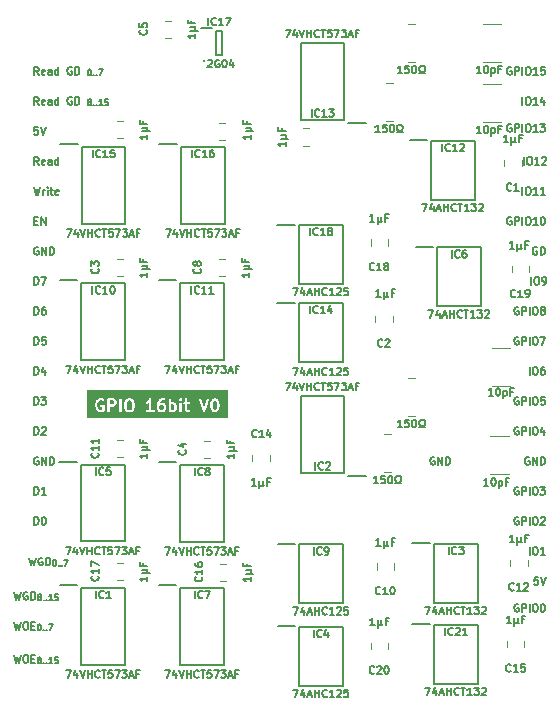
<source format=gto>
%TF.GenerationSoftware,KiCad,Pcbnew,7.0.5*%
%TF.CreationDate,2024-02-09T10:12:16+02:00*%
%TF.ProjectId,GPIO 16bit,4750494f-2031-4366-9269-742e6b696361,V0*%
%TF.SameCoordinates,Original*%
%TF.FileFunction,Legend,Top*%
%TF.FilePolarity,Positive*%
%FSLAX46Y46*%
G04 Gerber Fmt 4.6, Leading zero omitted, Abs format (unit mm)*
G04 Created by KiCad (PCBNEW 7.0.5) date 2024-02-09 10:12:16*
%MOMM*%
%LPD*%
G01*
G04 APERTURE LIST*
%ADD10C,0.150000*%
%ADD11C,0.200000*%
%ADD12C,0.100000*%
%ADD13C,0.120000*%
G04 APERTURE END LIST*
D10*
X113854398Y-99980963D02*
X114005588Y-100615963D01*
X114005588Y-100615963D02*
X114126541Y-100162391D01*
X114126541Y-100162391D02*
X114247493Y-100615963D01*
X114247493Y-100615963D02*
X114398684Y-99980963D01*
X114761540Y-99980963D02*
X114882493Y-99980963D01*
X114882493Y-99980963D02*
X114942969Y-100011201D01*
X114942969Y-100011201D02*
X115003445Y-100071677D01*
X115003445Y-100071677D02*
X115033683Y-100192629D01*
X115033683Y-100192629D02*
X115033683Y-100404296D01*
X115033683Y-100404296D02*
X115003445Y-100525248D01*
X115003445Y-100525248D02*
X114942969Y-100585725D01*
X114942969Y-100585725D02*
X114882493Y-100615963D01*
X114882493Y-100615963D02*
X114761540Y-100615963D01*
X114761540Y-100615963D02*
X114701064Y-100585725D01*
X114701064Y-100585725D02*
X114640588Y-100525248D01*
X114640588Y-100525248D02*
X114610350Y-100404296D01*
X114610350Y-100404296D02*
X114610350Y-100192629D01*
X114610350Y-100192629D02*
X114640588Y-100071677D01*
X114640588Y-100071677D02*
X114701064Y-100011201D01*
X114701064Y-100011201D02*
X114761540Y-99980963D01*
X115305826Y-100283344D02*
X115517493Y-100283344D01*
X115608207Y-100615963D02*
X115305826Y-100615963D01*
X115305826Y-100615963D02*
X115305826Y-99980963D01*
X115305826Y-99980963D02*
X115608207Y-99980963D01*
X115946874Y-100178115D02*
X115995255Y-100178115D01*
X115995255Y-100178115D02*
X116043636Y-100202305D01*
X116043636Y-100202305D02*
X116067826Y-100226496D01*
X116067826Y-100226496D02*
X116092017Y-100274877D01*
X116092017Y-100274877D02*
X116116207Y-100371639D01*
X116116207Y-100371639D02*
X116116207Y-100492591D01*
X116116207Y-100492591D02*
X116092017Y-100589353D01*
X116092017Y-100589353D02*
X116067826Y-100637734D01*
X116067826Y-100637734D02*
X116043636Y-100661925D01*
X116043636Y-100661925D02*
X115995255Y-100686115D01*
X115995255Y-100686115D02*
X115946874Y-100686115D01*
X115946874Y-100686115D02*
X115898493Y-100661925D01*
X115898493Y-100661925D02*
X115874302Y-100637734D01*
X115874302Y-100637734D02*
X115850112Y-100589353D01*
X115850112Y-100589353D02*
X115825921Y-100492591D01*
X115825921Y-100492591D02*
X115825921Y-100371639D01*
X115825921Y-100371639D02*
X115850112Y-100274877D01*
X115850112Y-100274877D02*
X115874302Y-100226496D01*
X115874302Y-100226496D02*
X115898493Y-100202305D01*
X115898493Y-100202305D02*
X115946874Y-100178115D01*
X116333922Y-100637734D02*
X116358112Y-100661925D01*
X116358112Y-100661925D02*
X116333922Y-100686115D01*
X116333922Y-100686115D02*
X116309731Y-100661925D01*
X116309731Y-100661925D02*
X116333922Y-100637734D01*
X116333922Y-100637734D02*
X116333922Y-100686115D01*
X116575827Y-100637734D02*
X116600017Y-100661925D01*
X116600017Y-100661925D02*
X116575827Y-100686115D01*
X116575827Y-100686115D02*
X116551636Y-100661925D01*
X116551636Y-100661925D02*
X116575827Y-100637734D01*
X116575827Y-100637734D02*
X116575827Y-100686115D01*
X116769351Y-100178115D02*
X117108018Y-100178115D01*
X117108018Y-100178115D02*
X116890303Y-100686115D01*
X115928731Y-53625963D02*
X115717064Y-53323582D01*
X115565874Y-53625963D02*
X115565874Y-52990963D01*
X115565874Y-52990963D02*
X115807779Y-52990963D01*
X115807779Y-52990963D02*
X115868255Y-53021201D01*
X115868255Y-53021201D02*
X115898493Y-53051439D01*
X115898493Y-53051439D02*
X115928731Y-53111915D01*
X115928731Y-53111915D02*
X115928731Y-53202629D01*
X115928731Y-53202629D02*
X115898493Y-53263105D01*
X115898493Y-53263105D02*
X115868255Y-53293344D01*
X115868255Y-53293344D02*
X115807779Y-53323582D01*
X115807779Y-53323582D02*
X115565874Y-53323582D01*
X116442779Y-53595725D02*
X116382303Y-53625963D01*
X116382303Y-53625963D02*
X116261350Y-53625963D01*
X116261350Y-53625963D02*
X116200874Y-53595725D01*
X116200874Y-53595725D02*
X116170636Y-53535248D01*
X116170636Y-53535248D02*
X116170636Y-53293344D01*
X116170636Y-53293344D02*
X116200874Y-53232867D01*
X116200874Y-53232867D02*
X116261350Y-53202629D01*
X116261350Y-53202629D02*
X116382303Y-53202629D01*
X116382303Y-53202629D02*
X116442779Y-53232867D01*
X116442779Y-53232867D02*
X116473017Y-53293344D01*
X116473017Y-53293344D02*
X116473017Y-53353820D01*
X116473017Y-53353820D02*
X116170636Y-53414296D01*
X117017303Y-53625963D02*
X117017303Y-53293344D01*
X117017303Y-53293344D02*
X116987065Y-53232867D01*
X116987065Y-53232867D02*
X116926589Y-53202629D01*
X116926589Y-53202629D02*
X116805636Y-53202629D01*
X116805636Y-53202629D02*
X116745160Y-53232867D01*
X117017303Y-53595725D02*
X116956827Y-53625963D01*
X116956827Y-53625963D02*
X116805636Y-53625963D01*
X116805636Y-53625963D02*
X116745160Y-53595725D01*
X116745160Y-53595725D02*
X116714922Y-53535248D01*
X116714922Y-53535248D02*
X116714922Y-53474772D01*
X116714922Y-53474772D02*
X116745160Y-53414296D01*
X116745160Y-53414296D02*
X116805636Y-53384058D01*
X116805636Y-53384058D02*
X116956827Y-53384058D01*
X116956827Y-53384058D02*
X117017303Y-53353820D01*
X117591827Y-53625963D02*
X117591827Y-52990963D01*
X117591827Y-53595725D02*
X117531351Y-53625963D01*
X117531351Y-53625963D02*
X117410398Y-53625963D01*
X117410398Y-53625963D02*
X117349922Y-53595725D01*
X117349922Y-53595725D02*
X117319684Y-53565486D01*
X117319684Y-53565486D02*
X117289446Y-53505010D01*
X117289446Y-53505010D02*
X117289446Y-53323582D01*
X117289446Y-53323582D02*
X117319684Y-53263105D01*
X117319684Y-53263105D02*
X117349922Y-53232867D01*
X117349922Y-53232867D02*
X117410398Y-53202629D01*
X117410398Y-53202629D02*
X117531351Y-53202629D01*
X117531351Y-53202629D02*
X117591827Y-53232867D01*
X118710637Y-53021201D02*
X118650161Y-52990963D01*
X118650161Y-52990963D02*
X118559447Y-52990963D01*
X118559447Y-52990963D02*
X118468732Y-53021201D01*
X118468732Y-53021201D02*
X118408256Y-53081677D01*
X118408256Y-53081677D02*
X118378018Y-53142153D01*
X118378018Y-53142153D02*
X118347780Y-53263105D01*
X118347780Y-53263105D02*
X118347780Y-53353820D01*
X118347780Y-53353820D02*
X118378018Y-53474772D01*
X118378018Y-53474772D02*
X118408256Y-53535248D01*
X118408256Y-53535248D02*
X118468732Y-53595725D01*
X118468732Y-53595725D02*
X118559447Y-53625963D01*
X118559447Y-53625963D02*
X118619923Y-53625963D01*
X118619923Y-53625963D02*
X118710637Y-53595725D01*
X118710637Y-53595725D02*
X118740875Y-53565486D01*
X118740875Y-53565486D02*
X118740875Y-53353820D01*
X118740875Y-53353820D02*
X118619923Y-53353820D01*
X119013018Y-53625963D02*
X119013018Y-52990963D01*
X119013018Y-52990963D02*
X119164208Y-52990963D01*
X119164208Y-52990963D02*
X119254923Y-53021201D01*
X119254923Y-53021201D02*
X119315399Y-53081677D01*
X119315399Y-53081677D02*
X119345637Y-53142153D01*
X119345637Y-53142153D02*
X119375875Y-53263105D01*
X119375875Y-53263105D02*
X119375875Y-53353820D01*
X119375875Y-53353820D02*
X119345637Y-53474772D01*
X119345637Y-53474772D02*
X119315399Y-53535248D01*
X119315399Y-53535248D02*
X119254923Y-53595725D01*
X119254923Y-53595725D02*
X119164208Y-53625963D01*
X119164208Y-53625963D02*
X119013018Y-53625963D01*
X120198352Y-53188115D02*
X120246733Y-53188115D01*
X120246733Y-53188115D02*
X120295114Y-53212305D01*
X120295114Y-53212305D02*
X120319304Y-53236496D01*
X120319304Y-53236496D02*
X120343495Y-53284877D01*
X120343495Y-53284877D02*
X120367685Y-53381639D01*
X120367685Y-53381639D02*
X120367685Y-53502591D01*
X120367685Y-53502591D02*
X120343495Y-53599353D01*
X120343495Y-53599353D02*
X120319304Y-53647734D01*
X120319304Y-53647734D02*
X120295114Y-53671925D01*
X120295114Y-53671925D02*
X120246733Y-53696115D01*
X120246733Y-53696115D02*
X120198352Y-53696115D01*
X120198352Y-53696115D02*
X120149971Y-53671925D01*
X120149971Y-53671925D02*
X120125780Y-53647734D01*
X120125780Y-53647734D02*
X120101590Y-53599353D01*
X120101590Y-53599353D02*
X120077399Y-53502591D01*
X120077399Y-53502591D02*
X120077399Y-53381639D01*
X120077399Y-53381639D02*
X120101590Y-53284877D01*
X120101590Y-53284877D02*
X120125780Y-53236496D01*
X120125780Y-53236496D02*
X120149971Y-53212305D01*
X120149971Y-53212305D02*
X120198352Y-53188115D01*
X120585400Y-53647734D02*
X120609590Y-53671925D01*
X120609590Y-53671925D02*
X120585400Y-53696115D01*
X120585400Y-53696115D02*
X120561209Y-53671925D01*
X120561209Y-53671925D02*
X120585400Y-53647734D01*
X120585400Y-53647734D02*
X120585400Y-53696115D01*
X120827305Y-53647734D02*
X120851495Y-53671925D01*
X120851495Y-53671925D02*
X120827305Y-53696115D01*
X120827305Y-53696115D02*
X120803114Y-53671925D01*
X120803114Y-53671925D02*
X120827305Y-53647734D01*
X120827305Y-53647734D02*
X120827305Y-53696115D01*
X121020829Y-53188115D02*
X121359496Y-53188115D01*
X121359496Y-53188115D02*
X121141781Y-53696115D01*
X156546744Y-98487201D02*
X156486268Y-98456963D01*
X156486268Y-98456963D02*
X156395554Y-98456963D01*
X156395554Y-98456963D02*
X156304839Y-98487201D01*
X156304839Y-98487201D02*
X156244363Y-98547677D01*
X156244363Y-98547677D02*
X156214125Y-98608153D01*
X156214125Y-98608153D02*
X156183887Y-98729105D01*
X156183887Y-98729105D02*
X156183887Y-98819820D01*
X156183887Y-98819820D02*
X156214125Y-98940772D01*
X156214125Y-98940772D02*
X156244363Y-99001248D01*
X156244363Y-99001248D02*
X156304839Y-99061725D01*
X156304839Y-99061725D02*
X156395554Y-99091963D01*
X156395554Y-99091963D02*
X156456030Y-99091963D01*
X156456030Y-99091963D02*
X156546744Y-99061725D01*
X156546744Y-99061725D02*
X156576982Y-99031486D01*
X156576982Y-99031486D02*
X156576982Y-98819820D01*
X156576982Y-98819820D02*
X156456030Y-98819820D01*
X156849125Y-99091963D02*
X156849125Y-98456963D01*
X156849125Y-98456963D02*
X157091030Y-98456963D01*
X157091030Y-98456963D02*
X157151506Y-98487201D01*
X157151506Y-98487201D02*
X157181744Y-98517439D01*
X157181744Y-98517439D02*
X157211982Y-98577915D01*
X157211982Y-98577915D02*
X157211982Y-98668629D01*
X157211982Y-98668629D02*
X157181744Y-98729105D01*
X157181744Y-98729105D02*
X157151506Y-98759344D01*
X157151506Y-98759344D02*
X157091030Y-98789582D01*
X157091030Y-98789582D02*
X156849125Y-98789582D01*
X157484125Y-99091963D02*
X157484125Y-98456963D01*
X157907458Y-98456963D02*
X158028411Y-98456963D01*
X158028411Y-98456963D02*
X158088887Y-98487201D01*
X158088887Y-98487201D02*
X158149363Y-98547677D01*
X158149363Y-98547677D02*
X158179601Y-98668629D01*
X158179601Y-98668629D02*
X158179601Y-98880296D01*
X158179601Y-98880296D02*
X158149363Y-99001248D01*
X158149363Y-99001248D02*
X158088887Y-99061725D01*
X158088887Y-99061725D02*
X158028411Y-99091963D01*
X158028411Y-99091963D02*
X157907458Y-99091963D01*
X157907458Y-99091963D02*
X157846982Y-99061725D01*
X157846982Y-99061725D02*
X157786506Y-99001248D01*
X157786506Y-99001248D02*
X157756268Y-98880296D01*
X157756268Y-98880296D02*
X157756268Y-98668629D01*
X157756268Y-98668629D02*
X157786506Y-98547677D01*
X157786506Y-98547677D02*
X157846982Y-98487201D01*
X157846982Y-98487201D02*
X157907458Y-98456963D01*
X158572696Y-98456963D02*
X158633173Y-98456963D01*
X158633173Y-98456963D02*
X158693649Y-98487201D01*
X158693649Y-98487201D02*
X158723887Y-98517439D01*
X158723887Y-98517439D02*
X158754125Y-98577915D01*
X158754125Y-98577915D02*
X158784363Y-98698867D01*
X158784363Y-98698867D02*
X158784363Y-98850058D01*
X158784363Y-98850058D02*
X158754125Y-98971010D01*
X158754125Y-98971010D02*
X158723887Y-99031486D01*
X158723887Y-99031486D02*
X158693649Y-99061725D01*
X158693649Y-99061725D02*
X158633173Y-99091963D01*
X158633173Y-99091963D02*
X158572696Y-99091963D01*
X158572696Y-99091963D02*
X158512220Y-99061725D01*
X158512220Y-99061725D02*
X158481982Y-99031486D01*
X158481982Y-99031486D02*
X158451744Y-98971010D01*
X158451744Y-98971010D02*
X158421506Y-98850058D01*
X158421506Y-98850058D02*
X158421506Y-98698867D01*
X158421506Y-98698867D02*
X158451744Y-98577915D01*
X158451744Y-98577915D02*
X158481982Y-98517439D01*
X158481982Y-98517439D02*
X158512220Y-98487201D01*
X158512220Y-98487201D02*
X158572696Y-98456963D01*
X115898493Y-68261201D02*
X115838017Y-68230963D01*
X115838017Y-68230963D02*
X115747303Y-68230963D01*
X115747303Y-68230963D02*
X115656588Y-68261201D01*
X115656588Y-68261201D02*
X115596112Y-68321677D01*
X115596112Y-68321677D02*
X115565874Y-68382153D01*
X115565874Y-68382153D02*
X115535636Y-68503105D01*
X115535636Y-68503105D02*
X115535636Y-68593820D01*
X115535636Y-68593820D02*
X115565874Y-68714772D01*
X115565874Y-68714772D02*
X115596112Y-68775248D01*
X115596112Y-68775248D02*
X115656588Y-68835725D01*
X115656588Y-68835725D02*
X115747303Y-68865963D01*
X115747303Y-68865963D02*
X115807779Y-68865963D01*
X115807779Y-68865963D02*
X115898493Y-68835725D01*
X115898493Y-68835725D02*
X115928731Y-68805486D01*
X115928731Y-68805486D02*
X115928731Y-68593820D01*
X115928731Y-68593820D02*
X115807779Y-68593820D01*
X116200874Y-68865963D02*
X116200874Y-68230963D01*
X116200874Y-68230963D02*
X116563731Y-68865963D01*
X116563731Y-68865963D02*
X116563731Y-68230963D01*
X116866112Y-68865963D02*
X116866112Y-68230963D01*
X116866112Y-68230963D02*
X117017302Y-68230963D01*
X117017302Y-68230963D02*
X117108017Y-68261201D01*
X117108017Y-68261201D02*
X117168493Y-68321677D01*
X117168493Y-68321677D02*
X117198731Y-68382153D01*
X117198731Y-68382153D02*
X117228969Y-68503105D01*
X117228969Y-68503105D02*
X117228969Y-68593820D01*
X117228969Y-68593820D02*
X117198731Y-68714772D01*
X117198731Y-68714772D02*
X117168493Y-68775248D01*
X117168493Y-68775248D02*
X117108017Y-68835725D01*
X117108017Y-68835725D02*
X117017302Y-68865963D01*
X117017302Y-68865963D02*
X116866112Y-68865963D01*
X156546744Y-91121201D02*
X156486268Y-91090963D01*
X156486268Y-91090963D02*
X156395554Y-91090963D01*
X156395554Y-91090963D02*
X156304839Y-91121201D01*
X156304839Y-91121201D02*
X156244363Y-91181677D01*
X156244363Y-91181677D02*
X156214125Y-91242153D01*
X156214125Y-91242153D02*
X156183887Y-91363105D01*
X156183887Y-91363105D02*
X156183887Y-91453820D01*
X156183887Y-91453820D02*
X156214125Y-91574772D01*
X156214125Y-91574772D02*
X156244363Y-91635248D01*
X156244363Y-91635248D02*
X156304839Y-91695725D01*
X156304839Y-91695725D02*
X156395554Y-91725963D01*
X156395554Y-91725963D02*
X156456030Y-91725963D01*
X156456030Y-91725963D02*
X156546744Y-91695725D01*
X156546744Y-91695725D02*
X156576982Y-91665486D01*
X156576982Y-91665486D02*
X156576982Y-91453820D01*
X156576982Y-91453820D02*
X156456030Y-91453820D01*
X156849125Y-91725963D02*
X156849125Y-91090963D01*
X156849125Y-91090963D02*
X157091030Y-91090963D01*
X157091030Y-91090963D02*
X157151506Y-91121201D01*
X157151506Y-91121201D02*
X157181744Y-91151439D01*
X157181744Y-91151439D02*
X157211982Y-91211915D01*
X157211982Y-91211915D02*
X157211982Y-91302629D01*
X157211982Y-91302629D02*
X157181744Y-91363105D01*
X157181744Y-91363105D02*
X157151506Y-91393344D01*
X157151506Y-91393344D02*
X157091030Y-91423582D01*
X157091030Y-91423582D02*
X156849125Y-91423582D01*
X157484125Y-91725963D02*
X157484125Y-91090963D01*
X157907458Y-91090963D02*
X158028411Y-91090963D01*
X158028411Y-91090963D02*
X158088887Y-91121201D01*
X158088887Y-91121201D02*
X158149363Y-91181677D01*
X158149363Y-91181677D02*
X158179601Y-91302629D01*
X158179601Y-91302629D02*
X158179601Y-91514296D01*
X158179601Y-91514296D02*
X158149363Y-91635248D01*
X158149363Y-91635248D02*
X158088887Y-91695725D01*
X158088887Y-91695725D02*
X158028411Y-91725963D01*
X158028411Y-91725963D02*
X157907458Y-91725963D01*
X157907458Y-91725963D02*
X157846982Y-91695725D01*
X157846982Y-91695725D02*
X157786506Y-91635248D01*
X157786506Y-91635248D02*
X157756268Y-91514296D01*
X157756268Y-91514296D02*
X157756268Y-91302629D01*
X157756268Y-91302629D02*
X157786506Y-91181677D01*
X157786506Y-91181677D02*
X157846982Y-91121201D01*
X157846982Y-91121201D02*
X157907458Y-91090963D01*
X158421506Y-91151439D02*
X158451744Y-91121201D01*
X158451744Y-91121201D02*
X158512220Y-91090963D01*
X158512220Y-91090963D02*
X158663411Y-91090963D01*
X158663411Y-91090963D02*
X158723887Y-91121201D01*
X158723887Y-91121201D02*
X158754125Y-91151439D01*
X158754125Y-91151439D02*
X158784363Y-91211915D01*
X158784363Y-91211915D02*
X158784363Y-91272391D01*
X158784363Y-91272391D02*
X158754125Y-91363105D01*
X158754125Y-91363105D02*
X158391268Y-91725963D01*
X158391268Y-91725963D02*
X158784363Y-91725963D01*
X156879363Y-56165963D02*
X156879363Y-55530963D01*
X157302696Y-55530963D02*
X157423649Y-55530963D01*
X157423649Y-55530963D02*
X157484125Y-55561201D01*
X157484125Y-55561201D02*
X157544601Y-55621677D01*
X157544601Y-55621677D02*
X157574839Y-55742629D01*
X157574839Y-55742629D02*
X157574839Y-55954296D01*
X157574839Y-55954296D02*
X157544601Y-56075248D01*
X157544601Y-56075248D02*
X157484125Y-56135725D01*
X157484125Y-56135725D02*
X157423649Y-56165963D01*
X157423649Y-56165963D02*
X157302696Y-56165963D01*
X157302696Y-56165963D02*
X157242220Y-56135725D01*
X157242220Y-56135725D02*
X157181744Y-56075248D01*
X157181744Y-56075248D02*
X157151506Y-55954296D01*
X157151506Y-55954296D02*
X157151506Y-55742629D01*
X157151506Y-55742629D02*
X157181744Y-55621677D01*
X157181744Y-55621677D02*
X157242220Y-55561201D01*
X157242220Y-55561201D02*
X157302696Y-55530963D01*
X158179601Y-56165963D02*
X157816744Y-56165963D01*
X157998172Y-56165963D02*
X157998172Y-55530963D01*
X157998172Y-55530963D02*
X157937696Y-55621677D01*
X157937696Y-55621677D02*
X157877220Y-55682153D01*
X157877220Y-55682153D02*
X157816744Y-55712391D01*
X158723887Y-55742629D02*
X158723887Y-56165963D01*
X158572696Y-55500725D02*
X158421506Y-55954296D01*
X158421506Y-55954296D02*
X158814601Y-55954296D01*
X155941982Y-57847201D02*
X155881506Y-57816963D01*
X155881506Y-57816963D02*
X155790792Y-57816963D01*
X155790792Y-57816963D02*
X155700077Y-57847201D01*
X155700077Y-57847201D02*
X155639601Y-57907677D01*
X155639601Y-57907677D02*
X155609363Y-57968153D01*
X155609363Y-57968153D02*
X155579125Y-58089105D01*
X155579125Y-58089105D02*
X155579125Y-58179820D01*
X155579125Y-58179820D02*
X155609363Y-58300772D01*
X155609363Y-58300772D02*
X155639601Y-58361248D01*
X155639601Y-58361248D02*
X155700077Y-58421725D01*
X155700077Y-58421725D02*
X155790792Y-58451963D01*
X155790792Y-58451963D02*
X155851268Y-58451963D01*
X155851268Y-58451963D02*
X155941982Y-58421725D01*
X155941982Y-58421725D02*
X155972220Y-58391486D01*
X155972220Y-58391486D02*
X155972220Y-58179820D01*
X155972220Y-58179820D02*
X155851268Y-58179820D01*
X156244363Y-58451963D02*
X156244363Y-57816963D01*
X156244363Y-57816963D02*
X156486268Y-57816963D01*
X156486268Y-57816963D02*
X156546744Y-57847201D01*
X156546744Y-57847201D02*
X156576982Y-57877439D01*
X156576982Y-57877439D02*
X156607220Y-57937915D01*
X156607220Y-57937915D02*
X156607220Y-58028629D01*
X156607220Y-58028629D02*
X156576982Y-58089105D01*
X156576982Y-58089105D02*
X156546744Y-58119344D01*
X156546744Y-58119344D02*
X156486268Y-58149582D01*
X156486268Y-58149582D02*
X156244363Y-58149582D01*
X156879363Y-58451963D02*
X156879363Y-57816963D01*
X157302696Y-57816963D02*
X157423649Y-57816963D01*
X157423649Y-57816963D02*
X157484125Y-57847201D01*
X157484125Y-57847201D02*
X157544601Y-57907677D01*
X157544601Y-57907677D02*
X157574839Y-58028629D01*
X157574839Y-58028629D02*
X157574839Y-58240296D01*
X157574839Y-58240296D02*
X157544601Y-58361248D01*
X157544601Y-58361248D02*
X157484125Y-58421725D01*
X157484125Y-58421725D02*
X157423649Y-58451963D01*
X157423649Y-58451963D02*
X157302696Y-58451963D01*
X157302696Y-58451963D02*
X157242220Y-58421725D01*
X157242220Y-58421725D02*
X157181744Y-58361248D01*
X157181744Y-58361248D02*
X157151506Y-58240296D01*
X157151506Y-58240296D02*
X157151506Y-58028629D01*
X157151506Y-58028629D02*
X157181744Y-57907677D01*
X157181744Y-57907677D02*
X157242220Y-57847201D01*
X157242220Y-57847201D02*
X157302696Y-57816963D01*
X158179601Y-58451963D02*
X157816744Y-58451963D01*
X157998172Y-58451963D02*
X157998172Y-57816963D01*
X157998172Y-57816963D02*
X157937696Y-57907677D01*
X157937696Y-57907677D02*
X157877220Y-57968153D01*
X157877220Y-57968153D02*
X157816744Y-57998391D01*
X158391268Y-57816963D02*
X158784363Y-57816963D01*
X158784363Y-57816963D02*
X158572696Y-58058867D01*
X158572696Y-58058867D02*
X158663411Y-58058867D01*
X158663411Y-58058867D02*
X158723887Y-58089105D01*
X158723887Y-58089105D02*
X158754125Y-58119344D01*
X158754125Y-58119344D02*
X158784363Y-58179820D01*
X158784363Y-58179820D02*
X158784363Y-58331010D01*
X158784363Y-58331010D02*
X158754125Y-58391486D01*
X158754125Y-58391486D02*
X158723887Y-58421725D01*
X158723887Y-58421725D02*
X158663411Y-58451963D01*
X158663411Y-58451963D02*
X158481982Y-58451963D01*
X158481982Y-58451963D02*
X158421506Y-58421725D01*
X158421506Y-58421725D02*
X158391268Y-58391486D01*
X115565874Y-71405963D02*
X115565874Y-70770963D01*
X115565874Y-70770963D02*
X115717064Y-70770963D01*
X115717064Y-70770963D02*
X115807779Y-70801201D01*
X115807779Y-70801201D02*
X115868255Y-70861677D01*
X115868255Y-70861677D02*
X115898493Y-70922153D01*
X115898493Y-70922153D02*
X115928731Y-71043105D01*
X115928731Y-71043105D02*
X115928731Y-71133820D01*
X115928731Y-71133820D02*
X115898493Y-71254772D01*
X115898493Y-71254772D02*
X115868255Y-71315248D01*
X115868255Y-71315248D02*
X115807779Y-71375725D01*
X115807779Y-71375725D02*
X115717064Y-71405963D01*
X115717064Y-71405963D02*
X115565874Y-71405963D01*
X116140398Y-70770963D02*
X116563731Y-70770963D01*
X116563731Y-70770963D02*
X116291588Y-71405963D01*
X115565874Y-76485963D02*
X115565874Y-75850963D01*
X115565874Y-75850963D02*
X115717064Y-75850963D01*
X115717064Y-75850963D02*
X115807779Y-75881201D01*
X115807779Y-75881201D02*
X115868255Y-75941677D01*
X115868255Y-75941677D02*
X115898493Y-76002153D01*
X115898493Y-76002153D02*
X115928731Y-76123105D01*
X115928731Y-76123105D02*
X115928731Y-76213820D01*
X115928731Y-76213820D02*
X115898493Y-76334772D01*
X115898493Y-76334772D02*
X115868255Y-76395248D01*
X115868255Y-76395248D02*
X115807779Y-76455725D01*
X115807779Y-76455725D02*
X115717064Y-76485963D01*
X115717064Y-76485963D02*
X115565874Y-76485963D01*
X116503255Y-75850963D02*
X116200874Y-75850963D01*
X116200874Y-75850963D02*
X116170636Y-76153344D01*
X116170636Y-76153344D02*
X116200874Y-76123105D01*
X116200874Y-76123105D02*
X116261350Y-76092867D01*
X116261350Y-76092867D02*
X116412541Y-76092867D01*
X116412541Y-76092867D02*
X116473017Y-76123105D01*
X116473017Y-76123105D02*
X116503255Y-76153344D01*
X116503255Y-76153344D02*
X116533493Y-76213820D01*
X116533493Y-76213820D02*
X116533493Y-76365010D01*
X116533493Y-76365010D02*
X116503255Y-76425486D01*
X116503255Y-76425486D02*
X116473017Y-76455725D01*
X116473017Y-76455725D02*
X116412541Y-76485963D01*
X116412541Y-76485963D02*
X116261350Y-76485963D01*
X116261350Y-76485963D02*
X116200874Y-76455725D01*
X116200874Y-76455725D02*
X116170636Y-76425486D01*
X113854398Y-97440963D02*
X114005588Y-98075963D01*
X114005588Y-98075963D02*
X114126541Y-97622391D01*
X114126541Y-97622391D02*
X114247493Y-98075963D01*
X114247493Y-98075963D02*
X114398684Y-97440963D01*
X114973207Y-97471201D02*
X114912731Y-97440963D01*
X114912731Y-97440963D02*
X114822017Y-97440963D01*
X114822017Y-97440963D02*
X114731302Y-97471201D01*
X114731302Y-97471201D02*
X114670826Y-97531677D01*
X114670826Y-97531677D02*
X114640588Y-97592153D01*
X114640588Y-97592153D02*
X114610350Y-97713105D01*
X114610350Y-97713105D02*
X114610350Y-97803820D01*
X114610350Y-97803820D02*
X114640588Y-97924772D01*
X114640588Y-97924772D02*
X114670826Y-97985248D01*
X114670826Y-97985248D02*
X114731302Y-98045725D01*
X114731302Y-98045725D02*
X114822017Y-98075963D01*
X114822017Y-98075963D02*
X114882493Y-98075963D01*
X114882493Y-98075963D02*
X114973207Y-98045725D01*
X114973207Y-98045725D02*
X115003445Y-98015486D01*
X115003445Y-98015486D02*
X115003445Y-97803820D01*
X115003445Y-97803820D02*
X114882493Y-97803820D01*
X115275588Y-98075963D02*
X115275588Y-97440963D01*
X115275588Y-97440963D02*
X115426778Y-97440963D01*
X115426778Y-97440963D02*
X115517493Y-97471201D01*
X115517493Y-97471201D02*
X115577969Y-97531677D01*
X115577969Y-97531677D02*
X115608207Y-97592153D01*
X115608207Y-97592153D02*
X115638445Y-97713105D01*
X115638445Y-97713105D02*
X115638445Y-97803820D01*
X115638445Y-97803820D02*
X115608207Y-97924772D01*
X115608207Y-97924772D02*
X115577969Y-97985248D01*
X115577969Y-97985248D02*
X115517493Y-98045725D01*
X115517493Y-98045725D02*
X115426778Y-98075963D01*
X115426778Y-98075963D02*
X115275588Y-98075963D01*
X115952921Y-97855829D02*
X115904540Y-97831639D01*
X115904540Y-97831639D02*
X115880350Y-97807448D01*
X115880350Y-97807448D02*
X115856159Y-97759067D01*
X115856159Y-97759067D02*
X115856159Y-97734877D01*
X115856159Y-97734877D02*
X115880350Y-97686496D01*
X115880350Y-97686496D02*
X115904540Y-97662305D01*
X115904540Y-97662305D02*
X115952921Y-97638115D01*
X115952921Y-97638115D02*
X116049683Y-97638115D01*
X116049683Y-97638115D02*
X116098064Y-97662305D01*
X116098064Y-97662305D02*
X116122255Y-97686496D01*
X116122255Y-97686496D02*
X116146445Y-97734877D01*
X116146445Y-97734877D02*
X116146445Y-97759067D01*
X116146445Y-97759067D02*
X116122255Y-97807448D01*
X116122255Y-97807448D02*
X116098064Y-97831639D01*
X116098064Y-97831639D02*
X116049683Y-97855829D01*
X116049683Y-97855829D02*
X115952921Y-97855829D01*
X115952921Y-97855829D02*
X115904540Y-97880020D01*
X115904540Y-97880020D02*
X115880350Y-97904210D01*
X115880350Y-97904210D02*
X115856159Y-97952591D01*
X115856159Y-97952591D02*
X115856159Y-98049353D01*
X115856159Y-98049353D02*
X115880350Y-98097734D01*
X115880350Y-98097734D02*
X115904540Y-98121925D01*
X115904540Y-98121925D02*
X115952921Y-98146115D01*
X115952921Y-98146115D02*
X116049683Y-98146115D01*
X116049683Y-98146115D02*
X116098064Y-98121925D01*
X116098064Y-98121925D02*
X116122255Y-98097734D01*
X116122255Y-98097734D02*
X116146445Y-98049353D01*
X116146445Y-98049353D02*
X116146445Y-97952591D01*
X116146445Y-97952591D02*
X116122255Y-97904210D01*
X116122255Y-97904210D02*
X116098064Y-97880020D01*
X116098064Y-97880020D02*
X116049683Y-97855829D01*
X116364160Y-98097734D02*
X116388350Y-98121925D01*
X116388350Y-98121925D02*
X116364160Y-98146115D01*
X116364160Y-98146115D02*
X116339969Y-98121925D01*
X116339969Y-98121925D02*
X116364160Y-98097734D01*
X116364160Y-98097734D02*
X116364160Y-98146115D01*
X116606065Y-98097734D02*
X116630255Y-98121925D01*
X116630255Y-98121925D02*
X116606065Y-98146115D01*
X116606065Y-98146115D02*
X116581874Y-98121925D01*
X116581874Y-98121925D02*
X116606065Y-98097734D01*
X116606065Y-98097734D02*
X116606065Y-98146115D01*
X117114065Y-98146115D02*
X116823779Y-98146115D01*
X116968922Y-98146115D02*
X116968922Y-97638115D01*
X116968922Y-97638115D02*
X116920541Y-97710686D01*
X116920541Y-97710686D02*
X116872160Y-97759067D01*
X116872160Y-97759067D02*
X116823779Y-97783258D01*
X117573685Y-97638115D02*
X117331780Y-97638115D01*
X117331780Y-97638115D02*
X117307589Y-97880020D01*
X117307589Y-97880020D02*
X117331780Y-97855829D01*
X117331780Y-97855829D02*
X117380161Y-97831639D01*
X117380161Y-97831639D02*
X117501113Y-97831639D01*
X117501113Y-97831639D02*
X117549494Y-97855829D01*
X117549494Y-97855829D02*
X117573685Y-97880020D01*
X117573685Y-97880020D02*
X117597875Y-97928401D01*
X117597875Y-97928401D02*
X117597875Y-98049353D01*
X117597875Y-98049353D02*
X117573685Y-98097734D01*
X117573685Y-98097734D02*
X117549494Y-98121925D01*
X117549494Y-98121925D02*
X117501113Y-98146115D01*
X117501113Y-98146115D02*
X117380161Y-98146115D01*
X117380161Y-98146115D02*
X117331780Y-98121925D01*
X117331780Y-98121925D02*
X117307589Y-98097734D01*
X115565874Y-84105963D02*
X115565874Y-83470963D01*
X115565874Y-83470963D02*
X115717064Y-83470963D01*
X115717064Y-83470963D02*
X115807779Y-83501201D01*
X115807779Y-83501201D02*
X115868255Y-83561677D01*
X115868255Y-83561677D02*
X115898493Y-83622153D01*
X115898493Y-83622153D02*
X115928731Y-83743105D01*
X115928731Y-83743105D02*
X115928731Y-83833820D01*
X115928731Y-83833820D02*
X115898493Y-83954772D01*
X115898493Y-83954772D02*
X115868255Y-84015248D01*
X115868255Y-84015248D02*
X115807779Y-84075725D01*
X115807779Y-84075725D02*
X115717064Y-84105963D01*
X115717064Y-84105963D02*
X115565874Y-84105963D01*
X116170636Y-83531439D02*
X116200874Y-83501201D01*
X116200874Y-83501201D02*
X116261350Y-83470963D01*
X116261350Y-83470963D02*
X116412541Y-83470963D01*
X116412541Y-83470963D02*
X116473017Y-83501201D01*
X116473017Y-83501201D02*
X116503255Y-83531439D01*
X116503255Y-83531439D02*
X116533493Y-83591915D01*
X116533493Y-83591915D02*
X116533493Y-83652391D01*
X116533493Y-83652391D02*
X116503255Y-83743105D01*
X116503255Y-83743105D02*
X116140398Y-84105963D01*
X116140398Y-84105963D02*
X116533493Y-84105963D01*
X115505398Y-63150963D02*
X115656588Y-63785963D01*
X115656588Y-63785963D02*
X115777541Y-63332391D01*
X115777541Y-63332391D02*
X115898493Y-63785963D01*
X115898493Y-63785963D02*
X116049684Y-63150963D01*
X116291588Y-63785963D02*
X116291588Y-63362629D01*
X116291588Y-63483582D02*
X116321826Y-63423105D01*
X116321826Y-63423105D02*
X116352064Y-63392867D01*
X116352064Y-63392867D02*
X116412540Y-63362629D01*
X116412540Y-63362629D02*
X116473017Y-63362629D01*
X116684683Y-63785963D02*
X116684683Y-63362629D01*
X116684683Y-63150963D02*
X116654445Y-63181201D01*
X116654445Y-63181201D02*
X116684683Y-63211439D01*
X116684683Y-63211439D02*
X116714921Y-63181201D01*
X116714921Y-63181201D02*
X116684683Y-63150963D01*
X116684683Y-63150963D02*
X116684683Y-63211439D01*
X116896350Y-63362629D02*
X117138254Y-63362629D01*
X116987064Y-63150963D02*
X116987064Y-63695248D01*
X116987064Y-63695248D02*
X117017302Y-63755725D01*
X117017302Y-63755725D02*
X117077778Y-63785963D01*
X117077778Y-63785963D02*
X117138254Y-63785963D01*
X117591826Y-63755725D02*
X117531350Y-63785963D01*
X117531350Y-63785963D02*
X117410397Y-63785963D01*
X117410397Y-63785963D02*
X117349921Y-63755725D01*
X117349921Y-63755725D02*
X117319683Y-63695248D01*
X117319683Y-63695248D02*
X117319683Y-63453344D01*
X117319683Y-63453344D02*
X117349921Y-63392867D01*
X117349921Y-63392867D02*
X117410397Y-63362629D01*
X117410397Y-63362629D02*
X117531350Y-63362629D01*
X117531350Y-63362629D02*
X117591826Y-63392867D01*
X117591826Y-63392867D02*
X117622064Y-63453344D01*
X117622064Y-63453344D02*
X117622064Y-63513820D01*
X117622064Y-63513820D02*
X117319683Y-63574296D01*
X115565874Y-91725963D02*
X115565874Y-91090963D01*
X115565874Y-91090963D02*
X115717064Y-91090963D01*
X115717064Y-91090963D02*
X115807779Y-91121201D01*
X115807779Y-91121201D02*
X115868255Y-91181677D01*
X115868255Y-91181677D02*
X115898493Y-91242153D01*
X115898493Y-91242153D02*
X115928731Y-91363105D01*
X115928731Y-91363105D02*
X115928731Y-91453820D01*
X115928731Y-91453820D02*
X115898493Y-91574772D01*
X115898493Y-91574772D02*
X115868255Y-91635248D01*
X115868255Y-91635248D02*
X115807779Y-91695725D01*
X115807779Y-91695725D02*
X115717064Y-91725963D01*
X115717064Y-91725963D02*
X115565874Y-91725963D01*
X116321826Y-91090963D02*
X116382303Y-91090963D01*
X116382303Y-91090963D02*
X116442779Y-91121201D01*
X116442779Y-91121201D02*
X116473017Y-91151439D01*
X116473017Y-91151439D02*
X116503255Y-91211915D01*
X116503255Y-91211915D02*
X116533493Y-91332867D01*
X116533493Y-91332867D02*
X116533493Y-91484058D01*
X116533493Y-91484058D02*
X116503255Y-91605010D01*
X116503255Y-91605010D02*
X116473017Y-91665486D01*
X116473017Y-91665486D02*
X116442779Y-91695725D01*
X116442779Y-91695725D02*
X116382303Y-91725963D01*
X116382303Y-91725963D02*
X116321826Y-91725963D01*
X116321826Y-91725963D02*
X116261350Y-91695725D01*
X116261350Y-91695725D02*
X116231112Y-91665486D01*
X116231112Y-91665486D02*
X116200874Y-91605010D01*
X116200874Y-91605010D02*
X116170636Y-91484058D01*
X116170636Y-91484058D02*
X116170636Y-91332867D01*
X116170636Y-91332867D02*
X116200874Y-91211915D01*
X116200874Y-91211915D02*
X116231112Y-91151439D01*
X116231112Y-91151439D02*
X116261350Y-91121201D01*
X116261350Y-91121201D02*
X116321826Y-91090963D01*
X157484125Y-79025963D02*
X157484125Y-78390963D01*
X157907458Y-78390963D02*
X158028411Y-78390963D01*
X158028411Y-78390963D02*
X158088887Y-78421201D01*
X158088887Y-78421201D02*
X158149363Y-78481677D01*
X158149363Y-78481677D02*
X158179601Y-78602629D01*
X158179601Y-78602629D02*
X158179601Y-78814296D01*
X158179601Y-78814296D02*
X158149363Y-78935248D01*
X158149363Y-78935248D02*
X158088887Y-78995725D01*
X158088887Y-78995725D02*
X158028411Y-79025963D01*
X158028411Y-79025963D02*
X157907458Y-79025963D01*
X157907458Y-79025963D02*
X157846982Y-78995725D01*
X157846982Y-78995725D02*
X157786506Y-78935248D01*
X157786506Y-78935248D02*
X157756268Y-78814296D01*
X157756268Y-78814296D02*
X157756268Y-78602629D01*
X157756268Y-78602629D02*
X157786506Y-78481677D01*
X157786506Y-78481677D02*
X157846982Y-78421201D01*
X157846982Y-78421201D02*
X157907458Y-78390963D01*
X158723887Y-78390963D02*
X158602934Y-78390963D01*
X158602934Y-78390963D02*
X158542458Y-78421201D01*
X158542458Y-78421201D02*
X158512220Y-78451439D01*
X158512220Y-78451439D02*
X158451744Y-78542153D01*
X158451744Y-78542153D02*
X158421506Y-78663105D01*
X158421506Y-78663105D02*
X158421506Y-78905010D01*
X158421506Y-78905010D02*
X158451744Y-78965486D01*
X158451744Y-78965486D02*
X158481982Y-78995725D01*
X158481982Y-78995725D02*
X158542458Y-79025963D01*
X158542458Y-79025963D02*
X158663411Y-79025963D01*
X158663411Y-79025963D02*
X158723887Y-78995725D01*
X158723887Y-78995725D02*
X158754125Y-78965486D01*
X158754125Y-78965486D02*
X158784363Y-78905010D01*
X158784363Y-78905010D02*
X158784363Y-78753820D01*
X158784363Y-78753820D02*
X158754125Y-78693344D01*
X158754125Y-78693344D02*
X158723887Y-78663105D01*
X158723887Y-78663105D02*
X158663411Y-78632867D01*
X158663411Y-78632867D02*
X158542458Y-78632867D01*
X158542458Y-78632867D02*
X158481982Y-78663105D01*
X158481982Y-78663105D02*
X158451744Y-78693344D01*
X158451744Y-78693344D02*
X158421506Y-78753820D01*
X158119125Y-68261201D02*
X158058649Y-68230963D01*
X158058649Y-68230963D02*
X157967935Y-68230963D01*
X157967935Y-68230963D02*
X157877220Y-68261201D01*
X157877220Y-68261201D02*
X157816744Y-68321677D01*
X157816744Y-68321677D02*
X157786506Y-68382153D01*
X157786506Y-68382153D02*
X157756268Y-68503105D01*
X157756268Y-68503105D02*
X157756268Y-68593820D01*
X157756268Y-68593820D02*
X157786506Y-68714772D01*
X157786506Y-68714772D02*
X157816744Y-68775248D01*
X157816744Y-68775248D02*
X157877220Y-68835725D01*
X157877220Y-68835725D02*
X157967935Y-68865963D01*
X157967935Y-68865963D02*
X158028411Y-68865963D01*
X158028411Y-68865963D02*
X158119125Y-68835725D01*
X158119125Y-68835725D02*
X158149363Y-68805486D01*
X158149363Y-68805486D02*
X158149363Y-68593820D01*
X158149363Y-68593820D02*
X158028411Y-68593820D01*
X158421506Y-68865963D02*
X158421506Y-68230963D01*
X158421506Y-68230963D02*
X158572696Y-68230963D01*
X158572696Y-68230963D02*
X158663411Y-68261201D01*
X158663411Y-68261201D02*
X158723887Y-68321677D01*
X158723887Y-68321677D02*
X158754125Y-68382153D01*
X158754125Y-68382153D02*
X158784363Y-68503105D01*
X158784363Y-68503105D02*
X158784363Y-68593820D01*
X158784363Y-68593820D02*
X158754125Y-68714772D01*
X158754125Y-68714772D02*
X158723887Y-68775248D01*
X158723887Y-68775248D02*
X158663411Y-68835725D01*
X158663411Y-68835725D02*
X158572696Y-68865963D01*
X158572696Y-68865963D02*
X158421506Y-68865963D01*
D11*
G36*
X123741096Y-81244023D02*
G01*
X123805273Y-81308200D01*
X123843189Y-81459863D01*
X123843189Y-81768572D01*
X123805272Y-81920237D01*
X123741096Y-81984414D01*
X123681488Y-82014219D01*
X123538224Y-82014219D01*
X123478617Y-81984415D01*
X123414438Y-81920235D01*
X123376523Y-81768574D01*
X123376523Y-81459864D01*
X123414439Y-81308199D01*
X123478616Y-81244022D01*
X123538224Y-81214219D01*
X123681488Y-81214219D01*
X123741096Y-81244023D01*
G37*
G36*
X126455382Y-81624975D02*
G01*
X126480052Y-81649645D01*
X126509856Y-81709253D01*
X126509856Y-81900135D01*
X126480052Y-81959743D01*
X126455381Y-81984414D01*
X126395774Y-82014219D01*
X126252510Y-82014219D01*
X126192903Y-81984415D01*
X126168232Y-81959743D01*
X126138428Y-81900135D01*
X126138428Y-81709253D01*
X126168232Y-81649644D01*
X126192902Y-81624975D01*
X126252510Y-81595171D01*
X126395774Y-81595171D01*
X126455382Y-81624975D01*
G37*
G36*
X127360144Y-81577356D02*
G01*
X127384814Y-81602026D01*
X127414617Y-81661633D01*
X127414617Y-81900136D01*
X127384814Y-81959743D01*
X127360143Y-81984414D01*
X127300536Y-82014219D01*
X127157272Y-82014219D01*
X127138428Y-82004797D01*
X127138428Y-81556974D01*
X127157272Y-81547552D01*
X127300536Y-81547552D01*
X127360144Y-81577356D01*
G37*
G36*
X130931573Y-81244023D02*
G01*
X130956243Y-81268693D01*
X130991694Y-81339596D01*
X131033666Y-81507482D01*
X131033666Y-81720953D01*
X130991693Y-81888842D01*
X130956243Y-81959743D01*
X130931572Y-81984414D01*
X130871965Y-82014219D01*
X130823939Y-82014219D01*
X130764332Y-81984415D01*
X130739661Y-81959743D01*
X130704209Y-81888840D01*
X130662238Y-81720955D01*
X130662238Y-81507483D01*
X130704209Y-81339595D01*
X130739661Y-81268692D01*
X130764331Y-81244022D01*
X130823939Y-81214219D01*
X130871965Y-81214219D01*
X130931573Y-81244023D01*
G37*
G36*
X122264906Y-81244023D02*
G01*
X122289575Y-81268693D01*
X122319380Y-81328300D01*
X122319380Y-81423946D01*
X122289576Y-81483553D01*
X122264906Y-81508223D01*
X122205298Y-81538028D01*
X121947952Y-81538028D01*
X121947952Y-81214219D01*
X122205298Y-81214219D01*
X122264906Y-81244023D01*
G37*
G36*
X131917000Y-82689857D02*
G01*
X120017000Y-82689857D01*
X120017000Y-81681414D01*
X120696197Y-81681414D01*
X120700333Y-81697957D01*
X120700333Y-81700026D01*
X120703812Y-81711876D01*
X120746617Y-81883096D01*
X120745378Y-81894581D01*
X120753599Y-81911023D01*
X120754425Y-81914326D01*
X120760010Y-81923846D01*
X120800520Y-82004865D01*
X120804097Y-82021308D01*
X120823579Y-82040790D01*
X120842349Y-82060969D01*
X120844241Y-82061452D01*
X120916286Y-82133498D01*
X120931330Y-82152183D01*
X120950715Y-82158644D01*
X120968655Y-82168441D01*
X120978081Y-82167766D01*
X121090147Y-82205121D01*
X121104303Y-82214219D01*
X121131858Y-82214219D01*
X121159395Y-82215215D01*
X121161075Y-82214219D01*
X121216364Y-82214219D01*
X121232671Y-82218373D01*
X121258810Y-82209659D01*
X121285251Y-82201896D01*
X121286530Y-82200419D01*
X121398269Y-82163172D01*
X121421710Y-82158073D01*
X121436162Y-82143620D01*
X121452942Y-82131959D01*
X121456553Y-82123228D01*
X121477332Y-82102449D01*
X121487631Y-82097746D01*
X121497694Y-82082086D01*
X121500259Y-82079522D01*
X121505436Y-82070040D01*
X121519380Y-82048343D01*
X121519380Y-82044502D01*
X121521220Y-82041133D01*
X121519380Y-82015409D01*
X121519380Y-81692801D01*
X121522541Y-81670815D01*
X121514341Y-81652860D01*
X121744791Y-81652860D01*
X121747952Y-81659781D01*
X121747952Y-82128598D01*
X121760275Y-82170566D01*
X121804657Y-82209023D01*
X121862784Y-82217380D01*
X121916203Y-82192985D01*
X121947952Y-82143582D01*
X121947952Y-82128598D01*
X122747952Y-82128598D01*
X122760275Y-82170566D01*
X122804657Y-82209023D01*
X122862784Y-82217380D01*
X122916203Y-82192985D01*
X122947952Y-82143582D01*
X122947952Y-81776652D01*
X123172387Y-81776652D01*
X123176523Y-81793196D01*
X123176523Y-81795264D01*
X123180002Y-81807114D01*
X123226750Y-81994106D01*
X123232668Y-82021308D01*
X123244372Y-82033012D01*
X123252749Y-82047290D01*
X123264711Y-82053351D01*
X123339803Y-82128444D01*
X123348396Y-82142911D01*
X123373024Y-82155225D01*
X123397226Y-82168441D01*
X123399176Y-82168301D01*
X123465079Y-82201253D01*
X123485255Y-82214219D01*
X123505690Y-82214219D01*
X123525806Y-82217839D01*
X123534534Y-82214219D01*
X123699709Y-82214219D01*
X123723552Y-82216793D01*
X123741828Y-82207654D01*
X123761441Y-82201896D01*
X123767629Y-82194754D01*
X123833837Y-82161650D01*
X123850280Y-82158073D01*
X123869756Y-82138596D01*
X123889940Y-82119822D01*
X123890424Y-82117928D01*
X123965169Y-82043182D01*
X123985463Y-82024101D01*
X123989477Y-82008043D01*
X123997411Y-81993514D01*
X123996454Y-81980136D01*
X124036212Y-81821104D01*
X124043189Y-81810248D01*
X124043188Y-81793197D01*
X124043691Y-81791189D01*
X124043189Y-81778842D01*
X124043189Y-81464010D01*
X124047325Y-81451785D01*
X124043188Y-81435240D01*
X124043189Y-81433173D01*
X124039709Y-81421322D01*
X124035280Y-81403606D01*
X124981890Y-81403606D01*
X125000410Y-81459334D01*
X125046119Y-81496204D01*
X125104505Y-81502507D01*
X125214790Y-81447364D01*
X125231233Y-81443787D01*
X125250712Y-81424307D01*
X125270893Y-81405536D01*
X125271377Y-81403642D01*
X125271761Y-81403259D01*
X125271761Y-82014219D01*
X125071668Y-82014219D01*
X125029700Y-82026542D01*
X124991243Y-82070924D01*
X124982886Y-82129051D01*
X125007281Y-82182470D01*
X125056684Y-82214219D01*
X125364607Y-82214219D01*
X125386593Y-82217380D01*
X125393515Y-82214219D01*
X125671854Y-82214219D01*
X125713822Y-82201896D01*
X125752279Y-82157514D01*
X125760636Y-82099387D01*
X125736241Y-82045968D01*
X125686838Y-82014219D01*
X125471761Y-82014219D01*
X125471761Y-81696835D01*
X125934808Y-81696835D01*
X125938427Y-81705563D01*
X125938427Y-81918356D01*
X125935854Y-81942200D01*
X125944992Y-81960476D01*
X125950751Y-81980089D01*
X125957892Y-81986277D01*
X125990996Y-82052484D01*
X125994573Y-82068927D01*
X126014056Y-82088410D01*
X126032825Y-82108588D01*
X126034717Y-82109071D01*
X126054089Y-82128444D01*
X126062682Y-82142911D01*
X126087320Y-82155230D01*
X126111511Y-82168440D01*
X126113460Y-82168300D01*
X126179365Y-82201253D01*
X126199541Y-82214219D01*
X126219976Y-82214219D01*
X126240092Y-82217839D01*
X126248820Y-82214219D01*
X126413995Y-82214219D01*
X126437838Y-82216793D01*
X126456114Y-82207654D01*
X126475727Y-82201896D01*
X126481915Y-82194754D01*
X126548123Y-82161650D01*
X126564567Y-82158073D01*
X126584052Y-82138587D01*
X126604226Y-82119822D01*
X126604710Y-82117928D01*
X126624083Y-82098555D01*
X126638548Y-82089964D01*
X126650865Y-82065329D01*
X126664077Y-82041133D01*
X126663937Y-82039185D01*
X126696890Y-81973280D01*
X126709856Y-81953105D01*
X126709856Y-81932669D01*
X126713476Y-81912554D01*
X126709856Y-81903825D01*
X126709856Y-81691031D01*
X126712430Y-81667188D01*
X126703291Y-81648910D01*
X126697533Y-81629300D01*
X126690391Y-81623112D01*
X126657286Y-81556901D01*
X126653710Y-81540461D01*
X126634235Y-81520986D01*
X126615459Y-81500800D01*
X126613564Y-81500315D01*
X126612093Y-81498844D01*
X126934271Y-81498844D01*
X126938427Y-81511352D01*
X126938428Y-82064833D01*
X126937455Y-82092420D01*
X126938428Y-82094058D01*
X126938428Y-82128598D01*
X126950751Y-82170566D01*
X126995133Y-82209023D01*
X127053260Y-82217380D01*
X127085974Y-82202440D01*
X127104303Y-82214219D01*
X127124738Y-82214219D01*
X127144854Y-82217839D01*
X127153582Y-82214219D01*
X127318757Y-82214219D01*
X127342600Y-82216793D01*
X127360876Y-82207654D01*
X127380489Y-82201896D01*
X127386677Y-82194754D01*
X127452885Y-82161650D01*
X127469329Y-82158073D01*
X127488814Y-82138587D01*
X127499553Y-82128598D01*
X127843190Y-82128598D01*
X127855513Y-82170566D01*
X127899895Y-82209023D01*
X127958022Y-82217380D01*
X128011441Y-82192985D01*
X128043190Y-82143582D01*
X128043190Y-81462384D01*
X128173362Y-81462384D01*
X128197757Y-81515803D01*
X128247160Y-81547552D01*
X128319380Y-81547552D01*
X128319380Y-81965975D01*
X128316806Y-81989819D01*
X128325944Y-82008096D01*
X128331703Y-82027708D01*
X128338843Y-82033895D01*
X128366163Y-82088535D01*
X128366026Y-82092420D01*
X128379170Y-82114550D01*
X128383986Y-82124182D01*
X128386489Y-82126873D01*
X128396015Y-82142911D01*
X128406097Y-82147952D01*
X128413777Y-82156208D01*
X128431853Y-82160830D01*
X128512698Y-82201253D01*
X128532874Y-82214219D01*
X128553309Y-82214219D01*
X128573425Y-82217839D01*
X128582153Y-82214219D01*
X128671854Y-82214219D01*
X128713822Y-82201896D01*
X128752279Y-82157514D01*
X128760636Y-82099387D01*
X128736241Y-82045968D01*
X128686838Y-82014219D01*
X128585843Y-82014219D01*
X128541534Y-81992064D01*
X128519380Y-81947755D01*
X128519380Y-81547552D01*
X128671854Y-81547552D01*
X128713822Y-81535229D01*
X128752279Y-81490847D01*
X128760636Y-81432720D01*
X128736241Y-81379301D01*
X128686838Y-81347552D01*
X128519380Y-81347552D01*
X128519380Y-81117986D01*
X129505703Y-81117986D01*
X129842601Y-82128679D01*
X129842194Y-82139949D01*
X129851709Y-82156002D01*
X129852869Y-82159482D01*
X129859003Y-82168309D01*
X129872137Y-82190467D01*
X129875613Y-82192209D01*
X129877831Y-82195400D01*
X129901622Y-82205242D01*
X129924639Y-82216776D01*
X129928502Y-82216362D01*
X129932096Y-82217849D01*
X129957426Y-82213266D01*
X129983031Y-82210526D01*
X129986061Y-82208086D01*
X129989883Y-82207395D01*
X130008709Y-82189851D01*
X130028773Y-82173698D01*
X130030002Y-82170009D01*
X130032846Y-82167360D01*
X130039202Y-82142409D01*
X130176994Y-81729033D01*
X130458102Y-81729033D01*
X130462238Y-81745577D01*
X130462238Y-81747645D01*
X130465717Y-81759495D01*
X130508522Y-81930715D01*
X130507283Y-81942200D01*
X130515504Y-81958643D01*
X130516330Y-81961945D01*
X130521915Y-81971465D01*
X130562425Y-82052484D01*
X130566002Y-82068927D01*
X130585485Y-82088410D01*
X130604254Y-82108588D01*
X130606146Y-82109071D01*
X130625518Y-82128444D01*
X130634111Y-82142911D01*
X130658749Y-82155230D01*
X130682940Y-82168440D01*
X130684889Y-82168300D01*
X130750794Y-82201253D01*
X130770970Y-82214219D01*
X130791405Y-82214219D01*
X130811521Y-82217839D01*
X130820249Y-82214219D01*
X130890186Y-82214219D01*
X130914029Y-82216793D01*
X130932305Y-82207654D01*
X130951918Y-82201896D01*
X130958106Y-82194754D01*
X131024314Y-82161650D01*
X131040758Y-82158073D01*
X131060243Y-82138587D01*
X131080417Y-82119822D01*
X131080901Y-82117928D01*
X131100274Y-82098555D01*
X131114739Y-82089964D01*
X131127056Y-82065329D01*
X131140268Y-82041133D01*
X131140128Y-82039185D01*
X131167523Y-81984395D01*
X131175940Y-81976482D01*
X131180399Y-81958643D01*
X131181920Y-81955603D01*
X131183873Y-81944748D01*
X131226689Y-81773485D01*
X131233666Y-81762629D01*
X131233666Y-81745577D01*
X131234168Y-81743570D01*
X131233666Y-81731223D01*
X131233666Y-81511629D01*
X131237802Y-81499404D01*
X131233666Y-81482860D01*
X131233666Y-81480792D01*
X131230186Y-81468941D01*
X131187381Y-81297720D01*
X131188621Y-81286236D01*
X131180399Y-81269792D01*
X131179574Y-81266492D01*
X131173990Y-81256975D01*
X131133477Y-81175949D01*
X131129901Y-81159509D01*
X131110426Y-81140034D01*
X131091650Y-81119848D01*
X131089755Y-81119363D01*
X131070385Y-81099993D01*
X131061793Y-81085527D01*
X131037158Y-81073209D01*
X131012963Y-81059998D01*
X131011013Y-81060137D01*
X130945112Y-81027186D01*
X130924934Y-81014219D01*
X130904498Y-81014219D01*
X130884383Y-81010599D01*
X130875655Y-81014219D01*
X130805717Y-81014219D01*
X130781874Y-81011645D01*
X130763596Y-81020783D01*
X130743986Y-81026542D01*
X130737798Y-81033683D01*
X130671587Y-81066788D01*
X130655147Y-81070365D01*
X130635672Y-81089839D01*
X130615486Y-81108616D01*
X130615001Y-81110510D01*
X130595631Y-81129880D01*
X130581165Y-81138473D01*
X130568847Y-81163107D01*
X130555636Y-81187303D01*
X130555775Y-81189252D01*
X130528381Y-81244040D01*
X130519964Y-81251955D01*
X130515503Y-81269795D01*
X130513984Y-81272835D01*
X130512031Y-81283686D01*
X130469214Y-81454951D01*
X130462238Y-81465808D01*
X130462238Y-81482859D01*
X130461736Y-81484867D01*
X130462238Y-81497213D01*
X130462238Y-81716807D01*
X130458102Y-81729033D01*
X130176994Y-81729033D01*
X130375938Y-81132201D01*
X130377519Y-81088490D01*
X130347576Y-81037972D01*
X130295074Y-81011662D01*
X130236682Y-81017913D01*
X130190940Y-81054740D01*
X129943190Y-81797990D01*
X129700178Y-81068955D01*
X129675216Y-81033038D01*
X129620951Y-81010589D01*
X129563164Y-81021042D01*
X129520200Y-81061078D01*
X129505703Y-81117986D01*
X128519380Y-81117986D01*
X128519380Y-81099840D01*
X128507057Y-81057872D01*
X128462675Y-81019415D01*
X128404548Y-81011058D01*
X128351129Y-81035453D01*
X128319380Y-81084856D01*
X128319380Y-81347552D01*
X128262144Y-81347552D01*
X128220176Y-81359875D01*
X128181719Y-81404257D01*
X128173362Y-81462384D01*
X128043190Y-81462384D01*
X128043190Y-81433173D01*
X128030867Y-81391205D01*
X127986485Y-81352748D01*
X127928358Y-81344391D01*
X127874939Y-81368786D01*
X127843190Y-81418189D01*
X127843190Y-82128598D01*
X127499553Y-82128598D01*
X127508988Y-82119822D01*
X127509472Y-82117928D01*
X127528845Y-82098555D01*
X127543310Y-82089964D01*
X127555627Y-82065329D01*
X127568839Y-82041133D01*
X127568699Y-82039185D01*
X127601652Y-81973280D01*
X127614618Y-81953105D01*
X127614617Y-81932669D01*
X127618238Y-81912554D01*
X127614618Y-81903825D01*
X127614618Y-81643412D01*
X127617192Y-81619569D01*
X127608053Y-81601291D01*
X127602295Y-81581681D01*
X127595153Y-81575493D01*
X127562048Y-81509282D01*
X127558472Y-81492842D01*
X127538997Y-81473367D01*
X127520221Y-81453181D01*
X127518326Y-81452696D01*
X127498956Y-81433326D01*
X127490364Y-81418860D01*
X127465729Y-81406542D01*
X127441534Y-81393331D01*
X127439584Y-81393470D01*
X127373683Y-81360519D01*
X127353505Y-81347552D01*
X127333069Y-81347552D01*
X127312954Y-81343932D01*
X127304226Y-81347552D01*
X127139050Y-81347552D01*
X127138428Y-81347484D01*
X127138428Y-81154403D01*
X127791614Y-81154403D01*
X127796335Y-81176106D01*
X127797920Y-81198260D01*
X127802480Y-81204352D01*
X127804098Y-81211786D01*
X127819799Y-81227487D01*
X127833113Y-81245272D01*
X127840243Y-81247931D01*
X127854430Y-81262118D01*
X127855513Y-81265804D01*
X127869578Y-81277991D01*
X127880732Y-81292891D01*
X127891339Y-81296847D01*
X127899895Y-81304261D01*
X127911101Y-81305872D01*
X127921036Y-81311297D01*
X127928624Y-81310754D01*
X127935755Y-81313414D01*
X127946817Y-81311007D01*
X127958022Y-81312618D01*
X127968321Y-81307914D01*
X127979612Y-81307107D01*
X127985702Y-81302547D01*
X127993138Y-81300930D01*
X128001141Y-81292926D01*
X128011441Y-81288223D01*
X128017562Y-81278697D01*
X128026623Y-81271915D01*
X128029282Y-81264785D01*
X128056462Y-81237605D01*
X128074242Y-81224296D01*
X128082002Y-81203489D01*
X128092649Y-81183992D01*
X128092106Y-81176401D01*
X128094765Y-81169273D01*
X128090043Y-81147569D01*
X128088459Y-81125416D01*
X128083899Y-81119325D01*
X128082282Y-81111890D01*
X128066576Y-81096184D01*
X128053267Y-81078405D01*
X128046137Y-81075745D01*
X128031949Y-81061557D01*
X128030867Y-81057872D01*
X128016799Y-81045682D01*
X128005648Y-81030786D01*
X127995042Y-81026830D01*
X127986485Y-81019415D01*
X127975278Y-81017803D01*
X127965344Y-81012379D01*
X127957753Y-81012921D01*
X127950625Y-81010263D01*
X127939564Y-81012669D01*
X127928358Y-81011058D01*
X127918060Y-81015760D01*
X127906768Y-81016568D01*
X127900675Y-81021128D01*
X127893242Y-81022746D01*
X127885238Y-81030749D01*
X127874939Y-81035453D01*
X127868818Y-81044976D01*
X127859756Y-81051761D01*
X127857096Y-81058891D01*
X127829921Y-81086066D01*
X127812137Y-81099380D01*
X127804374Y-81120192D01*
X127793731Y-81139684D01*
X127794273Y-81147272D01*
X127791614Y-81154403D01*
X127138428Y-81154403D01*
X127138428Y-81099840D01*
X127126105Y-81057872D01*
X127081723Y-81019415D01*
X127023596Y-81011058D01*
X126970177Y-81035453D01*
X126938428Y-81084856D01*
X126938428Y-81482586D01*
X126934271Y-81498844D01*
X126612093Y-81498844D01*
X126594194Y-81480945D01*
X126585602Y-81466479D01*
X126560967Y-81454161D01*
X126536772Y-81440950D01*
X126534822Y-81441089D01*
X126468921Y-81408138D01*
X126448743Y-81395171D01*
X126428307Y-81395171D01*
X126408192Y-81391551D01*
X126399464Y-81395171D01*
X126234288Y-81395171D01*
X126210445Y-81392597D01*
X126192167Y-81401735D01*
X126175549Y-81406615D01*
X126178860Y-81393370D01*
X126258998Y-81273164D01*
X126288139Y-81244023D01*
X126347748Y-81214219D01*
X126528997Y-81214219D01*
X126570965Y-81201896D01*
X126609422Y-81157514D01*
X126617779Y-81099387D01*
X126593384Y-81045968D01*
X126543981Y-81014219D01*
X126329526Y-81014219D01*
X126305683Y-81011645D01*
X126287405Y-81020783D01*
X126267795Y-81026542D01*
X126261607Y-81033683D01*
X126195396Y-81066788D01*
X126178956Y-81070365D01*
X126159481Y-81089839D01*
X126139295Y-81108616D01*
X126138810Y-81110510D01*
X126123947Y-81125373D01*
X126114368Y-81129555D01*
X126103572Y-81145749D01*
X126100407Y-81148914D01*
X126095631Y-81157660D01*
X126009199Y-81287308D01*
X125996154Y-81299574D01*
X125989728Y-81325277D01*
X125981840Y-81350563D01*
X125982661Y-81353544D01*
X125945404Y-81502570D01*
X125938428Y-81513427D01*
X125938428Y-81530477D01*
X125937926Y-81532486D01*
X125938427Y-81544832D01*
X125938428Y-81676719D01*
X125934808Y-81696835D01*
X125471761Y-81696835D01*
X125471761Y-81129457D01*
X125475969Y-81115970D01*
X125471761Y-81100694D01*
X125471761Y-81099840D01*
X125467957Y-81086888D01*
X125460373Y-81059353D01*
X125459694Y-81058744D01*
X125459438Y-81057872D01*
X125437908Y-81039216D01*
X125416644Y-81020156D01*
X125415743Y-81020011D01*
X125415056Y-81019415D01*
X125386832Y-81015357D01*
X125358664Y-81010823D01*
X125357829Y-81011187D01*
X125356929Y-81011058D01*
X125330996Y-81022900D01*
X125304844Y-81034317D01*
X125304339Y-81035074D01*
X125303510Y-81035453D01*
X125288077Y-81059467D01*
X125198811Y-81193365D01*
X125122049Y-81270128D01*
X125028465Y-81316921D01*
X124996438Y-81346711D01*
X124981890Y-81403606D01*
X124035280Y-81403606D01*
X123992962Y-81234336D01*
X123987044Y-81207128D01*
X123975338Y-81195422D01*
X123966963Y-81181147D01*
X123955001Y-81175085D01*
X123879907Y-81099992D01*
X123871316Y-81085527D01*
X123846681Y-81073209D01*
X123822486Y-81059998D01*
X123820536Y-81060137D01*
X123754635Y-81027186D01*
X123734457Y-81014219D01*
X123714021Y-81014219D01*
X123693906Y-81010599D01*
X123685178Y-81014219D01*
X123520002Y-81014219D01*
X123496159Y-81011645D01*
X123477881Y-81020783D01*
X123458271Y-81026542D01*
X123452083Y-81033683D01*
X123385876Y-81066786D01*
X123369432Y-81070364D01*
X123349945Y-81089850D01*
X123329771Y-81108616D01*
X123329286Y-81110509D01*
X123254534Y-81185262D01*
X123234249Y-81204336D01*
X123230234Y-81220395D01*
X123222302Y-81234922D01*
X123223258Y-81248297D01*
X123183499Y-81407332D01*
X123176523Y-81418189D01*
X123176523Y-81435239D01*
X123176021Y-81437248D01*
X123176523Y-81449594D01*
X123176523Y-81764426D01*
X123172387Y-81776652D01*
X122947952Y-81776652D01*
X122947952Y-81099840D01*
X122935629Y-81057872D01*
X122891247Y-81019415D01*
X122833120Y-81011058D01*
X122779701Y-81035453D01*
X122747952Y-81084856D01*
X122747952Y-82128598D01*
X121947952Y-82128598D01*
X121947952Y-81738028D01*
X122223519Y-81738028D01*
X122247362Y-81740602D01*
X122265638Y-81731463D01*
X122285251Y-81725705D01*
X122291439Y-81718563D01*
X122357647Y-81685459D01*
X122374090Y-81681882D01*
X122393569Y-81662402D01*
X122413750Y-81643631D01*
X122414234Y-81641737D01*
X122433605Y-81622366D01*
X122448072Y-81613774D01*
X122460390Y-81589137D01*
X122473601Y-81564944D01*
X122473461Y-81562995D01*
X122506414Y-81497090D01*
X122519380Y-81476915D01*
X122519380Y-81456479D01*
X122523000Y-81436364D01*
X122519380Y-81427635D01*
X122519380Y-81310079D01*
X122521954Y-81286236D01*
X122512815Y-81267958D01*
X122507057Y-81248348D01*
X122499915Y-81242160D01*
X122466810Y-81175949D01*
X122463234Y-81159509D01*
X122443759Y-81140034D01*
X122424983Y-81119848D01*
X122423088Y-81119363D01*
X122403718Y-81099993D01*
X122395126Y-81085527D01*
X122370491Y-81073209D01*
X122346296Y-81059998D01*
X122344346Y-81060137D01*
X122278445Y-81027186D01*
X122258267Y-81014219D01*
X122237831Y-81014219D01*
X122217716Y-81010599D01*
X122208988Y-81014219D01*
X121855106Y-81014219D01*
X121833120Y-81011058D01*
X121812916Y-81020284D01*
X121791605Y-81026542D01*
X121786622Y-81032292D01*
X121779701Y-81035453D01*
X121767692Y-81054138D01*
X121753148Y-81070924D01*
X121752065Y-81078455D01*
X121747952Y-81084856D01*
X121747952Y-81107064D01*
X121744791Y-81129051D01*
X121747952Y-81135972D01*
X121747952Y-81630873D01*
X121744791Y-81652860D01*
X121514341Y-81652860D01*
X121513314Y-81650611D01*
X121507057Y-81629300D01*
X121501306Y-81624317D01*
X121498146Y-81617396D01*
X121479460Y-81605387D01*
X121462675Y-81590843D01*
X121455143Y-81589760D01*
X121448743Y-81585647D01*
X121426534Y-81585647D01*
X121404548Y-81582486D01*
X121397626Y-81585647D01*
X121214525Y-81585647D01*
X121172557Y-81597970D01*
X121134100Y-81642352D01*
X121125743Y-81700479D01*
X121150138Y-81753898D01*
X121199541Y-81785647D01*
X121319380Y-81785647D01*
X121319380Y-81977559D01*
X121317742Y-81979196D01*
X121212677Y-82014219D01*
X121149893Y-82014219D01*
X121044827Y-81979197D01*
X120977756Y-81912124D01*
X120942304Y-81841221D01*
X120900333Y-81673335D01*
X120900333Y-81555102D01*
X120942304Y-81387214D01*
X120977756Y-81316311D01*
X121044826Y-81249241D01*
X121149892Y-81214219D01*
X121252917Y-81214219D01*
X121339900Y-81257711D01*
X121382949Y-81265458D01*
X121437194Y-81242960D01*
X121470664Y-81194707D01*
X121472734Y-81136018D01*
X121442745Y-81085527D01*
X121326064Y-81027186D01*
X121305886Y-81014219D01*
X121285450Y-81014219D01*
X121265335Y-81010599D01*
X121256607Y-81014219D01*
X121146204Y-81014219D01*
X121129899Y-81010065D01*
X121103758Y-81018778D01*
X121077319Y-81026542D01*
X121076039Y-81028018D01*
X120964301Y-81065264D01*
X120940861Y-81070364D01*
X120926408Y-81084816D01*
X120909628Y-81096479D01*
X120906016Y-81105208D01*
X120833725Y-81177500D01*
X120819260Y-81186092D01*
X120806942Y-81210726D01*
X120793731Y-81234922D01*
X120793870Y-81236871D01*
X120766476Y-81291659D01*
X120758059Y-81299574D01*
X120753599Y-81317414D01*
X120752079Y-81320454D01*
X120750126Y-81331305D01*
X120707309Y-81502570D01*
X120700333Y-81513427D01*
X120700333Y-81530478D01*
X120699831Y-81532486D01*
X120700332Y-81544832D01*
X120700333Y-81669188D01*
X120696197Y-81681414D01*
X120017000Y-81681414D01*
X120017000Y-80304143D01*
X131917000Y-80304143D01*
X131917000Y-82689857D01*
G37*
D10*
X115868255Y-58070963D02*
X115565874Y-58070963D01*
X115565874Y-58070963D02*
X115535636Y-58373344D01*
X115535636Y-58373344D02*
X115565874Y-58343105D01*
X115565874Y-58343105D02*
X115626350Y-58312867D01*
X115626350Y-58312867D02*
X115777541Y-58312867D01*
X115777541Y-58312867D02*
X115838017Y-58343105D01*
X115838017Y-58343105D02*
X115868255Y-58373344D01*
X115868255Y-58373344D02*
X115898493Y-58433820D01*
X115898493Y-58433820D02*
X115898493Y-58585010D01*
X115898493Y-58585010D02*
X115868255Y-58645486D01*
X115868255Y-58645486D02*
X115838017Y-58675725D01*
X115838017Y-58675725D02*
X115777541Y-58705963D01*
X115777541Y-58705963D02*
X115626350Y-58705963D01*
X115626350Y-58705963D02*
X115565874Y-58675725D01*
X115565874Y-58675725D02*
X115535636Y-58645486D01*
X116079922Y-58070963D02*
X116291588Y-58705963D01*
X116291588Y-58705963D02*
X116503255Y-58070963D01*
X155941982Y-65721201D02*
X155881506Y-65690963D01*
X155881506Y-65690963D02*
X155790792Y-65690963D01*
X155790792Y-65690963D02*
X155700077Y-65721201D01*
X155700077Y-65721201D02*
X155639601Y-65781677D01*
X155639601Y-65781677D02*
X155609363Y-65842153D01*
X155609363Y-65842153D02*
X155579125Y-65963105D01*
X155579125Y-65963105D02*
X155579125Y-66053820D01*
X155579125Y-66053820D02*
X155609363Y-66174772D01*
X155609363Y-66174772D02*
X155639601Y-66235248D01*
X155639601Y-66235248D02*
X155700077Y-66295725D01*
X155700077Y-66295725D02*
X155790792Y-66325963D01*
X155790792Y-66325963D02*
X155851268Y-66325963D01*
X155851268Y-66325963D02*
X155941982Y-66295725D01*
X155941982Y-66295725D02*
X155972220Y-66265486D01*
X155972220Y-66265486D02*
X155972220Y-66053820D01*
X155972220Y-66053820D02*
X155851268Y-66053820D01*
X156244363Y-66325963D02*
X156244363Y-65690963D01*
X156244363Y-65690963D02*
X156486268Y-65690963D01*
X156486268Y-65690963D02*
X156546744Y-65721201D01*
X156546744Y-65721201D02*
X156576982Y-65751439D01*
X156576982Y-65751439D02*
X156607220Y-65811915D01*
X156607220Y-65811915D02*
X156607220Y-65902629D01*
X156607220Y-65902629D02*
X156576982Y-65963105D01*
X156576982Y-65963105D02*
X156546744Y-65993344D01*
X156546744Y-65993344D02*
X156486268Y-66023582D01*
X156486268Y-66023582D02*
X156244363Y-66023582D01*
X156879363Y-66325963D02*
X156879363Y-65690963D01*
X157302696Y-65690963D02*
X157423649Y-65690963D01*
X157423649Y-65690963D02*
X157484125Y-65721201D01*
X157484125Y-65721201D02*
X157544601Y-65781677D01*
X157544601Y-65781677D02*
X157574839Y-65902629D01*
X157574839Y-65902629D02*
X157574839Y-66114296D01*
X157574839Y-66114296D02*
X157544601Y-66235248D01*
X157544601Y-66235248D02*
X157484125Y-66295725D01*
X157484125Y-66295725D02*
X157423649Y-66325963D01*
X157423649Y-66325963D02*
X157302696Y-66325963D01*
X157302696Y-66325963D02*
X157242220Y-66295725D01*
X157242220Y-66295725D02*
X157181744Y-66235248D01*
X157181744Y-66235248D02*
X157151506Y-66114296D01*
X157151506Y-66114296D02*
X157151506Y-65902629D01*
X157151506Y-65902629D02*
X157181744Y-65781677D01*
X157181744Y-65781677D02*
X157242220Y-65721201D01*
X157242220Y-65721201D02*
X157302696Y-65690963D01*
X158179601Y-66325963D02*
X157816744Y-66325963D01*
X157998172Y-66325963D02*
X157998172Y-65690963D01*
X157998172Y-65690963D02*
X157937696Y-65781677D01*
X157937696Y-65781677D02*
X157877220Y-65842153D01*
X157877220Y-65842153D02*
X157816744Y-65872391D01*
X158572696Y-65690963D02*
X158633173Y-65690963D01*
X158633173Y-65690963D02*
X158693649Y-65721201D01*
X158693649Y-65721201D02*
X158723887Y-65751439D01*
X158723887Y-65751439D02*
X158754125Y-65811915D01*
X158754125Y-65811915D02*
X158784363Y-65932867D01*
X158784363Y-65932867D02*
X158784363Y-66084058D01*
X158784363Y-66084058D02*
X158754125Y-66205010D01*
X158754125Y-66205010D02*
X158723887Y-66265486D01*
X158723887Y-66265486D02*
X158693649Y-66295725D01*
X158693649Y-66295725D02*
X158633173Y-66325963D01*
X158633173Y-66325963D02*
X158572696Y-66325963D01*
X158572696Y-66325963D02*
X158512220Y-66295725D01*
X158512220Y-66295725D02*
X158481982Y-66265486D01*
X158481982Y-66265486D02*
X158451744Y-66205010D01*
X158451744Y-66205010D02*
X158421506Y-66084058D01*
X158421506Y-66084058D02*
X158421506Y-65932867D01*
X158421506Y-65932867D02*
X158451744Y-65811915D01*
X158451744Y-65811915D02*
X158481982Y-65751439D01*
X158481982Y-65751439D02*
X158512220Y-65721201D01*
X158512220Y-65721201D02*
X158572696Y-65690963D01*
X156546744Y-88581201D02*
X156486268Y-88550963D01*
X156486268Y-88550963D02*
X156395554Y-88550963D01*
X156395554Y-88550963D02*
X156304839Y-88581201D01*
X156304839Y-88581201D02*
X156244363Y-88641677D01*
X156244363Y-88641677D02*
X156214125Y-88702153D01*
X156214125Y-88702153D02*
X156183887Y-88823105D01*
X156183887Y-88823105D02*
X156183887Y-88913820D01*
X156183887Y-88913820D02*
X156214125Y-89034772D01*
X156214125Y-89034772D02*
X156244363Y-89095248D01*
X156244363Y-89095248D02*
X156304839Y-89155725D01*
X156304839Y-89155725D02*
X156395554Y-89185963D01*
X156395554Y-89185963D02*
X156456030Y-89185963D01*
X156456030Y-89185963D02*
X156546744Y-89155725D01*
X156546744Y-89155725D02*
X156576982Y-89125486D01*
X156576982Y-89125486D02*
X156576982Y-88913820D01*
X156576982Y-88913820D02*
X156456030Y-88913820D01*
X156849125Y-89185963D02*
X156849125Y-88550963D01*
X156849125Y-88550963D02*
X157091030Y-88550963D01*
X157091030Y-88550963D02*
X157151506Y-88581201D01*
X157151506Y-88581201D02*
X157181744Y-88611439D01*
X157181744Y-88611439D02*
X157211982Y-88671915D01*
X157211982Y-88671915D02*
X157211982Y-88762629D01*
X157211982Y-88762629D02*
X157181744Y-88823105D01*
X157181744Y-88823105D02*
X157151506Y-88853344D01*
X157151506Y-88853344D02*
X157091030Y-88883582D01*
X157091030Y-88883582D02*
X156849125Y-88883582D01*
X157484125Y-89185963D02*
X157484125Y-88550963D01*
X157907458Y-88550963D02*
X158028411Y-88550963D01*
X158028411Y-88550963D02*
X158088887Y-88581201D01*
X158088887Y-88581201D02*
X158149363Y-88641677D01*
X158149363Y-88641677D02*
X158179601Y-88762629D01*
X158179601Y-88762629D02*
X158179601Y-88974296D01*
X158179601Y-88974296D02*
X158149363Y-89095248D01*
X158149363Y-89095248D02*
X158088887Y-89155725D01*
X158088887Y-89155725D02*
X158028411Y-89185963D01*
X158028411Y-89185963D02*
X157907458Y-89185963D01*
X157907458Y-89185963D02*
X157846982Y-89155725D01*
X157846982Y-89155725D02*
X157786506Y-89095248D01*
X157786506Y-89095248D02*
X157756268Y-88974296D01*
X157756268Y-88974296D02*
X157756268Y-88762629D01*
X157756268Y-88762629D02*
X157786506Y-88641677D01*
X157786506Y-88641677D02*
X157846982Y-88581201D01*
X157846982Y-88581201D02*
X157907458Y-88550963D01*
X158391268Y-88550963D02*
X158784363Y-88550963D01*
X158784363Y-88550963D02*
X158572696Y-88792867D01*
X158572696Y-88792867D02*
X158663411Y-88792867D01*
X158663411Y-88792867D02*
X158723887Y-88823105D01*
X158723887Y-88823105D02*
X158754125Y-88853344D01*
X158754125Y-88853344D02*
X158784363Y-88913820D01*
X158784363Y-88913820D02*
X158784363Y-89065010D01*
X158784363Y-89065010D02*
X158754125Y-89125486D01*
X158754125Y-89125486D02*
X158723887Y-89155725D01*
X158723887Y-89155725D02*
X158663411Y-89185963D01*
X158663411Y-89185963D02*
X158481982Y-89185963D01*
X158481982Y-89185963D02*
X158421506Y-89155725D01*
X158421506Y-89155725D02*
X158391268Y-89125486D01*
X157484125Y-94265963D02*
X157484125Y-93630963D01*
X157907458Y-93630963D02*
X158028411Y-93630963D01*
X158028411Y-93630963D02*
X158088887Y-93661201D01*
X158088887Y-93661201D02*
X158149363Y-93721677D01*
X158149363Y-93721677D02*
X158179601Y-93842629D01*
X158179601Y-93842629D02*
X158179601Y-94054296D01*
X158179601Y-94054296D02*
X158149363Y-94175248D01*
X158149363Y-94175248D02*
X158088887Y-94235725D01*
X158088887Y-94235725D02*
X158028411Y-94265963D01*
X158028411Y-94265963D02*
X157907458Y-94265963D01*
X157907458Y-94265963D02*
X157846982Y-94235725D01*
X157846982Y-94235725D02*
X157786506Y-94175248D01*
X157786506Y-94175248D02*
X157756268Y-94054296D01*
X157756268Y-94054296D02*
X157756268Y-93842629D01*
X157756268Y-93842629D02*
X157786506Y-93721677D01*
X157786506Y-93721677D02*
X157846982Y-93661201D01*
X157846982Y-93661201D02*
X157907458Y-93630963D01*
X158784363Y-94265963D02*
X158421506Y-94265963D01*
X158602934Y-94265963D02*
X158602934Y-93630963D01*
X158602934Y-93630963D02*
X158542458Y-93721677D01*
X158542458Y-93721677D02*
X158481982Y-93782153D01*
X158481982Y-93782153D02*
X158421506Y-93812391D01*
X156546744Y-83501201D02*
X156486268Y-83470963D01*
X156486268Y-83470963D02*
X156395554Y-83470963D01*
X156395554Y-83470963D02*
X156304839Y-83501201D01*
X156304839Y-83501201D02*
X156244363Y-83561677D01*
X156244363Y-83561677D02*
X156214125Y-83622153D01*
X156214125Y-83622153D02*
X156183887Y-83743105D01*
X156183887Y-83743105D02*
X156183887Y-83833820D01*
X156183887Y-83833820D02*
X156214125Y-83954772D01*
X156214125Y-83954772D02*
X156244363Y-84015248D01*
X156244363Y-84015248D02*
X156304839Y-84075725D01*
X156304839Y-84075725D02*
X156395554Y-84105963D01*
X156395554Y-84105963D02*
X156456030Y-84105963D01*
X156456030Y-84105963D02*
X156546744Y-84075725D01*
X156546744Y-84075725D02*
X156576982Y-84045486D01*
X156576982Y-84045486D02*
X156576982Y-83833820D01*
X156576982Y-83833820D02*
X156456030Y-83833820D01*
X156849125Y-84105963D02*
X156849125Y-83470963D01*
X156849125Y-83470963D02*
X157091030Y-83470963D01*
X157091030Y-83470963D02*
X157151506Y-83501201D01*
X157151506Y-83501201D02*
X157181744Y-83531439D01*
X157181744Y-83531439D02*
X157211982Y-83591915D01*
X157211982Y-83591915D02*
X157211982Y-83682629D01*
X157211982Y-83682629D02*
X157181744Y-83743105D01*
X157181744Y-83743105D02*
X157151506Y-83773344D01*
X157151506Y-83773344D02*
X157091030Y-83803582D01*
X157091030Y-83803582D02*
X156849125Y-83803582D01*
X157484125Y-84105963D02*
X157484125Y-83470963D01*
X157907458Y-83470963D02*
X158028411Y-83470963D01*
X158028411Y-83470963D02*
X158088887Y-83501201D01*
X158088887Y-83501201D02*
X158149363Y-83561677D01*
X158149363Y-83561677D02*
X158179601Y-83682629D01*
X158179601Y-83682629D02*
X158179601Y-83894296D01*
X158179601Y-83894296D02*
X158149363Y-84015248D01*
X158149363Y-84015248D02*
X158088887Y-84075725D01*
X158088887Y-84075725D02*
X158028411Y-84105963D01*
X158028411Y-84105963D02*
X157907458Y-84105963D01*
X157907458Y-84105963D02*
X157846982Y-84075725D01*
X157846982Y-84075725D02*
X157786506Y-84015248D01*
X157786506Y-84015248D02*
X157756268Y-83894296D01*
X157756268Y-83894296D02*
X157756268Y-83682629D01*
X157756268Y-83682629D02*
X157786506Y-83561677D01*
X157786506Y-83561677D02*
X157846982Y-83501201D01*
X157846982Y-83501201D02*
X157907458Y-83470963D01*
X158723887Y-83682629D02*
X158723887Y-84105963D01*
X158572696Y-83440725D02*
X158421506Y-83894296D01*
X158421506Y-83894296D02*
X158814601Y-83894296D01*
X157611125Y-71405963D02*
X157611125Y-70770963D01*
X158034458Y-70770963D02*
X158155411Y-70770963D01*
X158155411Y-70770963D02*
X158215887Y-70801201D01*
X158215887Y-70801201D02*
X158276363Y-70861677D01*
X158276363Y-70861677D02*
X158306601Y-70982629D01*
X158306601Y-70982629D02*
X158306601Y-71194296D01*
X158306601Y-71194296D02*
X158276363Y-71315248D01*
X158276363Y-71315248D02*
X158215887Y-71375725D01*
X158215887Y-71375725D02*
X158155411Y-71405963D01*
X158155411Y-71405963D02*
X158034458Y-71405963D01*
X158034458Y-71405963D02*
X157973982Y-71375725D01*
X157973982Y-71375725D02*
X157913506Y-71315248D01*
X157913506Y-71315248D02*
X157883268Y-71194296D01*
X157883268Y-71194296D02*
X157883268Y-70982629D01*
X157883268Y-70982629D02*
X157913506Y-70861677D01*
X157913506Y-70861677D02*
X157973982Y-70801201D01*
X157973982Y-70801201D02*
X158034458Y-70770963D01*
X158608982Y-71405963D02*
X158729934Y-71405963D01*
X158729934Y-71405963D02*
X158790411Y-71375725D01*
X158790411Y-71375725D02*
X158820649Y-71345486D01*
X158820649Y-71345486D02*
X158881125Y-71254772D01*
X158881125Y-71254772D02*
X158911363Y-71133820D01*
X158911363Y-71133820D02*
X158911363Y-70891915D01*
X158911363Y-70891915D02*
X158881125Y-70831439D01*
X158881125Y-70831439D02*
X158850887Y-70801201D01*
X158850887Y-70801201D02*
X158790411Y-70770963D01*
X158790411Y-70770963D02*
X158669458Y-70770963D01*
X158669458Y-70770963D02*
X158608982Y-70801201D01*
X158608982Y-70801201D02*
X158578744Y-70831439D01*
X158578744Y-70831439D02*
X158548506Y-70891915D01*
X158548506Y-70891915D02*
X158548506Y-71043105D01*
X158548506Y-71043105D02*
X158578744Y-71103582D01*
X158578744Y-71103582D02*
X158608982Y-71133820D01*
X158608982Y-71133820D02*
X158669458Y-71164058D01*
X158669458Y-71164058D02*
X158790411Y-71164058D01*
X158790411Y-71164058D02*
X158850887Y-71133820D01*
X158850887Y-71133820D02*
X158881125Y-71103582D01*
X158881125Y-71103582D02*
X158911363Y-71043105D01*
X115565874Y-89185963D02*
X115565874Y-88550963D01*
X115565874Y-88550963D02*
X115717064Y-88550963D01*
X115717064Y-88550963D02*
X115807779Y-88581201D01*
X115807779Y-88581201D02*
X115868255Y-88641677D01*
X115868255Y-88641677D02*
X115898493Y-88702153D01*
X115898493Y-88702153D02*
X115928731Y-88823105D01*
X115928731Y-88823105D02*
X115928731Y-88913820D01*
X115928731Y-88913820D02*
X115898493Y-89034772D01*
X115898493Y-89034772D02*
X115868255Y-89095248D01*
X115868255Y-89095248D02*
X115807779Y-89155725D01*
X115807779Y-89155725D02*
X115717064Y-89185963D01*
X115717064Y-89185963D02*
X115565874Y-89185963D01*
X116533493Y-89185963D02*
X116170636Y-89185963D01*
X116352064Y-89185963D02*
X116352064Y-88550963D01*
X116352064Y-88550963D02*
X116291588Y-88641677D01*
X116291588Y-88641677D02*
X116231112Y-88702153D01*
X116231112Y-88702153D02*
X116170636Y-88732391D01*
X115565874Y-73945963D02*
X115565874Y-73310963D01*
X115565874Y-73310963D02*
X115717064Y-73310963D01*
X115717064Y-73310963D02*
X115807779Y-73341201D01*
X115807779Y-73341201D02*
X115868255Y-73401677D01*
X115868255Y-73401677D02*
X115898493Y-73462153D01*
X115898493Y-73462153D02*
X115928731Y-73583105D01*
X115928731Y-73583105D02*
X115928731Y-73673820D01*
X115928731Y-73673820D02*
X115898493Y-73794772D01*
X115898493Y-73794772D02*
X115868255Y-73855248D01*
X115868255Y-73855248D02*
X115807779Y-73915725D01*
X115807779Y-73915725D02*
X115717064Y-73945963D01*
X115717064Y-73945963D02*
X115565874Y-73945963D01*
X116473017Y-73310963D02*
X116352064Y-73310963D01*
X116352064Y-73310963D02*
X116291588Y-73341201D01*
X116291588Y-73341201D02*
X116261350Y-73371439D01*
X116261350Y-73371439D02*
X116200874Y-73462153D01*
X116200874Y-73462153D02*
X116170636Y-73583105D01*
X116170636Y-73583105D02*
X116170636Y-73825010D01*
X116170636Y-73825010D02*
X116200874Y-73885486D01*
X116200874Y-73885486D02*
X116231112Y-73915725D01*
X116231112Y-73915725D02*
X116291588Y-73945963D01*
X116291588Y-73945963D02*
X116412541Y-73945963D01*
X116412541Y-73945963D02*
X116473017Y-73915725D01*
X116473017Y-73915725D02*
X116503255Y-73885486D01*
X116503255Y-73885486D02*
X116533493Y-73825010D01*
X116533493Y-73825010D02*
X116533493Y-73673820D01*
X116533493Y-73673820D02*
X116503255Y-73613344D01*
X116503255Y-73613344D02*
X116473017Y-73583105D01*
X116473017Y-73583105D02*
X116412541Y-73552867D01*
X116412541Y-73552867D02*
X116291588Y-73552867D01*
X116291588Y-73552867D02*
X116231112Y-73583105D01*
X116231112Y-73583105D02*
X116200874Y-73613344D01*
X116200874Y-73613344D02*
X116170636Y-73673820D01*
X115565874Y-79025963D02*
X115565874Y-78390963D01*
X115565874Y-78390963D02*
X115717064Y-78390963D01*
X115717064Y-78390963D02*
X115807779Y-78421201D01*
X115807779Y-78421201D02*
X115868255Y-78481677D01*
X115868255Y-78481677D02*
X115898493Y-78542153D01*
X115898493Y-78542153D02*
X115928731Y-78663105D01*
X115928731Y-78663105D02*
X115928731Y-78753820D01*
X115928731Y-78753820D02*
X115898493Y-78874772D01*
X115898493Y-78874772D02*
X115868255Y-78935248D01*
X115868255Y-78935248D02*
X115807779Y-78995725D01*
X115807779Y-78995725D02*
X115717064Y-79025963D01*
X115717064Y-79025963D02*
X115565874Y-79025963D01*
X116473017Y-78602629D02*
X116473017Y-79025963D01*
X116321826Y-78360725D02*
X116170636Y-78814296D01*
X116170636Y-78814296D02*
X116563731Y-78814296D01*
X156879363Y-63785963D02*
X156879363Y-63150963D01*
X157302696Y-63150963D02*
X157423649Y-63150963D01*
X157423649Y-63150963D02*
X157484125Y-63181201D01*
X157484125Y-63181201D02*
X157544601Y-63241677D01*
X157544601Y-63241677D02*
X157574839Y-63362629D01*
X157574839Y-63362629D02*
X157574839Y-63574296D01*
X157574839Y-63574296D02*
X157544601Y-63695248D01*
X157544601Y-63695248D02*
X157484125Y-63755725D01*
X157484125Y-63755725D02*
X157423649Y-63785963D01*
X157423649Y-63785963D02*
X157302696Y-63785963D01*
X157302696Y-63785963D02*
X157242220Y-63755725D01*
X157242220Y-63755725D02*
X157181744Y-63695248D01*
X157181744Y-63695248D02*
X157151506Y-63574296D01*
X157151506Y-63574296D02*
X157151506Y-63362629D01*
X157151506Y-63362629D02*
X157181744Y-63241677D01*
X157181744Y-63241677D02*
X157242220Y-63181201D01*
X157242220Y-63181201D02*
X157302696Y-63150963D01*
X158179601Y-63785963D02*
X157816744Y-63785963D01*
X157998172Y-63785963D02*
X157998172Y-63150963D01*
X157998172Y-63150963D02*
X157937696Y-63241677D01*
X157937696Y-63241677D02*
X157877220Y-63302153D01*
X157877220Y-63302153D02*
X157816744Y-63332391D01*
X158784363Y-63785963D02*
X158421506Y-63785963D01*
X158602934Y-63785963D02*
X158602934Y-63150963D01*
X158602934Y-63150963D02*
X158542458Y-63241677D01*
X158542458Y-63241677D02*
X158481982Y-63302153D01*
X158481982Y-63302153D02*
X158421506Y-63332391D01*
X158209839Y-96170963D02*
X157907458Y-96170963D01*
X157907458Y-96170963D02*
X157877220Y-96473344D01*
X157877220Y-96473344D02*
X157907458Y-96443105D01*
X157907458Y-96443105D02*
X157967934Y-96412867D01*
X157967934Y-96412867D02*
X158119125Y-96412867D01*
X158119125Y-96412867D02*
X158179601Y-96443105D01*
X158179601Y-96443105D02*
X158209839Y-96473344D01*
X158209839Y-96473344D02*
X158240077Y-96533820D01*
X158240077Y-96533820D02*
X158240077Y-96685010D01*
X158240077Y-96685010D02*
X158209839Y-96745486D01*
X158209839Y-96745486D02*
X158179601Y-96775725D01*
X158179601Y-96775725D02*
X158119125Y-96805963D01*
X158119125Y-96805963D02*
X157967934Y-96805963D01*
X157967934Y-96805963D02*
X157907458Y-96775725D01*
X157907458Y-96775725D02*
X157877220Y-96745486D01*
X158421506Y-96170963D02*
X158633172Y-96805963D01*
X158633172Y-96805963D02*
X158844839Y-96170963D01*
X155941982Y-53021201D02*
X155881506Y-52990963D01*
X155881506Y-52990963D02*
X155790792Y-52990963D01*
X155790792Y-52990963D02*
X155700077Y-53021201D01*
X155700077Y-53021201D02*
X155639601Y-53081677D01*
X155639601Y-53081677D02*
X155609363Y-53142153D01*
X155609363Y-53142153D02*
X155579125Y-53263105D01*
X155579125Y-53263105D02*
X155579125Y-53353820D01*
X155579125Y-53353820D02*
X155609363Y-53474772D01*
X155609363Y-53474772D02*
X155639601Y-53535248D01*
X155639601Y-53535248D02*
X155700077Y-53595725D01*
X155700077Y-53595725D02*
X155790792Y-53625963D01*
X155790792Y-53625963D02*
X155851268Y-53625963D01*
X155851268Y-53625963D02*
X155941982Y-53595725D01*
X155941982Y-53595725D02*
X155972220Y-53565486D01*
X155972220Y-53565486D02*
X155972220Y-53353820D01*
X155972220Y-53353820D02*
X155851268Y-53353820D01*
X156244363Y-53625963D02*
X156244363Y-52990963D01*
X156244363Y-52990963D02*
X156486268Y-52990963D01*
X156486268Y-52990963D02*
X156546744Y-53021201D01*
X156546744Y-53021201D02*
X156576982Y-53051439D01*
X156576982Y-53051439D02*
X156607220Y-53111915D01*
X156607220Y-53111915D02*
X156607220Y-53202629D01*
X156607220Y-53202629D02*
X156576982Y-53263105D01*
X156576982Y-53263105D02*
X156546744Y-53293344D01*
X156546744Y-53293344D02*
X156486268Y-53323582D01*
X156486268Y-53323582D02*
X156244363Y-53323582D01*
X156879363Y-53625963D02*
X156879363Y-52990963D01*
X157302696Y-52990963D02*
X157423649Y-52990963D01*
X157423649Y-52990963D02*
X157484125Y-53021201D01*
X157484125Y-53021201D02*
X157544601Y-53081677D01*
X157544601Y-53081677D02*
X157574839Y-53202629D01*
X157574839Y-53202629D02*
X157574839Y-53414296D01*
X157574839Y-53414296D02*
X157544601Y-53535248D01*
X157544601Y-53535248D02*
X157484125Y-53595725D01*
X157484125Y-53595725D02*
X157423649Y-53625963D01*
X157423649Y-53625963D02*
X157302696Y-53625963D01*
X157302696Y-53625963D02*
X157242220Y-53595725D01*
X157242220Y-53595725D02*
X157181744Y-53535248D01*
X157181744Y-53535248D02*
X157151506Y-53414296D01*
X157151506Y-53414296D02*
X157151506Y-53202629D01*
X157151506Y-53202629D02*
X157181744Y-53081677D01*
X157181744Y-53081677D02*
X157242220Y-53021201D01*
X157242220Y-53021201D02*
X157302696Y-52990963D01*
X158179601Y-53625963D02*
X157816744Y-53625963D01*
X157998172Y-53625963D02*
X157998172Y-52990963D01*
X157998172Y-52990963D02*
X157937696Y-53081677D01*
X157937696Y-53081677D02*
X157877220Y-53142153D01*
X157877220Y-53142153D02*
X157816744Y-53172391D01*
X158754125Y-52990963D02*
X158451744Y-52990963D01*
X158451744Y-52990963D02*
X158421506Y-53293344D01*
X158421506Y-53293344D02*
X158451744Y-53263105D01*
X158451744Y-53263105D02*
X158512220Y-53232867D01*
X158512220Y-53232867D02*
X158663411Y-53232867D01*
X158663411Y-53232867D02*
X158723887Y-53263105D01*
X158723887Y-53263105D02*
X158754125Y-53293344D01*
X158754125Y-53293344D02*
X158784363Y-53353820D01*
X158784363Y-53353820D02*
X158784363Y-53505010D01*
X158784363Y-53505010D02*
X158754125Y-53565486D01*
X158754125Y-53565486D02*
X158723887Y-53595725D01*
X158723887Y-53595725D02*
X158663411Y-53625963D01*
X158663411Y-53625963D02*
X158512220Y-53625963D01*
X158512220Y-53625963D02*
X158451744Y-53595725D01*
X158451744Y-53595725D02*
X158421506Y-53565486D01*
X115565874Y-81565963D02*
X115565874Y-80930963D01*
X115565874Y-80930963D02*
X115717064Y-80930963D01*
X115717064Y-80930963D02*
X115807779Y-80961201D01*
X115807779Y-80961201D02*
X115868255Y-81021677D01*
X115868255Y-81021677D02*
X115898493Y-81082153D01*
X115898493Y-81082153D02*
X115928731Y-81203105D01*
X115928731Y-81203105D02*
X115928731Y-81293820D01*
X115928731Y-81293820D02*
X115898493Y-81414772D01*
X115898493Y-81414772D02*
X115868255Y-81475248D01*
X115868255Y-81475248D02*
X115807779Y-81535725D01*
X115807779Y-81535725D02*
X115717064Y-81565963D01*
X115717064Y-81565963D02*
X115565874Y-81565963D01*
X116140398Y-80930963D02*
X116533493Y-80930963D01*
X116533493Y-80930963D02*
X116321826Y-81172867D01*
X116321826Y-81172867D02*
X116412541Y-81172867D01*
X116412541Y-81172867D02*
X116473017Y-81203105D01*
X116473017Y-81203105D02*
X116503255Y-81233344D01*
X116503255Y-81233344D02*
X116533493Y-81293820D01*
X116533493Y-81293820D02*
X116533493Y-81445010D01*
X116533493Y-81445010D02*
X116503255Y-81505486D01*
X116503255Y-81505486D02*
X116473017Y-81535725D01*
X116473017Y-81535725D02*
X116412541Y-81565963D01*
X116412541Y-81565963D02*
X116231112Y-81565963D01*
X116231112Y-81565963D02*
X116170636Y-81535725D01*
X116170636Y-81535725D02*
X116140398Y-81505486D01*
X115928731Y-56165963D02*
X115717064Y-55863582D01*
X115565874Y-56165963D02*
X115565874Y-55530963D01*
X115565874Y-55530963D02*
X115807779Y-55530963D01*
X115807779Y-55530963D02*
X115868255Y-55561201D01*
X115868255Y-55561201D02*
X115898493Y-55591439D01*
X115898493Y-55591439D02*
X115928731Y-55651915D01*
X115928731Y-55651915D02*
X115928731Y-55742629D01*
X115928731Y-55742629D02*
X115898493Y-55803105D01*
X115898493Y-55803105D02*
X115868255Y-55833344D01*
X115868255Y-55833344D02*
X115807779Y-55863582D01*
X115807779Y-55863582D02*
X115565874Y-55863582D01*
X116442779Y-56135725D02*
X116382303Y-56165963D01*
X116382303Y-56165963D02*
X116261350Y-56165963D01*
X116261350Y-56165963D02*
X116200874Y-56135725D01*
X116200874Y-56135725D02*
X116170636Y-56075248D01*
X116170636Y-56075248D02*
X116170636Y-55833344D01*
X116170636Y-55833344D02*
X116200874Y-55772867D01*
X116200874Y-55772867D02*
X116261350Y-55742629D01*
X116261350Y-55742629D02*
X116382303Y-55742629D01*
X116382303Y-55742629D02*
X116442779Y-55772867D01*
X116442779Y-55772867D02*
X116473017Y-55833344D01*
X116473017Y-55833344D02*
X116473017Y-55893820D01*
X116473017Y-55893820D02*
X116170636Y-55954296D01*
X117017303Y-56165963D02*
X117017303Y-55833344D01*
X117017303Y-55833344D02*
X116987065Y-55772867D01*
X116987065Y-55772867D02*
X116926589Y-55742629D01*
X116926589Y-55742629D02*
X116805636Y-55742629D01*
X116805636Y-55742629D02*
X116745160Y-55772867D01*
X117017303Y-56135725D02*
X116956827Y-56165963D01*
X116956827Y-56165963D02*
X116805636Y-56165963D01*
X116805636Y-56165963D02*
X116745160Y-56135725D01*
X116745160Y-56135725D02*
X116714922Y-56075248D01*
X116714922Y-56075248D02*
X116714922Y-56014772D01*
X116714922Y-56014772D02*
X116745160Y-55954296D01*
X116745160Y-55954296D02*
X116805636Y-55924058D01*
X116805636Y-55924058D02*
X116956827Y-55924058D01*
X116956827Y-55924058D02*
X117017303Y-55893820D01*
X117591827Y-56165963D02*
X117591827Y-55530963D01*
X117591827Y-56135725D02*
X117531351Y-56165963D01*
X117531351Y-56165963D02*
X117410398Y-56165963D01*
X117410398Y-56165963D02*
X117349922Y-56135725D01*
X117349922Y-56135725D02*
X117319684Y-56105486D01*
X117319684Y-56105486D02*
X117289446Y-56045010D01*
X117289446Y-56045010D02*
X117289446Y-55863582D01*
X117289446Y-55863582D02*
X117319684Y-55803105D01*
X117319684Y-55803105D02*
X117349922Y-55772867D01*
X117349922Y-55772867D02*
X117410398Y-55742629D01*
X117410398Y-55742629D02*
X117531351Y-55742629D01*
X117531351Y-55742629D02*
X117591827Y-55772867D01*
X118710637Y-55561201D02*
X118650161Y-55530963D01*
X118650161Y-55530963D02*
X118559447Y-55530963D01*
X118559447Y-55530963D02*
X118468732Y-55561201D01*
X118468732Y-55561201D02*
X118408256Y-55621677D01*
X118408256Y-55621677D02*
X118378018Y-55682153D01*
X118378018Y-55682153D02*
X118347780Y-55803105D01*
X118347780Y-55803105D02*
X118347780Y-55893820D01*
X118347780Y-55893820D02*
X118378018Y-56014772D01*
X118378018Y-56014772D02*
X118408256Y-56075248D01*
X118408256Y-56075248D02*
X118468732Y-56135725D01*
X118468732Y-56135725D02*
X118559447Y-56165963D01*
X118559447Y-56165963D02*
X118619923Y-56165963D01*
X118619923Y-56165963D02*
X118710637Y-56135725D01*
X118710637Y-56135725D02*
X118740875Y-56105486D01*
X118740875Y-56105486D02*
X118740875Y-55893820D01*
X118740875Y-55893820D02*
X118619923Y-55893820D01*
X119013018Y-56165963D02*
X119013018Y-55530963D01*
X119013018Y-55530963D02*
X119164208Y-55530963D01*
X119164208Y-55530963D02*
X119254923Y-55561201D01*
X119254923Y-55561201D02*
X119315399Y-55621677D01*
X119315399Y-55621677D02*
X119345637Y-55682153D01*
X119345637Y-55682153D02*
X119375875Y-55803105D01*
X119375875Y-55803105D02*
X119375875Y-55893820D01*
X119375875Y-55893820D02*
X119345637Y-56014772D01*
X119345637Y-56014772D02*
X119315399Y-56075248D01*
X119315399Y-56075248D02*
X119254923Y-56135725D01*
X119254923Y-56135725D02*
X119164208Y-56165963D01*
X119164208Y-56165963D02*
X119013018Y-56165963D01*
X120174161Y-55945829D02*
X120125780Y-55921639D01*
X120125780Y-55921639D02*
X120101590Y-55897448D01*
X120101590Y-55897448D02*
X120077399Y-55849067D01*
X120077399Y-55849067D02*
X120077399Y-55824877D01*
X120077399Y-55824877D02*
X120101590Y-55776496D01*
X120101590Y-55776496D02*
X120125780Y-55752305D01*
X120125780Y-55752305D02*
X120174161Y-55728115D01*
X120174161Y-55728115D02*
X120270923Y-55728115D01*
X120270923Y-55728115D02*
X120319304Y-55752305D01*
X120319304Y-55752305D02*
X120343495Y-55776496D01*
X120343495Y-55776496D02*
X120367685Y-55824877D01*
X120367685Y-55824877D02*
X120367685Y-55849067D01*
X120367685Y-55849067D02*
X120343495Y-55897448D01*
X120343495Y-55897448D02*
X120319304Y-55921639D01*
X120319304Y-55921639D02*
X120270923Y-55945829D01*
X120270923Y-55945829D02*
X120174161Y-55945829D01*
X120174161Y-55945829D02*
X120125780Y-55970020D01*
X120125780Y-55970020D02*
X120101590Y-55994210D01*
X120101590Y-55994210D02*
X120077399Y-56042591D01*
X120077399Y-56042591D02*
X120077399Y-56139353D01*
X120077399Y-56139353D02*
X120101590Y-56187734D01*
X120101590Y-56187734D02*
X120125780Y-56211925D01*
X120125780Y-56211925D02*
X120174161Y-56236115D01*
X120174161Y-56236115D02*
X120270923Y-56236115D01*
X120270923Y-56236115D02*
X120319304Y-56211925D01*
X120319304Y-56211925D02*
X120343495Y-56187734D01*
X120343495Y-56187734D02*
X120367685Y-56139353D01*
X120367685Y-56139353D02*
X120367685Y-56042591D01*
X120367685Y-56042591D02*
X120343495Y-55994210D01*
X120343495Y-55994210D02*
X120319304Y-55970020D01*
X120319304Y-55970020D02*
X120270923Y-55945829D01*
X120585400Y-56187734D02*
X120609590Y-56211925D01*
X120609590Y-56211925D02*
X120585400Y-56236115D01*
X120585400Y-56236115D02*
X120561209Y-56211925D01*
X120561209Y-56211925D02*
X120585400Y-56187734D01*
X120585400Y-56187734D02*
X120585400Y-56236115D01*
X120827305Y-56187734D02*
X120851495Y-56211925D01*
X120851495Y-56211925D02*
X120827305Y-56236115D01*
X120827305Y-56236115D02*
X120803114Y-56211925D01*
X120803114Y-56211925D02*
X120827305Y-56187734D01*
X120827305Y-56187734D02*
X120827305Y-56236115D01*
X121335305Y-56236115D02*
X121045019Y-56236115D01*
X121190162Y-56236115D02*
X121190162Y-55728115D01*
X121190162Y-55728115D02*
X121141781Y-55800686D01*
X121141781Y-55800686D02*
X121093400Y-55849067D01*
X121093400Y-55849067D02*
X121045019Y-55873258D01*
X121794925Y-55728115D02*
X121553020Y-55728115D01*
X121553020Y-55728115D02*
X121528829Y-55970020D01*
X121528829Y-55970020D02*
X121553020Y-55945829D01*
X121553020Y-55945829D02*
X121601401Y-55921639D01*
X121601401Y-55921639D02*
X121722353Y-55921639D01*
X121722353Y-55921639D02*
X121770734Y-55945829D01*
X121770734Y-55945829D02*
X121794925Y-55970020D01*
X121794925Y-55970020D02*
X121819115Y-56018401D01*
X121819115Y-56018401D02*
X121819115Y-56139353D01*
X121819115Y-56139353D02*
X121794925Y-56187734D01*
X121794925Y-56187734D02*
X121770734Y-56211925D01*
X121770734Y-56211925D02*
X121722353Y-56236115D01*
X121722353Y-56236115D02*
X121601401Y-56236115D01*
X121601401Y-56236115D02*
X121553020Y-56211925D01*
X121553020Y-56211925D02*
X121528829Y-56187734D01*
X157006363Y-61245963D02*
X157006363Y-60610963D01*
X157429696Y-60610963D02*
X157550649Y-60610963D01*
X157550649Y-60610963D02*
X157611125Y-60641201D01*
X157611125Y-60641201D02*
X157671601Y-60701677D01*
X157671601Y-60701677D02*
X157701839Y-60822629D01*
X157701839Y-60822629D02*
X157701839Y-61034296D01*
X157701839Y-61034296D02*
X157671601Y-61155248D01*
X157671601Y-61155248D02*
X157611125Y-61215725D01*
X157611125Y-61215725D02*
X157550649Y-61245963D01*
X157550649Y-61245963D02*
X157429696Y-61245963D01*
X157429696Y-61245963D02*
X157369220Y-61215725D01*
X157369220Y-61215725D02*
X157308744Y-61155248D01*
X157308744Y-61155248D02*
X157278506Y-61034296D01*
X157278506Y-61034296D02*
X157278506Y-60822629D01*
X157278506Y-60822629D02*
X157308744Y-60701677D01*
X157308744Y-60701677D02*
X157369220Y-60641201D01*
X157369220Y-60641201D02*
X157429696Y-60610963D01*
X158306601Y-61245963D02*
X157943744Y-61245963D01*
X158125172Y-61245963D02*
X158125172Y-60610963D01*
X158125172Y-60610963D02*
X158064696Y-60701677D01*
X158064696Y-60701677D02*
X158004220Y-60762153D01*
X158004220Y-60762153D02*
X157943744Y-60792391D01*
X158548506Y-60671439D02*
X158578744Y-60641201D01*
X158578744Y-60641201D02*
X158639220Y-60610963D01*
X158639220Y-60610963D02*
X158790411Y-60610963D01*
X158790411Y-60610963D02*
X158850887Y-60641201D01*
X158850887Y-60641201D02*
X158881125Y-60671439D01*
X158881125Y-60671439D02*
X158911363Y-60731915D01*
X158911363Y-60731915D02*
X158911363Y-60792391D01*
X158911363Y-60792391D02*
X158881125Y-60883105D01*
X158881125Y-60883105D02*
X158518268Y-61245963D01*
X158518268Y-61245963D02*
X158911363Y-61245963D01*
X115124398Y-94519963D02*
X115275588Y-95154963D01*
X115275588Y-95154963D02*
X115396541Y-94701391D01*
X115396541Y-94701391D02*
X115517493Y-95154963D01*
X115517493Y-95154963D02*
X115668684Y-94519963D01*
X116243207Y-94550201D02*
X116182731Y-94519963D01*
X116182731Y-94519963D02*
X116092017Y-94519963D01*
X116092017Y-94519963D02*
X116001302Y-94550201D01*
X116001302Y-94550201D02*
X115940826Y-94610677D01*
X115940826Y-94610677D02*
X115910588Y-94671153D01*
X115910588Y-94671153D02*
X115880350Y-94792105D01*
X115880350Y-94792105D02*
X115880350Y-94882820D01*
X115880350Y-94882820D02*
X115910588Y-95003772D01*
X115910588Y-95003772D02*
X115940826Y-95064248D01*
X115940826Y-95064248D02*
X116001302Y-95124725D01*
X116001302Y-95124725D02*
X116092017Y-95154963D01*
X116092017Y-95154963D02*
X116152493Y-95154963D01*
X116152493Y-95154963D02*
X116243207Y-95124725D01*
X116243207Y-95124725D02*
X116273445Y-95094486D01*
X116273445Y-95094486D02*
X116273445Y-94882820D01*
X116273445Y-94882820D02*
X116152493Y-94882820D01*
X116545588Y-95154963D02*
X116545588Y-94519963D01*
X116545588Y-94519963D02*
X116696778Y-94519963D01*
X116696778Y-94519963D02*
X116787493Y-94550201D01*
X116787493Y-94550201D02*
X116847969Y-94610677D01*
X116847969Y-94610677D02*
X116878207Y-94671153D01*
X116878207Y-94671153D02*
X116908445Y-94792105D01*
X116908445Y-94792105D02*
X116908445Y-94882820D01*
X116908445Y-94882820D02*
X116878207Y-95003772D01*
X116878207Y-95003772D02*
X116847969Y-95064248D01*
X116847969Y-95064248D02*
X116787493Y-95124725D01*
X116787493Y-95124725D02*
X116696778Y-95154963D01*
X116696778Y-95154963D02*
X116545588Y-95154963D01*
X117247112Y-94717115D02*
X117295493Y-94717115D01*
X117295493Y-94717115D02*
X117343874Y-94741305D01*
X117343874Y-94741305D02*
X117368064Y-94765496D01*
X117368064Y-94765496D02*
X117392255Y-94813877D01*
X117392255Y-94813877D02*
X117416445Y-94910639D01*
X117416445Y-94910639D02*
X117416445Y-95031591D01*
X117416445Y-95031591D02*
X117392255Y-95128353D01*
X117392255Y-95128353D02*
X117368064Y-95176734D01*
X117368064Y-95176734D02*
X117343874Y-95200925D01*
X117343874Y-95200925D02*
X117295493Y-95225115D01*
X117295493Y-95225115D02*
X117247112Y-95225115D01*
X117247112Y-95225115D02*
X117198731Y-95200925D01*
X117198731Y-95200925D02*
X117174540Y-95176734D01*
X117174540Y-95176734D02*
X117150350Y-95128353D01*
X117150350Y-95128353D02*
X117126159Y-95031591D01*
X117126159Y-95031591D02*
X117126159Y-94910639D01*
X117126159Y-94910639D02*
X117150350Y-94813877D01*
X117150350Y-94813877D02*
X117174540Y-94765496D01*
X117174540Y-94765496D02*
X117198731Y-94741305D01*
X117198731Y-94741305D02*
X117247112Y-94717115D01*
X117634160Y-95176734D02*
X117658350Y-95200925D01*
X117658350Y-95200925D02*
X117634160Y-95225115D01*
X117634160Y-95225115D02*
X117609969Y-95200925D01*
X117609969Y-95200925D02*
X117634160Y-95176734D01*
X117634160Y-95176734D02*
X117634160Y-95225115D01*
X117876065Y-95176734D02*
X117900255Y-95200925D01*
X117900255Y-95200925D02*
X117876065Y-95225115D01*
X117876065Y-95225115D02*
X117851874Y-95200925D01*
X117851874Y-95200925D02*
X117876065Y-95176734D01*
X117876065Y-95176734D02*
X117876065Y-95225115D01*
X118069589Y-94717115D02*
X118408256Y-94717115D01*
X118408256Y-94717115D02*
X118190541Y-95225115D01*
X115928731Y-61245963D02*
X115717064Y-60943582D01*
X115565874Y-61245963D02*
X115565874Y-60610963D01*
X115565874Y-60610963D02*
X115807779Y-60610963D01*
X115807779Y-60610963D02*
X115868255Y-60641201D01*
X115868255Y-60641201D02*
X115898493Y-60671439D01*
X115898493Y-60671439D02*
X115928731Y-60731915D01*
X115928731Y-60731915D02*
X115928731Y-60822629D01*
X115928731Y-60822629D02*
X115898493Y-60883105D01*
X115898493Y-60883105D02*
X115868255Y-60913344D01*
X115868255Y-60913344D02*
X115807779Y-60943582D01*
X115807779Y-60943582D02*
X115565874Y-60943582D01*
X116442779Y-61215725D02*
X116382303Y-61245963D01*
X116382303Y-61245963D02*
X116261350Y-61245963D01*
X116261350Y-61245963D02*
X116200874Y-61215725D01*
X116200874Y-61215725D02*
X116170636Y-61155248D01*
X116170636Y-61155248D02*
X116170636Y-60913344D01*
X116170636Y-60913344D02*
X116200874Y-60852867D01*
X116200874Y-60852867D02*
X116261350Y-60822629D01*
X116261350Y-60822629D02*
X116382303Y-60822629D01*
X116382303Y-60822629D02*
X116442779Y-60852867D01*
X116442779Y-60852867D02*
X116473017Y-60913344D01*
X116473017Y-60913344D02*
X116473017Y-60973820D01*
X116473017Y-60973820D02*
X116170636Y-61034296D01*
X117017303Y-61245963D02*
X117017303Y-60913344D01*
X117017303Y-60913344D02*
X116987065Y-60852867D01*
X116987065Y-60852867D02*
X116926589Y-60822629D01*
X116926589Y-60822629D02*
X116805636Y-60822629D01*
X116805636Y-60822629D02*
X116745160Y-60852867D01*
X117017303Y-61215725D02*
X116956827Y-61245963D01*
X116956827Y-61245963D02*
X116805636Y-61245963D01*
X116805636Y-61245963D02*
X116745160Y-61215725D01*
X116745160Y-61215725D02*
X116714922Y-61155248D01*
X116714922Y-61155248D02*
X116714922Y-61094772D01*
X116714922Y-61094772D02*
X116745160Y-61034296D01*
X116745160Y-61034296D02*
X116805636Y-61004058D01*
X116805636Y-61004058D02*
X116956827Y-61004058D01*
X116956827Y-61004058D02*
X117017303Y-60973820D01*
X117591827Y-61245963D02*
X117591827Y-60610963D01*
X117591827Y-61215725D02*
X117531351Y-61245963D01*
X117531351Y-61245963D02*
X117410398Y-61245963D01*
X117410398Y-61245963D02*
X117349922Y-61215725D01*
X117349922Y-61215725D02*
X117319684Y-61185486D01*
X117319684Y-61185486D02*
X117289446Y-61125010D01*
X117289446Y-61125010D02*
X117289446Y-60943582D01*
X117289446Y-60943582D02*
X117319684Y-60883105D01*
X117319684Y-60883105D02*
X117349922Y-60852867D01*
X117349922Y-60852867D02*
X117410398Y-60822629D01*
X117410398Y-60822629D02*
X117531351Y-60822629D01*
X117531351Y-60822629D02*
X117591827Y-60852867D01*
X115565874Y-65993344D02*
X115777541Y-65993344D01*
X115868255Y-66325963D02*
X115565874Y-66325963D01*
X115565874Y-66325963D02*
X115565874Y-65690963D01*
X115565874Y-65690963D02*
X115868255Y-65690963D01*
X116140398Y-66325963D02*
X116140398Y-65690963D01*
X116140398Y-65690963D02*
X116503255Y-66325963D01*
X116503255Y-66325963D02*
X116503255Y-65690963D01*
X156546744Y-80961201D02*
X156486268Y-80930963D01*
X156486268Y-80930963D02*
X156395554Y-80930963D01*
X156395554Y-80930963D02*
X156304839Y-80961201D01*
X156304839Y-80961201D02*
X156244363Y-81021677D01*
X156244363Y-81021677D02*
X156214125Y-81082153D01*
X156214125Y-81082153D02*
X156183887Y-81203105D01*
X156183887Y-81203105D02*
X156183887Y-81293820D01*
X156183887Y-81293820D02*
X156214125Y-81414772D01*
X156214125Y-81414772D02*
X156244363Y-81475248D01*
X156244363Y-81475248D02*
X156304839Y-81535725D01*
X156304839Y-81535725D02*
X156395554Y-81565963D01*
X156395554Y-81565963D02*
X156456030Y-81565963D01*
X156456030Y-81565963D02*
X156546744Y-81535725D01*
X156546744Y-81535725D02*
X156576982Y-81505486D01*
X156576982Y-81505486D02*
X156576982Y-81293820D01*
X156576982Y-81293820D02*
X156456030Y-81293820D01*
X156849125Y-81565963D02*
X156849125Y-80930963D01*
X156849125Y-80930963D02*
X157091030Y-80930963D01*
X157091030Y-80930963D02*
X157151506Y-80961201D01*
X157151506Y-80961201D02*
X157181744Y-80991439D01*
X157181744Y-80991439D02*
X157211982Y-81051915D01*
X157211982Y-81051915D02*
X157211982Y-81142629D01*
X157211982Y-81142629D02*
X157181744Y-81203105D01*
X157181744Y-81203105D02*
X157151506Y-81233344D01*
X157151506Y-81233344D02*
X157091030Y-81263582D01*
X157091030Y-81263582D02*
X156849125Y-81263582D01*
X157484125Y-81565963D02*
X157484125Y-80930963D01*
X157907458Y-80930963D02*
X158028411Y-80930963D01*
X158028411Y-80930963D02*
X158088887Y-80961201D01*
X158088887Y-80961201D02*
X158149363Y-81021677D01*
X158149363Y-81021677D02*
X158179601Y-81142629D01*
X158179601Y-81142629D02*
X158179601Y-81354296D01*
X158179601Y-81354296D02*
X158149363Y-81475248D01*
X158149363Y-81475248D02*
X158088887Y-81535725D01*
X158088887Y-81535725D02*
X158028411Y-81565963D01*
X158028411Y-81565963D02*
X157907458Y-81565963D01*
X157907458Y-81565963D02*
X157846982Y-81535725D01*
X157846982Y-81535725D02*
X157786506Y-81475248D01*
X157786506Y-81475248D02*
X157756268Y-81354296D01*
X157756268Y-81354296D02*
X157756268Y-81142629D01*
X157756268Y-81142629D02*
X157786506Y-81021677D01*
X157786506Y-81021677D02*
X157846982Y-80961201D01*
X157846982Y-80961201D02*
X157907458Y-80930963D01*
X158754125Y-80930963D02*
X158451744Y-80930963D01*
X158451744Y-80930963D02*
X158421506Y-81233344D01*
X158421506Y-81233344D02*
X158451744Y-81203105D01*
X158451744Y-81203105D02*
X158512220Y-81172867D01*
X158512220Y-81172867D02*
X158663411Y-81172867D01*
X158663411Y-81172867D02*
X158723887Y-81203105D01*
X158723887Y-81203105D02*
X158754125Y-81233344D01*
X158754125Y-81233344D02*
X158784363Y-81293820D01*
X158784363Y-81293820D02*
X158784363Y-81445010D01*
X158784363Y-81445010D02*
X158754125Y-81505486D01*
X158754125Y-81505486D02*
X158723887Y-81535725D01*
X158723887Y-81535725D02*
X158663411Y-81565963D01*
X158663411Y-81565963D02*
X158512220Y-81565963D01*
X158512220Y-81565963D02*
X158451744Y-81535725D01*
X158451744Y-81535725D02*
X158421506Y-81505486D01*
X157453887Y-86041201D02*
X157393411Y-86010963D01*
X157393411Y-86010963D02*
X157302697Y-86010963D01*
X157302697Y-86010963D02*
X157211982Y-86041201D01*
X157211982Y-86041201D02*
X157151506Y-86101677D01*
X157151506Y-86101677D02*
X157121268Y-86162153D01*
X157121268Y-86162153D02*
X157091030Y-86283105D01*
X157091030Y-86283105D02*
X157091030Y-86373820D01*
X157091030Y-86373820D02*
X157121268Y-86494772D01*
X157121268Y-86494772D02*
X157151506Y-86555248D01*
X157151506Y-86555248D02*
X157211982Y-86615725D01*
X157211982Y-86615725D02*
X157302697Y-86645963D01*
X157302697Y-86645963D02*
X157363173Y-86645963D01*
X157363173Y-86645963D02*
X157453887Y-86615725D01*
X157453887Y-86615725D02*
X157484125Y-86585486D01*
X157484125Y-86585486D02*
X157484125Y-86373820D01*
X157484125Y-86373820D02*
X157363173Y-86373820D01*
X157756268Y-86645963D02*
X157756268Y-86010963D01*
X157756268Y-86010963D02*
X158119125Y-86645963D01*
X158119125Y-86645963D02*
X158119125Y-86010963D01*
X158421506Y-86645963D02*
X158421506Y-86010963D01*
X158421506Y-86010963D02*
X158572696Y-86010963D01*
X158572696Y-86010963D02*
X158663411Y-86041201D01*
X158663411Y-86041201D02*
X158723887Y-86101677D01*
X158723887Y-86101677D02*
X158754125Y-86162153D01*
X158754125Y-86162153D02*
X158784363Y-86283105D01*
X158784363Y-86283105D02*
X158784363Y-86373820D01*
X158784363Y-86373820D02*
X158754125Y-86494772D01*
X158754125Y-86494772D02*
X158723887Y-86555248D01*
X158723887Y-86555248D02*
X158663411Y-86615725D01*
X158663411Y-86615725D02*
X158572696Y-86645963D01*
X158572696Y-86645963D02*
X158421506Y-86645963D01*
X113854398Y-102774963D02*
X114005588Y-103409963D01*
X114005588Y-103409963D02*
X114126541Y-102956391D01*
X114126541Y-102956391D02*
X114247493Y-103409963D01*
X114247493Y-103409963D02*
X114398684Y-102774963D01*
X114761540Y-102774963D02*
X114882493Y-102774963D01*
X114882493Y-102774963D02*
X114942969Y-102805201D01*
X114942969Y-102805201D02*
X115003445Y-102865677D01*
X115003445Y-102865677D02*
X115033683Y-102986629D01*
X115033683Y-102986629D02*
X115033683Y-103198296D01*
X115033683Y-103198296D02*
X115003445Y-103319248D01*
X115003445Y-103319248D02*
X114942969Y-103379725D01*
X114942969Y-103379725D02*
X114882493Y-103409963D01*
X114882493Y-103409963D02*
X114761540Y-103409963D01*
X114761540Y-103409963D02*
X114701064Y-103379725D01*
X114701064Y-103379725D02*
X114640588Y-103319248D01*
X114640588Y-103319248D02*
X114610350Y-103198296D01*
X114610350Y-103198296D02*
X114610350Y-102986629D01*
X114610350Y-102986629D02*
X114640588Y-102865677D01*
X114640588Y-102865677D02*
X114701064Y-102805201D01*
X114701064Y-102805201D02*
X114761540Y-102774963D01*
X115305826Y-103077344D02*
X115517493Y-103077344D01*
X115608207Y-103409963D02*
X115305826Y-103409963D01*
X115305826Y-103409963D02*
X115305826Y-102774963D01*
X115305826Y-102774963D02*
X115608207Y-102774963D01*
X115922683Y-103189829D02*
X115874302Y-103165639D01*
X115874302Y-103165639D02*
X115850112Y-103141448D01*
X115850112Y-103141448D02*
X115825921Y-103093067D01*
X115825921Y-103093067D02*
X115825921Y-103068877D01*
X115825921Y-103068877D02*
X115850112Y-103020496D01*
X115850112Y-103020496D02*
X115874302Y-102996305D01*
X115874302Y-102996305D02*
X115922683Y-102972115D01*
X115922683Y-102972115D02*
X116019445Y-102972115D01*
X116019445Y-102972115D02*
X116067826Y-102996305D01*
X116067826Y-102996305D02*
X116092017Y-103020496D01*
X116092017Y-103020496D02*
X116116207Y-103068877D01*
X116116207Y-103068877D02*
X116116207Y-103093067D01*
X116116207Y-103093067D02*
X116092017Y-103141448D01*
X116092017Y-103141448D02*
X116067826Y-103165639D01*
X116067826Y-103165639D02*
X116019445Y-103189829D01*
X116019445Y-103189829D02*
X115922683Y-103189829D01*
X115922683Y-103189829D02*
X115874302Y-103214020D01*
X115874302Y-103214020D02*
X115850112Y-103238210D01*
X115850112Y-103238210D02*
X115825921Y-103286591D01*
X115825921Y-103286591D02*
X115825921Y-103383353D01*
X115825921Y-103383353D02*
X115850112Y-103431734D01*
X115850112Y-103431734D02*
X115874302Y-103455925D01*
X115874302Y-103455925D02*
X115922683Y-103480115D01*
X115922683Y-103480115D02*
X116019445Y-103480115D01*
X116019445Y-103480115D02*
X116067826Y-103455925D01*
X116067826Y-103455925D02*
X116092017Y-103431734D01*
X116092017Y-103431734D02*
X116116207Y-103383353D01*
X116116207Y-103383353D02*
X116116207Y-103286591D01*
X116116207Y-103286591D02*
X116092017Y-103238210D01*
X116092017Y-103238210D02*
X116067826Y-103214020D01*
X116067826Y-103214020D02*
X116019445Y-103189829D01*
X116333922Y-103431734D02*
X116358112Y-103455925D01*
X116358112Y-103455925D02*
X116333922Y-103480115D01*
X116333922Y-103480115D02*
X116309731Y-103455925D01*
X116309731Y-103455925D02*
X116333922Y-103431734D01*
X116333922Y-103431734D02*
X116333922Y-103480115D01*
X116575827Y-103431734D02*
X116600017Y-103455925D01*
X116600017Y-103455925D02*
X116575827Y-103480115D01*
X116575827Y-103480115D02*
X116551636Y-103455925D01*
X116551636Y-103455925D02*
X116575827Y-103431734D01*
X116575827Y-103431734D02*
X116575827Y-103480115D01*
X117083827Y-103480115D02*
X116793541Y-103480115D01*
X116938684Y-103480115D02*
X116938684Y-102972115D01*
X116938684Y-102972115D02*
X116890303Y-103044686D01*
X116890303Y-103044686D02*
X116841922Y-103093067D01*
X116841922Y-103093067D02*
X116793541Y-103117258D01*
X117543447Y-102972115D02*
X117301542Y-102972115D01*
X117301542Y-102972115D02*
X117277351Y-103214020D01*
X117277351Y-103214020D02*
X117301542Y-103189829D01*
X117301542Y-103189829D02*
X117349923Y-103165639D01*
X117349923Y-103165639D02*
X117470875Y-103165639D01*
X117470875Y-103165639D02*
X117519256Y-103189829D01*
X117519256Y-103189829D02*
X117543447Y-103214020D01*
X117543447Y-103214020D02*
X117567637Y-103262401D01*
X117567637Y-103262401D02*
X117567637Y-103383353D01*
X117567637Y-103383353D02*
X117543447Y-103431734D01*
X117543447Y-103431734D02*
X117519256Y-103455925D01*
X117519256Y-103455925D02*
X117470875Y-103480115D01*
X117470875Y-103480115D02*
X117349923Y-103480115D01*
X117349923Y-103480115D02*
X117301542Y-103455925D01*
X117301542Y-103455925D02*
X117277351Y-103431734D01*
X115898493Y-86041201D02*
X115838017Y-86010963D01*
X115838017Y-86010963D02*
X115747303Y-86010963D01*
X115747303Y-86010963D02*
X115656588Y-86041201D01*
X115656588Y-86041201D02*
X115596112Y-86101677D01*
X115596112Y-86101677D02*
X115565874Y-86162153D01*
X115565874Y-86162153D02*
X115535636Y-86283105D01*
X115535636Y-86283105D02*
X115535636Y-86373820D01*
X115535636Y-86373820D02*
X115565874Y-86494772D01*
X115565874Y-86494772D02*
X115596112Y-86555248D01*
X115596112Y-86555248D02*
X115656588Y-86615725D01*
X115656588Y-86615725D02*
X115747303Y-86645963D01*
X115747303Y-86645963D02*
X115807779Y-86645963D01*
X115807779Y-86645963D02*
X115898493Y-86615725D01*
X115898493Y-86615725D02*
X115928731Y-86585486D01*
X115928731Y-86585486D02*
X115928731Y-86373820D01*
X115928731Y-86373820D02*
X115807779Y-86373820D01*
X116200874Y-86645963D02*
X116200874Y-86010963D01*
X116200874Y-86010963D02*
X116563731Y-86645963D01*
X116563731Y-86645963D02*
X116563731Y-86010963D01*
X116866112Y-86645963D02*
X116866112Y-86010963D01*
X116866112Y-86010963D02*
X117017302Y-86010963D01*
X117017302Y-86010963D02*
X117108017Y-86041201D01*
X117108017Y-86041201D02*
X117168493Y-86101677D01*
X117168493Y-86101677D02*
X117198731Y-86162153D01*
X117198731Y-86162153D02*
X117228969Y-86283105D01*
X117228969Y-86283105D02*
X117228969Y-86373820D01*
X117228969Y-86373820D02*
X117198731Y-86494772D01*
X117198731Y-86494772D02*
X117168493Y-86555248D01*
X117168493Y-86555248D02*
X117108017Y-86615725D01*
X117108017Y-86615725D02*
X117017302Y-86645963D01*
X117017302Y-86645963D02*
X116866112Y-86645963D01*
X156546744Y-75881201D02*
X156486268Y-75850963D01*
X156486268Y-75850963D02*
X156395554Y-75850963D01*
X156395554Y-75850963D02*
X156304839Y-75881201D01*
X156304839Y-75881201D02*
X156244363Y-75941677D01*
X156244363Y-75941677D02*
X156214125Y-76002153D01*
X156214125Y-76002153D02*
X156183887Y-76123105D01*
X156183887Y-76123105D02*
X156183887Y-76213820D01*
X156183887Y-76213820D02*
X156214125Y-76334772D01*
X156214125Y-76334772D02*
X156244363Y-76395248D01*
X156244363Y-76395248D02*
X156304839Y-76455725D01*
X156304839Y-76455725D02*
X156395554Y-76485963D01*
X156395554Y-76485963D02*
X156456030Y-76485963D01*
X156456030Y-76485963D02*
X156546744Y-76455725D01*
X156546744Y-76455725D02*
X156576982Y-76425486D01*
X156576982Y-76425486D02*
X156576982Y-76213820D01*
X156576982Y-76213820D02*
X156456030Y-76213820D01*
X156849125Y-76485963D02*
X156849125Y-75850963D01*
X156849125Y-75850963D02*
X157091030Y-75850963D01*
X157091030Y-75850963D02*
X157151506Y-75881201D01*
X157151506Y-75881201D02*
X157181744Y-75911439D01*
X157181744Y-75911439D02*
X157211982Y-75971915D01*
X157211982Y-75971915D02*
X157211982Y-76062629D01*
X157211982Y-76062629D02*
X157181744Y-76123105D01*
X157181744Y-76123105D02*
X157151506Y-76153344D01*
X157151506Y-76153344D02*
X157091030Y-76183582D01*
X157091030Y-76183582D02*
X156849125Y-76183582D01*
X157484125Y-76485963D02*
X157484125Y-75850963D01*
X157907458Y-75850963D02*
X158028411Y-75850963D01*
X158028411Y-75850963D02*
X158088887Y-75881201D01*
X158088887Y-75881201D02*
X158149363Y-75941677D01*
X158149363Y-75941677D02*
X158179601Y-76062629D01*
X158179601Y-76062629D02*
X158179601Y-76274296D01*
X158179601Y-76274296D02*
X158149363Y-76395248D01*
X158149363Y-76395248D02*
X158088887Y-76455725D01*
X158088887Y-76455725D02*
X158028411Y-76485963D01*
X158028411Y-76485963D02*
X157907458Y-76485963D01*
X157907458Y-76485963D02*
X157846982Y-76455725D01*
X157846982Y-76455725D02*
X157786506Y-76395248D01*
X157786506Y-76395248D02*
X157756268Y-76274296D01*
X157756268Y-76274296D02*
X157756268Y-76062629D01*
X157756268Y-76062629D02*
X157786506Y-75941677D01*
X157786506Y-75941677D02*
X157846982Y-75881201D01*
X157846982Y-75881201D02*
X157907458Y-75850963D01*
X158391268Y-75850963D02*
X158814601Y-75850963D01*
X158814601Y-75850963D02*
X158542458Y-76485963D01*
X149435887Y-86041201D02*
X149375411Y-86010963D01*
X149375411Y-86010963D02*
X149284697Y-86010963D01*
X149284697Y-86010963D02*
X149193982Y-86041201D01*
X149193982Y-86041201D02*
X149133506Y-86101677D01*
X149133506Y-86101677D02*
X149103268Y-86162153D01*
X149103268Y-86162153D02*
X149073030Y-86283105D01*
X149073030Y-86283105D02*
X149073030Y-86373820D01*
X149073030Y-86373820D02*
X149103268Y-86494772D01*
X149103268Y-86494772D02*
X149133506Y-86555248D01*
X149133506Y-86555248D02*
X149193982Y-86615725D01*
X149193982Y-86615725D02*
X149284697Y-86645963D01*
X149284697Y-86645963D02*
X149345173Y-86645963D01*
X149345173Y-86645963D02*
X149435887Y-86615725D01*
X149435887Y-86615725D02*
X149466125Y-86585486D01*
X149466125Y-86585486D02*
X149466125Y-86373820D01*
X149466125Y-86373820D02*
X149345173Y-86373820D01*
X149738268Y-86645963D02*
X149738268Y-86010963D01*
X149738268Y-86010963D02*
X150101125Y-86645963D01*
X150101125Y-86645963D02*
X150101125Y-86010963D01*
X150403506Y-86645963D02*
X150403506Y-86010963D01*
X150403506Y-86010963D02*
X150554696Y-86010963D01*
X150554696Y-86010963D02*
X150645411Y-86041201D01*
X150645411Y-86041201D02*
X150705887Y-86101677D01*
X150705887Y-86101677D02*
X150736125Y-86162153D01*
X150736125Y-86162153D02*
X150766363Y-86283105D01*
X150766363Y-86283105D02*
X150766363Y-86373820D01*
X150766363Y-86373820D02*
X150736125Y-86494772D01*
X150736125Y-86494772D02*
X150705887Y-86555248D01*
X150705887Y-86555248D02*
X150645411Y-86615725D01*
X150645411Y-86615725D02*
X150554696Y-86645963D01*
X150554696Y-86645963D02*
X150403506Y-86645963D01*
X156546744Y-73341201D02*
X156486268Y-73310963D01*
X156486268Y-73310963D02*
X156395554Y-73310963D01*
X156395554Y-73310963D02*
X156304839Y-73341201D01*
X156304839Y-73341201D02*
X156244363Y-73401677D01*
X156244363Y-73401677D02*
X156214125Y-73462153D01*
X156214125Y-73462153D02*
X156183887Y-73583105D01*
X156183887Y-73583105D02*
X156183887Y-73673820D01*
X156183887Y-73673820D02*
X156214125Y-73794772D01*
X156214125Y-73794772D02*
X156244363Y-73855248D01*
X156244363Y-73855248D02*
X156304839Y-73915725D01*
X156304839Y-73915725D02*
X156395554Y-73945963D01*
X156395554Y-73945963D02*
X156456030Y-73945963D01*
X156456030Y-73945963D02*
X156546744Y-73915725D01*
X156546744Y-73915725D02*
X156576982Y-73885486D01*
X156576982Y-73885486D02*
X156576982Y-73673820D01*
X156576982Y-73673820D02*
X156456030Y-73673820D01*
X156849125Y-73945963D02*
X156849125Y-73310963D01*
X156849125Y-73310963D02*
X157091030Y-73310963D01*
X157091030Y-73310963D02*
X157151506Y-73341201D01*
X157151506Y-73341201D02*
X157181744Y-73371439D01*
X157181744Y-73371439D02*
X157211982Y-73431915D01*
X157211982Y-73431915D02*
X157211982Y-73522629D01*
X157211982Y-73522629D02*
X157181744Y-73583105D01*
X157181744Y-73583105D02*
X157151506Y-73613344D01*
X157151506Y-73613344D02*
X157091030Y-73643582D01*
X157091030Y-73643582D02*
X156849125Y-73643582D01*
X157484125Y-73945963D02*
X157484125Y-73310963D01*
X157907458Y-73310963D02*
X158028411Y-73310963D01*
X158028411Y-73310963D02*
X158088887Y-73341201D01*
X158088887Y-73341201D02*
X158149363Y-73401677D01*
X158149363Y-73401677D02*
X158179601Y-73522629D01*
X158179601Y-73522629D02*
X158179601Y-73734296D01*
X158179601Y-73734296D02*
X158149363Y-73855248D01*
X158149363Y-73855248D02*
X158088887Y-73915725D01*
X158088887Y-73915725D02*
X158028411Y-73945963D01*
X158028411Y-73945963D02*
X157907458Y-73945963D01*
X157907458Y-73945963D02*
X157846982Y-73915725D01*
X157846982Y-73915725D02*
X157786506Y-73855248D01*
X157786506Y-73855248D02*
X157756268Y-73734296D01*
X157756268Y-73734296D02*
X157756268Y-73522629D01*
X157756268Y-73522629D02*
X157786506Y-73401677D01*
X157786506Y-73401677D02*
X157846982Y-73341201D01*
X157846982Y-73341201D02*
X157907458Y-73310963D01*
X158542458Y-73583105D02*
X158481982Y-73552867D01*
X158481982Y-73552867D02*
X158451744Y-73522629D01*
X158451744Y-73522629D02*
X158421506Y-73462153D01*
X158421506Y-73462153D02*
X158421506Y-73431915D01*
X158421506Y-73431915D02*
X158451744Y-73371439D01*
X158451744Y-73371439D02*
X158481982Y-73341201D01*
X158481982Y-73341201D02*
X158542458Y-73310963D01*
X158542458Y-73310963D02*
X158663411Y-73310963D01*
X158663411Y-73310963D02*
X158723887Y-73341201D01*
X158723887Y-73341201D02*
X158754125Y-73371439D01*
X158754125Y-73371439D02*
X158784363Y-73431915D01*
X158784363Y-73431915D02*
X158784363Y-73462153D01*
X158784363Y-73462153D02*
X158754125Y-73522629D01*
X158754125Y-73522629D02*
X158723887Y-73552867D01*
X158723887Y-73552867D02*
X158663411Y-73583105D01*
X158663411Y-73583105D02*
X158542458Y-73583105D01*
X158542458Y-73583105D02*
X158481982Y-73613344D01*
X158481982Y-73613344D02*
X158451744Y-73643582D01*
X158451744Y-73643582D02*
X158421506Y-73704058D01*
X158421506Y-73704058D02*
X158421506Y-73825010D01*
X158421506Y-73825010D02*
X158451744Y-73885486D01*
X158451744Y-73885486D02*
X158481982Y-73915725D01*
X158481982Y-73915725D02*
X158542458Y-73945963D01*
X158542458Y-73945963D02*
X158663411Y-73945963D01*
X158663411Y-73945963D02*
X158723887Y-73915725D01*
X158723887Y-73915725D02*
X158754125Y-73885486D01*
X158754125Y-73885486D02*
X158784363Y-73825010D01*
X158784363Y-73825010D02*
X158784363Y-73704058D01*
X158784363Y-73704058D02*
X158754125Y-73643582D01*
X158754125Y-73643582D02*
X158723887Y-73613344D01*
X158723887Y-73613344D02*
X158663411Y-73583105D01*
%TO.C,IC21*%
X150317738Y-101078963D02*
X150317738Y-100443963D01*
X150982976Y-101018486D02*
X150952738Y-101048725D01*
X150952738Y-101048725D02*
X150862024Y-101078963D01*
X150862024Y-101078963D02*
X150801548Y-101078963D01*
X150801548Y-101078963D02*
X150710833Y-101048725D01*
X150710833Y-101048725D02*
X150650357Y-100988248D01*
X150650357Y-100988248D02*
X150620119Y-100927772D01*
X150620119Y-100927772D02*
X150589881Y-100806820D01*
X150589881Y-100806820D02*
X150589881Y-100716105D01*
X150589881Y-100716105D02*
X150620119Y-100595153D01*
X150620119Y-100595153D02*
X150650357Y-100534677D01*
X150650357Y-100534677D02*
X150710833Y-100474201D01*
X150710833Y-100474201D02*
X150801548Y-100443963D01*
X150801548Y-100443963D02*
X150862024Y-100443963D01*
X150862024Y-100443963D02*
X150952738Y-100474201D01*
X150952738Y-100474201D02*
X150982976Y-100504439D01*
X151224881Y-100504439D02*
X151255119Y-100474201D01*
X151255119Y-100474201D02*
X151315595Y-100443963D01*
X151315595Y-100443963D02*
X151466786Y-100443963D01*
X151466786Y-100443963D02*
X151527262Y-100474201D01*
X151527262Y-100474201D02*
X151557500Y-100504439D01*
X151557500Y-100504439D02*
X151587738Y-100564915D01*
X151587738Y-100564915D02*
X151587738Y-100625391D01*
X151587738Y-100625391D02*
X151557500Y-100716105D01*
X151557500Y-100716105D02*
X151194643Y-101078963D01*
X151194643Y-101078963D02*
X151587738Y-101078963D01*
X152192500Y-101078963D02*
X151829643Y-101078963D01*
X152011071Y-101078963D02*
X152011071Y-100443963D01*
X152011071Y-100443963D02*
X151950595Y-100534677D01*
X151950595Y-100534677D02*
X151890119Y-100595153D01*
X151890119Y-100595153D02*
X151829643Y-100625391D01*
X148654642Y-105523963D02*
X149077975Y-105523963D01*
X149077975Y-105523963D02*
X148805832Y-106158963D01*
X149592023Y-105735629D02*
X149592023Y-106158963D01*
X149440832Y-105493725D02*
X149289642Y-105947296D01*
X149289642Y-105947296D02*
X149682737Y-105947296D01*
X149894404Y-105977534D02*
X150196785Y-105977534D01*
X149833928Y-106158963D02*
X150045594Y-105523963D01*
X150045594Y-105523963D02*
X150257261Y-106158963D01*
X150468928Y-106158963D02*
X150468928Y-105523963D01*
X150468928Y-105826344D02*
X150831785Y-105826344D01*
X150831785Y-106158963D02*
X150831785Y-105523963D01*
X151497023Y-106098486D02*
X151466785Y-106128725D01*
X151466785Y-106128725D02*
X151376071Y-106158963D01*
X151376071Y-106158963D02*
X151315595Y-106158963D01*
X151315595Y-106158963D02*
X151224880Y-106128725D01*
X151224880Y-106128725D02*
X151164404Y-106068248D01*
X151164404Y-106068248D02*
X151134166Y-106007772D01*
X151134166Y-106007772D02*
X151103928Y-105886820D01*
X151103928Y-105886820D02*
X151103928Y-105796105D01*
X151103928Y-105796105D02*
X151134166Y-105675153D01*
X151134166Y-105675153D02*
X151164404Y-105614677D01*
X151164404Y-105614677D02*
X151224880Y-105554201D01*
X151224880Y-105554201D02*
X151315595Y-105523963D01*
X151315595Y-105523963D02*
X151376071Y-105523963D01*
X151376071Y-105523963D02*
X151466785Y-105554201D01*
X151466785Y-105554201D02*
X151497023Y-105584439D01*
X151678452Y-105523963D02*
X152041309Y-105523963D01*
X151859880Y-106158963D02*
X151859880Y-105523963D01*
X152585595Y-106158963D02*
X152222738Y-106158963D01*
X152404166Y-106158963D02*
X152404166Y-105523963D01*
X152404166Y-105523963D02*
X152343690Y-105614677D01*
X152343690Y-105614677D02*
X152283214Y-105675153D01*
X152283214Y-105675153D02*
X152222738Y-105705391D01*
X152797262Y-105523963D02*
X153190357Y-105523963D01*
X153190357Y-105523963D02*
X152978690Y-105765867D01*
X152978690Y-105765867D02*
X153069405Y-105765867D01*
X153069405Y-105765867D02*
X153129881Y-105796105D01*
X153129881Y-105796105D02*
X153160119Y-105826344D01*
X153160119Y-105826344D02*
X153190357Y-105886820D01*
X153190357Y-105886820D02*
X153190357Y-106038010D01*
X153190357Y-106038010D02*
X153160119Y-106098486D01*
X153160119Y-106098486D02*
X153129881Y-106128725D01*
X153129881Y-106128725D02*
X153069405Y-106158963D01*
X153069405Y-106158963D02*
X152887976Y-106158963D01*
X152887976Y-106158963D02*
X152827500Y-106128725D01*
X152827500Y-106128725D02*
X152797262Y-106098486D01*
X153432262Y-105584439D02*
X153462500Y-105554201D01*
X153462500Y-105554201D02*
X153522976Y-105523963D01*
X153522976Y-105523963D02*
X153674167Y-105523963D01*
X153674167Y-105523963D02*
X153734643Y-105554201D01*
X153734643Y-105554201D02*
X153764881Y-105584439D01*
X153764881Y-105584439D02*
X153795119Y-105644915D01*
X153795119Y-105644915D02*
X153795119Y-105705391D01*
X153795119Y-105705391D02*
X153764881Y-105796105D01*
X153764881Y-105796105D02*
X153402024Y-106158963D01*
X153402024Y-106158963D02*
X153795119Y-106158963D01*
%TO.C,IC17*%
X130268738Y-49434963D02*
X130268738Y-48799963D01*
X130933976Y-49374486D02*
X130903738Y-49404725D01*
X130903738Y-49404725D02*
X130813024Y-49434963D01*
X130813024Y-49434963D02*
X130752548Y-49434963D01*
X130752548Y-49434963D02*
X130661833Y-49404725D01*
X130661833Y-49404725D02*
X130601357Y-49344248D01*
X130601357Y-49344248D02*
X130571119Y-49283772D01*
X130571119Y-49283772D02*
X130540881Y-49162820D01*
X130540881Y-49162820D02*
X130540881Y-49072105D01*
X130540881Y-49072105D02*
X130571119Y-48951153D01*
X130571119Y-48951153D02*
X130601357Y-48890677D01*
X130601357Y-48890677D02*
X130661833Y-48830201D01*
X130661833Y-48830201D02*
X130752548Y-48799963D01*
X130752548Y-48799963D02*
X130813024Y-48799963D01*
X130813024Y-48799963D02*
X130903738Y-48830201D01*
X130903738Y-48830201D02*
X130933976Y-48860439D01*
X131538738Y-49434963D02*
X131175881Y-49434963D01*
X131357309Y-49434963D02*
X131357309Y-48799963D01*
X131357309Y-48799963D02*
X131296833Y-48890677D01*
X131296833Y-48890677D02*
X131236357Y-48951153D01*
X131236357Y-48951153D02*
X131175881Y-48981391D01*
X131750405Y-48799963D02*
X132173738Y-48799963D01*
X132173738Y-48799963D02*
X131901595Y-49434963D01*
X129996595Y-52355963D02*
X129936119Y-52476915D01*
X130238500Y-52416439D02*
X130268738Y-52386201D01*
X130268738Y-52386201D02*
X130329214Y-52355963D01*
X130329214Y-52355963D02*
X130480405Y-52355963D01*
X130480405Y-52355963D02*
X130540881Y-52386201D01*
X130540881Y-52386201D02*
X130571119Y-52416439D01*
X130571119Y-52416439D02*
X130601357Y-52476915D01*
X130601357Y-52476915D02*
X130601357Y-52537391D01*
X130601357Y-52537391D02*
X130571119Y-52628105D01*
X130571119Y-52628105D02*
X130208262Y-52990963D01*
X130208262Y-52990963D02*
X130601357Y-52990963D01*
X131206119Y-52386201D02*
X131145643Y-52355963D01*
X131145643Y-52355963D02*
X131054929Y-52355963D01*
X131054929Y-52355963D02*
X130964214Y-52386201D01*
X130964214Y-52386201D02*
X130903738Y-52446677D01*
X130903738Y-52446677D02*
X130873500Y-52507153D01*
X130873500Y-52507153D02*
X130843262Y-52628105D01*
X130843262Y-52628105D02*
X130843262Y-52718820D01*
X130843262Y-52718820D02*
X130873500Y-52839772D01*
X130873500Y-52839772D02*
X130903738Y-52900248D01*
X130903738Y-52900248D02*
X130964214Y-52960725D01*
X130964214Y-52960725D02*
X131054929Y-52990963D01*
X131054929Y-52990963D02*
X131115405Y-52990963D01*
X131115405Y-52990963D02*
X131206119Y-52960725D01*
X131206119Y-52960725D02*
X131236357Y-52930486D01*
X131236357Y-52930486D02*
X131236357Y-52718820D01*
X131236357Y-52718820D02*
X131115405Y-52718820D01*
X131629452Y-52355963D02*
X131689929Y-52355963D01*
X131689929Y-52355963D02*
X131750405Y-52386201D01*
X131750405Y-52386201D02*
X131780643Y-52416439D01*
X131780643Y-52416439D02*
X131810881Y-52476915D01*
X131810881Y-52476915D02*
X131841119Y-52597867D01*
X131841119Y-52597867D02*
X131841119Y-52749058D01*
X131841119Y-52749058D02*
X131810881Y-52870010D01*
X131810881Y-52870010D02*
X131780643Y-52930486D01*
X131780643Y-52930486D02*
X131750405Y-52960725D01*
X131750405Y-52960725D02*
X131689929Y-52990963D01*
X131689929Y-52990963D02*
X131629452Y-52990963D01*
X131629452Y-52990963D02*
X131568976Y-52960725D01*
X131568976Y-52960725D02*
X131538738Y-52930486D01*
X131538738Y-52930486D02*
X131508500Y-52870010D01*
X131508500Y-52870010D02*
X131478262Y-52749058D01*
X131478262Y-52749058D02*
X131478262Y-52597867D01*
X131478262Y-52597867D02*
X131508500Y-52476915D01*
X131508500Y-52476915D02*
X131538738Y-52416439D01*
X131538738Y-52416439D02*
X131568976Y-52386201D01*
X131568976Y-52386201D02*
X131629452Y-52355963D01*
X132385405Y-52567629D02*
X132385405Y-52990963D01*
X132234214Y-52325725D02*
X132083024Y-52779296D01*
X132083024Y-52779296D02*
X132476119Y-52779296D01*
%TO.C,IC16*%
X128888738Y-60614963D02*
X128888738Y-59979963D01*
X129553976Y-60554486D02*
X129523738Y-60584725D01*
X129523738Y-60584725D02*
X129433024Y-60614963D01*
X129433024Y-60614963D02*
X129372548Y-60614963D01*
X129372548Y-60614963D02*
X129281833Y-60584725D01*
X129281833Y-60584725D02*
X129221357Y-60524248D01*
X129221357Y-60524248D02*
X129191119Y-60463772D01*
X129191119Y-60463772D02*
X129160881Y-60342820D01*
X129160881Y-60342820D02*
X129160881Y-60252105D01*
X129160881Y-60252105D02*
X129191119Y-60131153D01*
X129191119Y-60131153D02*
X129221357Y-60070677D01*
X129221357Y-60070677D02*
X129281833Y-60010201D01*
X129281833Y-60010201D02*
X129372548Y-59979963D01*
X129372548Y-59979963D02*
X129433024Y-59979963D01*
X129433024Y-59979963D02*
X129523738Y-60010201D01*
X129523738Y-60010201D02*
X129553976Y-60040439D01*
X130158738Y-60614963D02*
X129795881Y-60614963D01*
X129977309Y-60614963D02*
X129977309Y-59979963D01*
X129977309Y-59979963D02*
X129916833Y-60070677D01*
X129916833Y-60070677D02*
X129856357Y-60131153D01*
X129856357Y-60131153D02*
X129795881Y-60161391D01*
X130703024Y-59979963D02*
X130582071Y-59979963D01*
X130582071Y-59979963D02*
X130521595Y-60010201D01*
X130521595Y-60010201D02*
X130491357Y-60040439D01*
X130491357Y-60040439D02*
X130430881Y-60131153D01*
X130430881Y-60131153D02*
X130400643Y-60252105D01*
X130400643Y-60252105D02*
X130400643Y-60494010D01*
X130400643Y-60494010D02*
X130430881Y-60554486D01*
X130430881Y-60554486D02*
X130461119Y-60584725D01*
X130461119Y-60584725D02*
X130521595Y-60614963D01*
X130521595Y-60614963D02*
X130642548Y-60614963D01*
X130642548Y-60614963D02*
X130703024Y-60584725D01*
X130703024Y-60584725D02*
X130733262Y-60554486D01*
X130733262Y-60554486D02*
X130763500Y-60494010D01*
X130763500Y-60494010D02*
X130763500Y-60342820D01*
X130763500Y-60342820D02*
X130733262Y-60282344D01*
X130733262Y-60282344D02*
X130703024Y-60252105D01*
X130703024Y-60252105D02*
X130642548Y-60221867D01*
X130642548Y-60221867D02*
X130521595Y-60221867D01*
X130521595Y-60221867D02*
X130461119Y-60252105D01*
X130461119Y-60252105D02*
X130430881Y-60282344D01*
X130430881Y-60282344D02*
X130400643Y-60342820D01*
X126681356Y-66710963D02*
X127104689Y-66710963D01*
X127104689Y-66710963D02*
X126832546Y-67345963D01*
X127618737Y-66922629D02*
X127618737Y-67345963D01*
X127467546Y-66680725D02*
X127316356Y-67134296D01*
X127316356Y-67134296D02*
X127709451Y-67134296D01*
X127860642Y-66710963D02*
X128072308Y-67345963D01*
X128072308Y-67345963D02*
X128283975Y-66710963D01*
X128495642Y-67345963D02*
X128495642Y-66710963D01*
X128495642Y-67013344D02*
X128858499Y-67013344D01*
X128858499Y-67345963D02*
X128858499Y-66710963D01*
X129523737Y-67285486D02*
X129493499Y-67315725D01*
X129493499Y-67315725D02*
X129402785Y-67345963D01*
X129402785Y-67345963D02*
X129342309Y-67345963D01*
X129342309Y-67345963D02*
X129251594Y-67315725D01*
X129251594Y-67315725D02*
X129191118Y-67255248D01*
X129191118Y-67255248D02*
X129160880Y-67194772D01*
X129160880Y-67194772D02*
X129130642Y-67073820D01*
X129130642Y-67073820D02*
X129130642Y-66983105D01*
X129130642Y-66983105D02*
X129160880Y-66862153D01*
X129160880Y-66862153D02*
X129191118Y-66801677D01*
X129191118Y-66801677D02*
X129251594Y-66741201D01*
X129251594Y-66741201D02*
X129342309Y-66710963D01*
X129342309Y-66710963D02*
X129402785Y-66710963D01*
X129402785Y-66710963D02*
X129493499Y-66741201D01*
X129493499Y-66741201D02*
X129523737Y-66771439D01*
X129705166Y-66710963D02*
X130068023Y-66710963D01*
X129886594Y-67345963D02*
X129886594Y-66710963D01*
X130582071Y-66710963D02*
X130279690Y-66710963D01*
X130279690Y-66710963D02*
X130249452Y-67013344D01*
X130249452Y-67013344D02*
X130279690Y-66983105D01*
X130279690Y-66983105D02*
X130340166Y-66952867D01*
X130340166Y-66952867D02*
X130491357Y-66952867D01*
X130491357Y-66952867D02*
X130551833Y-66983105D01*
X130551833Y-66983105D02*
X130582071Y-67013344D01*
X130582071Y-67013344D02*
X130612309Y-67073820D01*
X130612309Y-67073820D02*
X130612309Y-67225010D01*
X130612309Y-67225010D02*
X130582071Y-67285486D01*
X130582071Y-67285486D02*
X130551833Y-67315725D01*
X130551833Y-67315725D02*
X130491357Y-67345963D01*
X130491357Y-67345963D02*
X130340166Y-67345963D01*
X130340166Y-67345963D02*
X130279690Y-67315725D01*
X130279690Y-67315725D02*
X130249452Y-67285486D01*
X130823976Y-66710963D02*
X131247309Y-66710963D01*
X131247309Y-66710963D02*
X130975166Y-67345963D01*
X131428738Y-66710963D02*
X131821833Y-66710963D01*
X131821833Y-66710963D02*
X131610166Y-66952867D01*
X131610166Y-66952867D02*
X131700881Y-66952867D01*
X131700881Y-66952867D02*
X131761357Y-66983105D01*
X131761357Y-66983105D02*
X131791595Y-67013344D01*
X131791595Y-67013344D02*
X131821833Y-67073820D01*
X131821833Y-67073820D02*
X131821833Y-67225010D01*
X131821833Y-67225010D02*
X131791595Y-67285486D01*
X131791595Y-67285486D02*
X131761357Y-67315725D01*
X131761357Y-67315725D02*
X131700881Y-67345963D01*
X131700881Y-67345963D02*
X131519452Y-67345963D01*
X131519452Y-67345963D02*
X131458976Y-67315725D01*
X131458976Y-67315725D02*
X131428738Y-67285486D01*
X132063738Y-67164534D02*
X132366119Y-67164534D01*
X132003262Y-67345963D02*
X132214928Y-66710963D01*
X132214928Y-66710963D02*
X132426595Y-67345963D01*
X132849929Y-67013344D02*
X132638262Y-67013344D01*
X132638262Y-67345963D02*
X132638262Y-66710963D01*
X132638262Y-66710963D02*
X132940643Y-66710963D01*
%TO.C,IC15*%
X120489738Y-60621963D02*
X120489738Y-59986963D01*
X121154976Y-60561486D02*
X121124738Y-60591725D01*
X121124738Y-60591725D02*
X121034024Y-60621963D01*
X121034024Y-60621963D02*
X120973548Y-60621963D01*
X120973548Y-60621963D02*
X120882833Y-60591725D01*
X120882833Y-60591725D02*
X120822357Y-60531248D01*
X120822357Y-60531248D02*
X120792119Y-60470772D01*
X120792119Y-60470772D02*
X120761881Y-60349820D01*
X120761881Y-60349820D02*
X120761881Y-60259105D01*
X120761881Y-60259105D02*
X120792119Y-60138153D01*
X120792119Y-60138153D02*
X120822357Y-60077677D01*
X120822357Y-60077677D02*
X120882833Y-60017201D01*
X120882833Y-60017201D02*
X120973548Y-59986963D01*
X120973548Y-59986963D02*
X121034024Y-59986963D01*
X121034024Y-59986963D02*
X121124738Y-60017201D01*
X121124738Y-60017201D02*
X121154976Y-60047439D01*
X121759738Y-60621963D02*
X121396881Y-60621963D01*
X121578309Y-60621963D02*
X121578309Y-59986963D01*
X121578309Y-59986963D02*
X121517833Y-60077677D01*
X121517833Y-60077677D02*
X121457357Y-60138153D01*
X121457357Y-60138153D02*
X121396881Y-60168391D01*
X122334262Y-59986963D02*
X122031881Y-59986963D01*
X122031881Y-59986963D02*
X122001643Y-60289344D01*
X122001643Y-60289344D02*
X122031881Y-60259105D01*
X122031881Y-60259105D02*
X122092357Y-60228867D01*
X122092357Y-60228867D02*
X122243548Y-60228867D01*
X122243548Y-60228867D02*
X122304024Y-60259105D01*
X122304024Y-60259105D02*
X122334262Y-60289344D01*
X122334262Y-60289344D02*
X122364500Y-60349820D01*
X122364500Y-60349820D02*
X122364500Y-60501010D01*
X122364500Y-60501010D02*
X122334262Y-60561486D01*
X122334262Y-60561486D02*
X122304024Y-60591725D01*
X122304024Y-60591725D02*
X122243548Y-60621963D01*
X122243548Y-60621963D02*
X122092357Y-60621963D01*
X122092357Y-60621963D02*
X122031881Y-60591725D01*
X122031881Y-60591725D02*
X122001643Y-60561486D01*
X118282356Y-66717963D02*
X118705689Y-66717963D01*
X118705689Y-66717963D02*
X118433546Y-67352963D01*
X119219737Y-66929629D02*
X119219737Y-67352963D01*
X119068546Y-66687725D02*
X118917356Y-67141296D01*
X118917356Y-67141296D02*
X119310451Y-67141296D01*
X119461642Y-66717963D02*
X119673308Y-67352963D01*
X119673308Y-67352963D02*
X119884975Y-66717963D01*
X120096642Y-67352963D02*
X120096642Y-66717963D01*
X120096642Y-67020344D02*
X120459499Y-67020344D01*
X120459499Y-67352963D02*
X120459499Y-66717963D01*
X121124737Y-67292486D02*
X121094499Y-67322725D01*
X121094499Y-67322725D02*
X121003785Y-67352963D01*
X121003785Y-67352963D02*
X120943309Y-67352963D01*
X120943309Y-67352963D02*
X120852594Y-67322725D01*
X120852594Y-67322725D02*
X120792118Y-67262248D01*
X120792118Y-67262248D02*
X120761880Y-67201772D01*
X120761880Y-67201772D02*
X120731642Y-67080820D01*
X120731642Y-67080820D02*
X120731642Y-66990105D01*
X120731642Y-66990105D02*
X120761880Y-66869153D01*
X120761880Y-66869153D02*
X120792118Y-66808677D01*
X120792118Y-66808677D02*
X120852594Y-66748201D01*
X120852594Y-66748201D02*
X120943309Y-66717963D01*
X120943309Y-66717963D02*
X121003785Y-66717963D01*
X121003785Y-66717963D02*
X121094499Y-66748201D01*
X121094499Y-66748201D02*
X121124737Y-66778439D01*
X121306166Y-66717963D02*
X121669023Y-66717963D01*
X121487594Y-67352963D02*
X121487594Y-66717963D01*
X122183071Y-66717963D02*
X121880690Y-66717963D01*
X121880690Y-66717963D02*
X121850452Y-67020344D01*
X121850452Y-67020344D02*
X121880690Y-66990105D01*
X121880690Y-66990105D02*
X121941166Y-66959867D01*
X121941166Y-66959867D02*
X122092357Y-66959867D01*
X122092357Y-66959867D02*
X122152833Y-66990105D01*
X122152833Y-66990105D02*
X122183071Y-67020344D01*
X122183071Y-67020344D02*
X122213309Y-67080820D01*
X122213309Y-67080820D02*
X122213309Y-67232010D01*
X122213309Y-67232010D02*
X122183071Y-67292486D01*
X122183071Y-67292486D02*
X122152833Y-67322725D01*
X122152833Y-67322725D02*
X122092357Y-67352963D01*
X122092357Y-67352963D02*
X121941166Y-67352963D01*
X121941166Y-67352963D02*
X121880690Y-67322725D01*
X121880690Y-67322725D02*
X121850452Y-67292486D01*
X122424976Y-66717963D02*
X122848309Y-66717963D01*
X122848309Y-66717963D02*
X122576166Y-67352963D01*
X123029738Y-66717963D02*
X123422833Y-66717963D01*
X123422833Y-66717963D02*
X123211166Y-66959867D01*
X123211166Y-66959867D02*
X123301881Y-66959867D01*
X123301881Y-66959867D02*
X123362357Y-66990105D01*
X123362357Y-66990105D02*
X123392595Y-67020344D01*
X123392595Y-67020344D02*
X123422833Y-67080820D01*
X123422833Y-67080820D02*
X123422833Y-67232010D01*
X123422833Y-67232010D02*
X123392595Y-67292486D01*
X123392595Y-67292486D02*
X123362357Y-67322725D01*
X123362357Y-67322725D02*
X123301881Y-67352963D01*
X123301881Y-67352963D02*
X123120452Y-67352963D01*
X123120452Y-67352963D02*
X123059976Y-67322725D01*
X123059976Y-67322725D02*
X123029738Y-67292486D01*
X123664738Y-67171534D02*
X123967119Y-67171534D01*
X123604262Y-67352963D02*
X123815928Y-66717963D01*
X123815928Y-66717963D02*
X124027595Y-67352963D01*
X124450929Y-67020344D02*
X124239262Y-67020344D01*
X124239262Y-67352963D02*
X124239262Y-66717963D01*
X124239262Y-66717963D02*
X124541643Y-66717963D01*
%TO.C,IC13*%
X139031738Y-57181963D02*
X139031738Y-56546963D01*
X139696976Y-57121486D02*
X139666738Y-57151725D01*
X139666738Y-57151725D02*
X139576024Y-57181963D01*
X139576024Y-57181963D02*
X139515548Y-57181963D01*
X139515548Y-57181963D02*
X139424833Y-57151725D01*
X139424833Y-57151725D02*
X139364357Y-57091248D01*
X139364357Y-57091248D02*
X139334119Y-57030772D01*
X139334119Y-57030772D02*
X139303881Y-56909820D01*
X139303881Y-56909820D02*
X139303881Y-56819105D01*
X139303881Y-56819105D02*
X139334119Y-56698153D01*
X139334119Y-56698153D02*
X139364357Y-56637677D01*
X139364357Y-56637677D02*
X139424833Y-56577201D01*
X139424833Y-56577201D02*
X139515548Y-56546963D01*
X139515548Y-56546963D02*
X139576024Y-56546963D01*
X139576024Y-56546963D02*
X139666738Y-56577201D01*
X139666738Y-56577201D02*
X139696976Y-56607439D01*
X140301738Y-57181963D02*
X139938881Y-57181963D01*
X140120309Y-57181963D02*
X140120309Y-56546963D01*
X140120309Y-56546963D02*
X140059833Y-56637677D01*
X140059833Y-56637677D02*
X139999357Y-56698153D01*
X139999357Y-56698153D02*
X139938881Y-56728391D01*
X140513405Y-56546963D02*
X140906500Y-56546963D01*
X140906500Y-56546963D02*
X140694833Y-56788867D01*
X140694833Y-56788867D02*
X140785548Y-56788867D01*
X140785548Y-56788867D02*
X140846024Y-56819105D01*
X140846024Y-56819105D02*
X140876262Y-56849344D01*
X140876262Y-56849344D02*
X140906500Y-56909820D01*
X140906500Y-56909820D02*
X140906500Y-57061010D01*
X140906500Y-57061010D02*
X140876262Y-57121486D01*
X140876262Y-57121486D02*
X140846024Y-57151725D01*
X140846024Y-57151725D02*
X140785548Y-57181963D01*
X140785548Y-57181963D02*
X140604119Y-57181963D01*
X140604119Y-57181963D02*
X140543643Y-57151725D01*
X140543643Y-57151725D02*
X140513405Y-57121486D01*
X136824356Y-49815963D02*
X137247689Y-49815963D01*
X137247689Y-49815963D02*
X136975546Y-50450963D01*
X137761737Y-50027629D02*
X137761737Y-50450963D01*
X137610546Y-49785725D02*
X137459356Y-50239296D01*
X137459356Y-50239296D02*
X137852451Y-50239296D01*
X138003642Y-49815963D02*
X138215308Y-50450963D01*
X138215308Y-50450963D02*
X138426975Y-49815963D01*
X138638642Y-50450963D02*
X138638642Y-49815963D01*
X138638642Y-50118344D02*
X139001499Y-50118344D01*
X139001499Y-50450963D02*
X139001499Y-49815963D01*
X139666737Y-50390486D02*
X139636499Y-50420725D01*
X139636499Y-50420725D02*
X139545785Y-50450963D01*
X139545785Y-50450963D02*
X139485309Y-50450963D01*
X139485309Y-50450963D02*
X139394594Y-50420725D01*
X139394594Y-50420725D02*
X139334118Y-50360248D01*
X139334118Y-50360248D02*
X139303880Y-50299772D01*
X139303880Y-50299772D02*
X139273642Y-50178820D01*
X139273642Y-50178820D02*
X139273642Y-50088105D01*
X139273642Y-50088105D02*
X139303880Y-49967153D01*
X139303880Y-49967153D02*
X139334118Y-49906677D01*
X139334118Y-49906677D02*
X139394594Y-49846201D01*
X139394594Y-49846201D02*
X139485309Y-49815963D01*
X139485309Y-49815963D02*
X139545785Y-49815963D01*
X139545785Y-49815963D02*
X139636499Y-49846201D01*
X139636499Y-49846201D02*
X139666737Y-49876439D01*
X139848166Y-49815963D02*
X140211023Y-49815963D01*
X140029594Y-50450963D02*
X140029594Y-49815963D01*
X140725071Y-49815963D02*
X140422690Y-49815963D01*
X140422690Y-49815963D02*
X140392452Y-50118344D01*
X140392452Y-50118344D02*
X140422690Y-50088105D01*
X140422690Y-50088105D02*
X140483166Y-50057867D01*
X140483166Y-50057867D02*
X140634357Y-50057867D01*
X140634357Y-50057867D02*
X140694833Y-50088105D01*
X140694833Y-50088105D02*
X140725071Y-50118344D01*
X140725071Y-50118344D02*
X140755309Y-50178820D01*
X140755309Y-50178820D02*
X140755309Y-50330010D01*
X140755309Y-50330010D02*
X140725071Y-50390486D01*
X140725071Y-50390486D02*
X140694833Y-50420725D01*
X140694833Y-50420725D02*
X140634357Y-50450963D01*
X140634357Y-50450963D02*
X140483166Y-50450963D01*
X140483166Y-50450963D02*
X140422690Y-50420725D01*
X140422690Y-50420725D02*
X140392452Y-50390486D01*
X140966976Y-49815963D02*
X141390309Y-49815963D01*
X141390309Y-49815963D02*
X141118166Y-50450963D01*
X141571738Y-49815963D02*
X141964833Y-49815963D01*
X141964833Y-49815963D02*
X141753166Y-50057867D01*
X141753166Y-50057867D02*
X141843881Y-50057867D01*
X141843881Y-50057867D02*
X141904357Y-50088105D01*
X141904357Y-50088105D02*
X141934595Y-50118344D01*
X141934595Y-50118344D02*
X141964833Y-50178820D01*
X141964833Y-50178820D02*
X141964833Y-50330010D01*
X141964833Y-50330010D02*
X141934595Y-50390486D01*
X141934595Y-50390486D02*
X141904357Y-50420725D01*
X141904357Y-50420725D02*
X141843881Y-50450963D01*
X141843881Y-50450963D02*
X141662452Y-50450963D01*
X141662452Y-50450963D02*
X141601976Y-50420725D01*
X141601976Y-50420725D02*
X141571738Y-50390486D01*
X142206738Y-50269534D02*
X142509119Y-50269534D01*
X142146262Y-50450963D02*
X142357928Y-49815963D01*
X142357928Y-49815963D02*
X142569595Y-50450963D01*
X142992929Y-50118344D02*
X142781262Y-50118344D01*
X142781262Y-50450963D02*
X142781262Y-49815963D01*
X142781262Y-49815963D02*
X143083643Y-49815963D01*
%TO.C,IC12*%
X150080738Y-60102963D02*
X150080738Y-59467963D01*
X150745976Y-60042486D02*
X150715738Y-60072725D01*
X150715738Y-60072725D02*
X150625024Y-60102963D01*
X150625024Y-60102963D02*
X150564548Y-60102963D01*
X150564548Y-60102963D02*
X150473833Y-60072725D01*
X150473833Y-60072725D02*
X150413357Y-60012248D01*
X150413357Y-60012248D02*
X150383119Y-59951772D01*
X150383119Y-59951772D02*
X150352881Y-59830820D01*
X150352881Y-59830820D02*
X150352881Y-59740105D01*
X150352881Y-59740105D02*
X150383119Y-59619153D01*
X150383119Y-59619153D02*
X150413357Y-59558677D01*
X150413357Y-59558677D02*
X150473833Y-59498201D01*
X150473833Y-59498201D02*
X150564548Y-59467963D01*
X150564548Y-59467963D02*
X150625024Y-59467963D01*
X150625024Y-59467963D02*
X150715738Y-59498201D01*
X150715738Y-59498201D02*
X150745976Y-59528439D01*
X151350738Y-60102963D02*
X150987881Y-60102963D01*
X151169309Y-60102963D02*
X151169309Y-59467963D01*
X151169309Y-59467963D02*
X151108833Y-59558677D01*
X151108833Y-59558677D02*
X151048357Y-59619153D01*
X151048357Y-59619153D02*
X150987881Y-59649391D01*
X151592643Y-59528439D02*
X151622881Y-59498201D01*
X151622881Y-59498201D02*
X151683357Y-59467963D01*
X151683357Y-59467963D02*
X151834548Y-59467963D01*
X151834548Y-59467963D02*
X151895024Y-59498201D01*
X151895024Y-59498201D02*
X151925262Y-59528439D01*
X151925262Y-59528439D02*
X151955500Y-59588915D01*
X151955500Y-59588915D02*
X151955500Y-59649391D01*
X151955500Y-59649391D02*
X151925262Y-59740105D01*
X151925262Y-59740105D02*
X151562405Y-60102963D01*
X151562405Y-60102963D02*
X151955500Y-60102963D01*
X148417642Y-64547963D02*
X148840975Y-64547963D01*
X148840975Y-64547963D02*
X148568832Y-65182963D01*
X149355023Y-64759629D02*
X149355023Y-65182963D01*
X149203832Y-64517725D02*
X149052642Y-64971296D01*
X149052642Y-64971296D02*
X149445737Y-64971296D01*
X149657404Y-65001534D02*
X149959785Y-65001534D01*
X149596928Y-65182963D02*
X149808594Y-64547963D01*
X149808594Y-64547963D02*
X150020261Y-65182963D01*
X150231928Y-65182963D02*
X150231928Y-64547963D01*
X150231928Y-64850344D02*
X150594785Y-64850344D01*
X150594785Y-65182963D02*
X150594785Y-64547963D01*
X151260023Y-65122486D02*
X151229785Y-65152725D01*
X151229785Y-65152725D02*
X151139071Y-65182963D01*
X151139071Y-65182963D02*
X151078595Y-65182963D01*
X151078595Y-65182963D02*
X150987880Y-65152725D01*
X150987880Y-65152725D02*
X150927404Y-65092248D01*
X150927404Y-65092248D02*
X150897166Y-65031772D01*
X150897166Y-65031772D02*
X150866928Y-64910820D01*
X150866928Y-64910820D02*
X150866928Y-64820105D01*
X150866928Y-64820105D02*
X150897166Y-64699153D01*
X150897166Y-64699153D02*
X150927404Y-64638677D01*
X150927404Y-64638677D02*
X150987880Y-64578201D01*
X150987880Y-64578201D02*
X151078595Y-64547963D01*
X151078595Y-64547963D02*
X151139071Y-64547963D01*
X151139071Y-64547963D02*
X151229785Y-64578201D01*
X151229785Y-64578201D02*
X151260023Y-64608439D01*
X151441452Y-64547963D02*
X151804309Y-64547963D01*
X151622880Y-65182963D02*
X151622880Y-64547963D01*
X152348595Y-65182963D02*
X151985738Y-65182963D01*
X152167166Y-65182963D02*
X152167166Y-64547963D01*
X152167166Y-64547963D02*
X152106690Y-64638677D01*
X152106690Y-64638677D02*
X152046214Y-64699153D01*
X152046214Y-64699153D02*
X151985738Y-64729391D01*
X152560262Y-64547963D02*
X152953357Y-64547963D01*
X152953357Y-64547963D02*
X152741690Y-64789867D01*
X152741690Y-64789867D02*
X152832405Y-64789867D01*
X152832405Y-64789867D02*
X152892881Y-64820105D01*
X152892881Y-64820105D02*
X152923119Y-64850344D01*
X152923119Y-64850344D02*
X152953357Y-64910820D01*
X152953357Y-64910820D02*
X152953357Y-65062010D01*
X152953357Y-65062010D02*
X152923119Y-65122486D01*
X152923119Y-65122486D02*
X152892881Y-65152725D01*
X152892881Y-65152725D02*
X152832405Y-65182963D01*
X152832405Y-65182963D02*
X152650976Y-65182963D01*
X152650976Y-65182963D02*
X152590500Y-65152725D01*
X152590500Y-65152725D02*
X152560262Y-65122486D01*
X153195262Y-64608439D02*
X153225500Y-64578201D01*
X153225500Y-64578201D02*
X153285976Y-64547963D01*
X153285976Y-64547963D02*
X153437167Y-64547963D01*
X153437167Y-64547963D02*
X153497643Y-64578201D01*
X153497643Y-64578201D02*
X153527881Y-64608439D01*
X153527881Y-64608439D02*
X153558119Y-64668915D01*
X153558119Y-64668915D02*
X153558119Y-64729391D01*
X153558119Y-64729391D02*
X153527881Y-64820105D01*
X153527881Y-64820105D02*
X153165024Y-65182963D01*
X153165024Y-65182963D02*
X153558119Y-65182963D01*
%TO.C,IC11*%
X128854738Y-72163963D02*
X128854738Y-71528963D01*
X129519976Y-72103486D02*
X129489738Y-72133725D01*
X129489738Y-72133725D02*
X129399024Y-72163963D01*
X129399024Y-72163963D02*
X129338548Y-72163963D01*
X129338548Y-72163963D02*
X129247833Y-72133725D01*
X129247833Y-72133725D02*
X129187357Y-72073248D01*
X129187357Y-72073248D02*
X129157119Y-72012772D01*
X129157119Y-72012772D02*
X129126881Y-71891820D01*
X129126881Y-71891820D02*
X129126881Y-71801105D01*
X129126881Y-71801105D02*
X129157119Y-71680153D01*
X129157119Y-71680153D02*
X129187357Y-71619677D01*
X129187357Y-71619677D02*
X129247833Y-71559201D01*
X129247833Y-71559201D02*
X129338548Y-71528963D01*
X129338548Y-71528963D02*
X129399024Y-71528963D01*
X129399024Y-71528963D02*
X129489738Y-71559201D01*
X129489738Y-71559201D02*
X129519976Y-71589439D01*
X130124738Y-72163963D02*
X129761881Y-72163963D01*
X129943309Y-72163963D02*
X129943309Y-71528963D01*
X129943309Y-71528963D02*
X129882833Y-71619677D01*
X129882833Y-71619677D02*
X129822357Y-71680153D01*
X129822357Y-71680153D02*
X129761881Y-71710391D01*
X130729500Y-72163963D02*
X130366643Y-72163963D01*
X130548071Y-72163963D02*
X130548071Y-71528963D01*
X130548071Y-71528963D02*
X130487595Y-71619677D01*
X130487595Y-71619677D02*
X130427119Y-71680153D01*
X130427119Y-71680153D02*
X130366643Y-71710391D01*
X126647356Y-78259963D02*
X127070689Y-78259963D01*
X127070689Y-78259963D02*
X126798546Y-78894963D01*
X127584737Y-78471629D02*
X127584737Y-78894963D01*
X127433546Y-78229725D02*
X127282356Y-78683296D01*
X127282356Y-78683296D02*
X127675451Y-78683296D01*
X127826642Y-78259963D02*
X128038308Y-78894963D01*
X128038308Y-78894963D02*
X128249975Y-78259963D01*
X128461642Y-78894963D02*
X128461642Y-78259963D01*
X128461642Y-78562344D02*
X128824499Y-78562344D01*
X128824499Y-78894963D02*
X128824499Y-78259963D01*
X129489737Y-78834486D02*
X129459499Y-78864725D01*
X129459499Y-78864725D02*
X129368785Y-78894963D01*
X129368785Y-78894963D02*
X129308309Y-78894963D01*
X129308309Y-78894963D02*
X129217594Y-78864725D01*
X129217594Y-78864725D02*
X129157118Y-78804248D01*
X129157118Y-78804248D02*
X129126880Y-78743772D01*
X129126880Y-78743772D02*
X129096642Y-78622820D01*
X129096642Y-78622820D02*
X129096642Y-78532105D01*
X129096642Y-78532105D02*
X129126880Y-78411153D01*
X129126880Y-78411153D02*
X129157118Y-78350677D01*
X129157118Y-78350677D02*
X129217594Y-78290201D01*
X129217594Y-78290201D02*
X129308309Y-78259963D01*
X129308309Y-78259963D02*
X129368785Y-78259963D01*
X129368785Y-78259963D02*
X129459499Y-78290201D01*
X129459499Y-78290201D02*
X129489737Y-78320439D01*
X129671166Y-78259963D02*
X130034023Y-78259963D01*
X129852594Y-78894963D02*
X129852594Y-78259963D01*
X130548071Y-78259963D02*
X130245690Y-78259963D01*
X130245690Y-78259963D02*
X130215452Y-78562344D01*
X130215452Y-78562344D02*
X130245690Y-78532105D01*
X130245690Y-78532105D02*
X130306166Y-78501867D01*
X130306166Y-78501867D02*
X130457357Y-78501867D01*
X130457357Y-78501867D02*
X130517833Y-78532105D01*
X130517833Y-78532105D02*
X130548071Y-78562344D01*
X130548071Y-78562344D02*
X130578309Y-78622820D01*
X130578309Y-78622820D02*
X130578309Y-78774010D01*
X130578309Y-78774010D02*
X130548071Y-78834486D01*
X130548071Y-78834486D02*
X130517833Y-78864725D01*
X130517833Y-78864725D02*
X130457357Y-78894963D01*
X130457357Y-78894963D02*
X130306166Y-78894963D01*
X130306166Y-78894963D02*
X130245690Y-78864725D01*
X130245690Y-78864725D02*
X130215452Y-78834486D01*
X130789976Y-78259963D02*
X131213309Y-78259963D01*
X131213309Y-78259963D02*
X130941166Y-78894963D01*
X131394738Y-78259963D02*
X131787833Y-78259963D01*
X131787833Y-78259963D02*
X131576166Y-78501867D01*
X131576166Y-78501867D02*
X131666881Y-78501867D01*
X131666881Y-78501867D02*
X131727357Y-78532105D01*
X131727357Y-78532105D02*
X131757595Y-78562344D01*
X131757595Y-78562344D02*
X131787833Y-78622820D01*
X131787833Y-78622820D02*
X131787833Y-78774010D01*
X131787833Y-78774010D02*
X131757595Y-78834486D01*
X131757595Y-78834486D02*
X131727357Y-78864725D01*
X131727357Y-78864725D02*
X131666881Y-78894963D01*
X131666881Y-78894963D02*
X131485452Y-78894963D01*
X131485452Y-78894963D02*
X131424976Y-78864725D01*
X131424976Y-78864725D02*
X131394738Y-78834486D01*
X132029738Y-78713534D02*
X132332119Y-78713534D01*
X131969262Y-78894963D02*
X132180928Y-78259963D01*
X132180928Y-78259963D02*
X132392595Y-78894963D01*
X132815929Y-78562344D02*
X132604262Y-78562344D01*
X132604262Y-78894963D02*
X132604262Y-78259963D01*
X132604262Y-78259963D02*
X132906643Y-78259963D01*
%TO.C,IC10*%
X120472738Y-72163963D02*
X120472738Y-71528963D01*
X121137976Y-72103486D02*
X121107738Y-72133725D01*
X121107738Y-72133725D02*
X121017024Y-72163963D01*
X121017024Y-72163963D02*
X120956548Y-72163963D01*
X120956548Y-72163963D02*
X120865833Y-72133725D01*
X120865833Y-72133725D02*
X120805357Y-72073248D01*
X120805357Y-72073248D02*
X120775119Y-72012772D01*
X120775119Y-72012772D02*
X120744881Y-71891820D01*
X120744881Y-71891820D02*
X120744881Y-71801105D01*
X120744881Y-71801105D02*
X120775119Y-71680153D01*
X120775119Y-71680153D02*
X120805357Y-71619677D01*
X120805357Y-71619677D02*
X120865833Y-71559201D01*
X120865833Y-71559201D02*
X120956548Y-71528963D01*
X120956548Y-71528963D02*
X121017024Y-71528963D01*
X121017024Y-71528963D02*
X121107738Y-71559201D01*
X121107738Y-71559201D02*
X121137976Y-71589439D01*
X121742738Y-72163963D02*
X121379881Y-72163963D01*
X121561309Y-72163963D02*
X121561309Y-71528963D01*
X121561309Y-71528963D02*
X121500833Y-71619677D01*
X121500833Y-71619677D02*
X121440357Y-71680153D01*
X121440357Y-71680153D02*
X121379881Y-71710391D01*
X122135833Y-71528963D02*
X122196310Y-71528963D01*
X122196310Y-71528963D02*
X122256786Y-71559201D01*
X122256786Y-71559201D02*
X122287024Y-71589439D01*
X122287024Y-71589439D02*
X122317262Y-71649915D01*
X122317262Y-71649915D02*
X122347500Y-71770867D01*
X122347500Y-71770867D02*
X122347500Y-71922058D01*
X122347500Y-71922058D02*
X122317262Y-72043010D01*
X122317262Y-72043010D02*
X122287024Y-72103486D01*
X122287024Y-72103486D02*
X122256786Y-72133725D01*
X122256786Y-72133725D02*
X122196310Y-72163963D01*
X122196310Y-72163963D02*
X122135833Y-72163963D01*
X122135833Y-72163963D02*
X122075357Y-72133725D01*
X122075357Y-72133725D02*
X122045119Y-72103486D01*
X122045119Y-72103486D02*
X122014881Y-72043010D01*
X122014881Y-72043010D02*
X121984643Y-71922058D01*
X121984643Y-71922058D02*
X121984643Y-71770867D01*
X121984643Y-71770867D02*
X122014881Y-71649915D01*
X122014881Y-71649915D02*
X122045119Y-71589439D01*
X122045119Y-71589439D02*
X122075357Y-71559201D01*
X122075357Y-71559201D02*
X122135833Y-71528963D01*
X118265356Y-78259963D02*
X118688689Y-78259963D01*
X118688689Y-78259963D02*
X118416546Y-78894963D01*
X119202737Y-78471629D02*
X119202737Y-78894963D01*
X119051546Y-78229725D02*
X118900356Y-78683296D01*
X118900356Y-78683296D02*
X119293451Y-78683296D01*
X119444642Y-78259963D02*
X119656308Y-78894963D01*
X119656308Y-78894963D02*
X119867975Y-78259963D01*
X120079642Y-78894963D02*
X120079642Y-78259963D01*
X120079642Y-78562344D02*
X120442499Y-78562344D01*
X120442499Y-78894963D02*
X120442499Y-78259963D01*
X121107737Y-78834486D02*
X121077499Y-78864725D01*
X121077499Y-78864725D02*
X120986785Y-78894963D01*
X120986785Y-78894963D02*
X120926309Y-78894963D01*
X120926309Y-78894963D02*
X120835594Y-78864725D01*
X120835594Y-78864725D02*
X120775118Y-78804248D01*
X120775118Y-78804248D02*
X120744880Y-78743772D01*
X120744880Y-78743772D02*
X120714642Y-78622820D01*
X120714642Y-78622820D02*
X120714642Y-78532105D01*
X120714642Y-78532105D02*
X120744880Y-78411153D01*
X120744880Y-78411153D02*
X120775118Y-78350677D01*
X120775118Y-78350677D02*
X120835594Y-78290201D01*
X120835594Y-78290201D02*
X120926309Y-78259963D01*
X120926309Y-78259963D02*
X120986785Y-78259963D01*
X120986785Y-78259963D02*
X121077499Y-78290201D01*
X121077499Y-78290201D02*
X121107737Y-78320439D01*
X121289166Y-78259963D02*
X121652023Y-78259963D01*
X121470594Y-78894963D02*
X121470594Y-78259963D01*
X122166071Y-78259963D02*
X121863690Y-78259963D01*
X121863690Y-78259963D02*
X121833452Y-78562344D01*
X121833452Y-78562344D02*
X121863690Y-78532105D01*
X121863690Y-78532105D02*
X121924166Y-78501867D01*
X121924166Y-78501867D02*
X122075357Y-78501867D01*
X122075357Y-78501867D02*
X122135833Y-78532105D01*
X122135833Y-78532105D02*
X122166071Y-78562344D01*
X122166071Y-78562344D02*
X122196309Y-78622820D01*
X122196309Y-78622820D02*
X122196309Y-78774010D01*
X122196309Y-78774010D02*
X122166071Y-78834486D01*
X122166071Y-78834486D02*
X122135833Y-78864725D01*
X122135833Y-78864725D02*
X122075357Y-78894963D01*
X122075357Y-78894963D02*
X121924166Y-78894963D01*
X121924166Y-78894963D02*
X121863690Y-78864725D01*
X121863690Y-78864725D02*
X121833452Y-78834486D01*
X122407976Y-78259963D02*
X122831309Y-78259963D01*
X122831309Y-78259963D02*
X122559166Y-78894963D01*
X123012738Y-78259963D02*
X123405833Y-78259963D01*
X123405833Y-78259963D02*
X123194166Y-78501867D01*
X123194166Y-78501867D02*
X123284881Y-78501867D01*
X123284881Y-78501867D02*
X123345357Y-78532105D01*
X123345357Y-78532105D02*
X123375595Y-78562344D01*
X123375595Y-78562344D02*
X123405833Y-78622820D01*
X123405833Y-78622820D02*
X123405833Y-78774010D01*
X123405833Y-78774010D02*
X123375595Y-78834486D01*
X123375595Y-78834486D02*
X123345357Y-78864725D01*
X123345357Y-78864725D02*
X123284881Y-78894963D01*
X123284881Y-78894963D02*
X123103452Y-78894963D01*
X123103452Y-78894963D02*
X123042976Y-78864725D01*
X123042976Y-78864725D02*
X123012738Y-78834486D01*
X123647738Y-78713534D02*
X123950119Y-78713534D01*
X123587262Y-78894963D02*
X123798928Y-78259963D01*
X123798928Y-78259963D02*
X124010595Y-78894963D01*
X124433929Y-78562344D02*
X124222262Y-78562344D01*
X124222262Y-78894963D02*
X124222262Y-78259963D01*
X124222262Y-78259963D02*
X124524643Y-78259963D01*
%TO.C,IC8*%
X129140119Y-87534963D02*
X129140119Y-86899963D01*
X129805357Y-87474486D02*
X129775119Y-87504725D01*
X129775119Y-87504725D02*
X129684405Y-87534963D01*
X129684405Y-87534963D02*
X129623929Y-87534963D01*
X129623929Y-87534963D02*
X129533214Y-87504725D01*
X129533214Y-87504725D02*
X129472738Y-87444248D01*
X129472738Y-87444248D02*
X129442500Y-87383772D01*
X129442500Y-87383772D02*
X129412262Y-87262820D01*
X129412262Y-87262820D02*
X129412262Y-87172105D01*
X129412262Y-87172105D02*
X129442500Y-87051153D01*
X129442500Y-87051153D02*
X129472738Y-86990677D01*
X129472738Y-86990677D02*
X129533214Y-86930201D01*
X129533214Y-86930201D02*
X129623929Y-86899963D01*
X129623929Y-86899963D02*
X129684405Y-86899963D01*
X129684405Y-86899963D02*
X129775119Y-86930201D01*
X129775119Y-86930201D02*
X129805357Y-86960439D01*
X130168214Y-87172105D02*
X130107738Y-87141867D01*
X130107738Y-87141867D02*
X130077500Y-87111629D01*
X130077500Y-87111629D02*
X130047262Y-87051153D01*
X130047262Y-87051153D02*
X130047262Y-87020915D01*
X130047262Y-87020915D02*
X130077500Y-86960439D01*
X130077500Y-86960439D02*
X130107738Y-86930201D01*
X130107738Y-86930201D02*
X130168214Y-86899963D01*
X130168214Y-86899963D02*
X130289167Y-86899963D01*
X130289167Y-86899963D02*
X130349643Y-86930201D01*
X130349643Y-86930201D02*
X130379881Y-86960439D01*
X130379881Y-86960439D02*
X130410119Y-87020915D01*
X130410119Y-87020915D02*
X130410119Y-87051153D01*
X130410119Y-87051153D02*
X130379881Y-87111629D01*
X130379881Y-87111629D02*
X130349643Y-87141867D01*
X130349643Y-87141867D02*
X130289167Y-87172105D01*
X130289167Y-87172105D02*
X130168214Y-87172105D01*
X130168214Y-87172105D02*
X130107738Y-87202344D01*
X130107738Y-87202344D02*
X130077500Y-87232582D01*
X130077500Y-87232582D02*
X130047262Y-87293058D01*
X130047262Y-87293058D02*
X130047262Y-87414010D01*
X130047262Y-87414010D02*
X130077500Y-87474486D01*
X130077500Y-87474486D02*
X130107738Y-87504725D01*
X130107738Y-87504725D02*
X130168214Y-87534963D01*
X130168214Y-87534963D02*
X130289167Y-87534963D01*
X130289167Y-87534963D02*
X130349643Y-87504725D01*
X130349643Y-87504725D02*
X130379881Y-87474486D01*
X130379881Y-87474486D02*
X130410119Y-87414010D01*
X130410119Y-87414010D02*
X130410119Y-87293058D01*
X130410119Y-87293058D02*
X130379881Y-87232582D01*
X130379881Y-87232582D02*
X130349643Y-87202344D01*
X130349643Y-87202344D02*
X130289167Y-87172105D01*
X126630356Y-93630963D02*
X127053689Y-93630963D01*
X127053689Y-93630963D02*
X126781546Y-94265963D01*
X127567737Y-93842629D02*
X127567737Y-94265963D01*
X127416546Y-93600725D02*
X127265356Y-94054296D01*
X127265356Y-94054296D02*
X127658451Y-94054296D01*
X127809642Y-93630963D02*
X128021308Y-94265963D01*
X128021308Y-94265963D02*
X128232975Y-93630963D01*
X128444642Y-94265963D02*
X128444642Y-93630963D01*
X128444642Y-93933344D02*
X128807499Y-93933344D01*
X128807499Y-94265963D02*
X128807499Y-93630963D01*
X129472737Y-94205486D02*
X129442499Y-94235725D01*
X129442499Y-94235725D02*
X129351785Y-94265963D01*
X129351785Y-94265963D02*
X129291309Y-94265963D01*
X129291309Y-94265963D02*
X129200594Y-94235725D01*
X129200594Y-94235725D02*
X129140118Y-94175248D01*
X129140118Y-94175248D02*
X129109880Y-94114772D01*
X129109880Y-94114772D02*
X129079642Y-93993820D01*
X129079642Y-93993820D02*
X129079642Y-93903105D01*
X129079642Y-93903105D02*
X129109880Y-93782153D01*
X129109880Y-93782153D02*
X129140118Y-93721677D01*
X129140118Y-93721677D02*
X129200594Y-93661201D01*
X129200594Y-93661201D02*
X129291309Y-93630963D01*
X129291309Y-93630963D02*
X129351785Y-93630963D01*
X129351785Y-93630963D02*
X129442499Y-93661201D01*
X129442499Y-93661201D02*
X129472737Y-93691439D01*
X129654166Y-93630963D02*
X130017023Y-93630963D01*
X129835594Y-94265963D02*
X129835594Y-93630963D01*
X130531071Y-93630963D02*
X130228690Y-93630963D01*
X130228690Y-93630963D02*
X130198452Y-93933344D01*
X130198452Y-93933344D02*
X130228690Y-93903105D01*
X130228690Y-93903105D02*
X130289166Y-93872867D01*
X130289166Y-93872867D02*
X130440357Y-93872867D01*
X130440357Y-93872867D02*
X130500833Y-93903105D01*
X130500833Y-93903105D02*
X130531071Y-93933344D01*
X130531071Y-93933344D02*
X130561309Y-93993820D01*
X130561309Y-93993820D02*
X130561309Y-94145010D01*
X130561309Y-94145010D02*
X130531071Y-94205486D01*
X130531071Y-94205486D02*
X130500833Y-94235725D01*
X130500833Y-94235725D02*
X130440357Y-94265963D01*
X130440357Y-94265963D02*
X130289166Y-94265963D01*
X130289166Y-94265963D02*
X130228690Y-94235725D01*
X130228690Y-94235725D02*
X130198452Y-94205486D01*
X130772976Y-93630963D02*
X131196309Y-93630963D01*
X131196309Y-93630963D02*
X130924166Y-94265963D01*
X131377738Y-93630963D02*
X131770833Y-93630963D01*
X131770833Y-93630963D02*
X131559166Y-93872867D01*
X131559166Y-93872867D02*
X131649881Y-93872867D01*
X131649881Y-93872867D02*
X131710357Y-93903105D01*
X131710357Y-93903105D02*
X131740595Y-93933344D01*
X131740595Y-93933344D02*
X131770833Y-93993820D01*
X131770833Y-93993820D02*
X131770833Y-94145010D01*
X131770833Y-94145010D02*
X131740595Y-94205486D01*
X131740595Y-94205486D02*
X131710357Y-94235725D01*
X131710357Y-94235725D02*
X131649881Y-94265963D01*
X131649881Y-94265963D02*
X131468452Y-94265963D01*
X131468452Y-94265963D02*
X131407976Y-94235725D01*
X131407976Y-94235725D02*
X131377738Y-94205486D01*
X132012738Y-94084534D02*
X132315119Y-94084534D01*
X131952262Y-94265963D02*
X132163928Y-93630963D01*
X132163928Y-93630963D02*
X132375595Y-94265963D01*
X132798929Y-93933344D02*
X132587262Y-93933344D01*
X132587262Y-94265963D02*
X132587262Y-93630963D01*
X132587262Y-93630963D02*
X132889643Y-93630963D01*
%TO.C,IC7*%
X129140119Y-97959963D02*
X129140119Y-97324963D01*
X129805357Y-97899486D02*
X129775119Y-97929725D01*
X129775119Y-97929725D02*
X129684405Y-97959963D01*
X129684405Y-97959963D02*
X129623929Y-97959963D01*
X129623929Y-97959963D02*
X129533214Y-97929725D01*
X129533214Y-97929725D02*
X129472738Y-97869248D01*
X129472738Y-97869248D02*
X129442500Y-97808772D01*
X129442500Y-97808772D02*
X129412262Y-97687820D01*
X129412262Y-97687820D02*
X129412262Y-97597105D01*
X129412262Y-97597105D02*
X129442500Y-97476153D01*
X129442500Y-97476153D02*
X129472738Y-97415677D01*
X129472738Y-97415677D02*
X129533214Y-97355201D01*
X129533214Y-97355201D02*
X129623929Y-97324963D01*
X129623929Y-97324963D02*
X129684405Y-97324963D01*
X129684405Y-97324963D02*
X129775119Y-97355201D01*
X129775119Y-97355201D02*
X129805357Y-97385439D01*
X130017024Y-97324963D02*
X130440357Y-97324963D01*
X130440357Y-97324963D02*
X130168214Y-97959963D01*
X126630356Y-104055963D02*
X127053689Y-104055963D01*
X127053689Y-104055963D02*
X126781546Y-104690963D01*
X127567737Y-104267629D02*
X127567737Y-104690963D01*
X127416546Y-104025725D02*
X127265356Y-104479296D01*
X127265356Y-104479296D02*
X127658451Y-104479296D01*
X127809642Y-104055963D02*
X128021308Y-104690963D01*
X128021308Y-104690963D02*
X128232975Y-104055963D01*
X128444642Y-104690963D02*
X128444642Y-104055963D01*
X128444642Y-104358344D02*
X128807499Y-104358344D01*
X128807499Y-104690963D02*
X128807499Y-104055963D01*
X129472737Y-104630486D02*
X129442499Y-104660725D01*
X129442499Y-104660725D02*
X129351785Y-104690963D01*
X129351785Y-104690963D02*
X129291309Y-104690963D01*
X129291309Y-104690963D02*
X129200594Y-104660725D01*
X129200594Y-104660725D02*
X129140118Y-104600248D01*
X129140118Y-104600248D02*
X129109880Y-104539772D01*
X129109880Y-104539772D02*
X129079642Y-104418820D01*
X129079642Y-104418820D02*
X129079642Y-104328105D01*
X129079642Y-104328105D02*
X129109880Y-104207153D01*
X129109880Y-104207153D02*
X129140118Y-104146677D01*
X129140118Y-104146677D02*
X129200594Y-104086201D01*
X129200594Y-104086201D02*
X129291309Y-104055963D01*
X129291309Y-104055963D02*
X129351785Y-104055963D01*
X129351785Y-104055963D02*
X129442499Y-104086201D01*
X129442499Y-104086201D02*
X129472737Y-104116439D01*
X129654166Y-104055963D02*
X130017023Y-104055963D01*
X129835594Y-104690963D02*
X129835594Y-104055963D01*
X130531071Y-104055963D02*
X130228690Y-104055963D01*
X130228690Y-104055963D02*
X130198452Y-104358344D01*
X130198452Y-104358344D02*
X130228690Y-104328105D01*
X130228690Y-104328105D02*
X130289166Y-104297867D01*
X130289166Y-104297867D02*
X130440357Y-104297867D01*
X130440357Y-104297867D02*
X130500833Y-104328105D01*
X130500833Y-104328105D02*
X130531071Y-104358344D01*
X130531071Y-104358344D02*
X130561309Y-104418820D01*
X130561309Y-104418820D02*
X130561309Y-104570010D01*
X130561309Y-104570010D02*
X130531071Y-104630486D01*
X130531071Y-104630486D02*
X130500833Y-104660725D01*
X130500833Y-104660725D02*
X130440357Y-104690963D01*
X130440357Y-104690963D02*
X130289166Y-104690963D01*
X130289166Y-104690963D02*
X130228690Y-104660725D01*
X130228690Y-104660725D02*
X130198452Y-104630486D01*
X130772976Y-104055963D02*
X131196309Y-104055963D01*
X131196309Y-104055963D02*
X130924166Y-104690963D01*
X131377738Y-104055963D02*
X131770833Y-104055963D01*
X131770833Y-104055963D02*
X131559166Y-104297867D01*
X131559166Y-104297867D02*
X131649881Y-104297867D01*
X131649881Y-104297867D02*
X131710357Y-104328105D01*
X131710357Y-104328105D02*
X131740595Y-104358344D01*
X131740595Y-104358344D02*
X131770833Y-104418820D01*
X131770833Y-104418820D02*
X131770833Y-104570010D01*
X131770833Y-104570010D02*
X131740595Y-104630486D01*
X131740595Y-104630486D02*
X131710357Y-104660725D01*
X131710357Y-104660725D02*
X131649881Y-104690963D01*
X131649881Y-104690963D02*
X131468452Y-104690963D01*
X131468452Y-104690963D02*
X131407976Y-104660725D01*
X131407976Y-104660725D02*
X131377738Y-104630486D01*
X132012738Y-104509534D02*
X132315119Y-104509534D01*
X131952262Y-104690963D02*
X132163928Y-104055963D01*
X132163928Y-104055963D02*
X132375595Y-104690963D01*
X132798929Y-104358344D02*
X132587262Y-104358344D01*
X132587262Y-104690963D02*
X132587262Y-104055963D01*
X132587262Y-104055963D02*
X132889643Y-104055963D01*
%TO.C,IC6*%
X150891119Y-69119963D02*
X150891119Y-68484963D01*
X151556357Y-69059486D02*
X151526119Y-69089725D01*
X151526119Y-69089725D02*
X151435405Y-69119963D01*
X151435405Y-69119963D02*
X151374929Y-69119963D01*
X151374929Y-69119963D02*
X151284214Y-69089725D01*
X151284214Y-69089725D02*
X151223738Y-69029248D01*
X151223738Y-69029248D02*
X151193500Y-68968772D01*
X151193500Y-68968772D02*
X151163262Y-68847820D01*
X151163262Y-68847820D02*
X151163262Y-68757105D01*
X151163262Y-68757105D02*
X151193500Y-68636153D01*
X151193500Y-68636153D02*
X151223738Y-68575677D01*
X151223738Y-68575677D02*
X151284214Y-68515201D01*
X151284214Y-68515201D02*
X151374929Y-68484963D01*
X151374929Y-68484963D02*
X151435405Y-68484963D01*
X151435405Y-68484963D02*
X151526119Y-68515201D01*
X151526119Y-68515201D02*
X151556357Y-68545439D01*
X152100643Y-68484963D02*
X151979690Y-68484963D01*
X151979690Y-68484963D02*
X151919214Y-68515201D01*
X151919214Y-68515201D02*
X151888976Y-68545439D01*
X151888976Y-68545439D02*
X151828500Y-68636153D01*
X151828500Y-68636153D02*
X151798262Y-68757105D01*
X151798262Y-68757105D02*
X151798262Y-68999010D01*
X151798262Y-68999010D02*
X151828500Y-69059486D01*
X151828500Y-69059486D02*
X151858738Y-69089725D01*
X151858738Y-69089725D02*
X151919214Y-69119963D01*
X151919214Y-69119963D02*
X152040167Y-69119963D01*
X152040167Y-69119963D02*
X152100643Y-69089725D01*
X152100643Y-69089725D02*
X152130881Y-69059486D01*
X152130881Y-69059486D02*
X152161119Y-68999010D01*
X152161119Y-68999010D02*
X152161119Y-68847820D01*
X152161119Y-68847820D02*
X152130881Y-68787344D01*
X152130881Y-68787344D02*
X152100643Y-68757105D01*
X152100643Y-68757105D02*
X152040167Y-68726867D01*
X152040167Y-68726867D02*
X151919214Y-68726867D01*
X151919214Y-68726867D02*
X151858738Y-68757105D01*
X151858738Y-68757105D02*
X151828500Y-68787344D01*
X151828500Y-68787344D02*
X151798262Y-68847820D01*
X148925642Y-73564963D02*
X149348975Y-73564963D01*
X149348975Y-73564963D02*
X149076832Y-74199963D01*
X149863023Y-73776629D02*
X149863023Y-74199963D01*
X149711832Y-73534725D02*
X149560642Y-73988296D01*
X149560642Y-73988296D02*
X149953737Y-73988296D01*
X150165404Y-74018534D02*
X150467785Y-74018534D01*
X150104928Y-74199963D02*
X150316594Y-73564963D01*
X150316594Y-73564963D02*
X150528261Y-74199963D01*
X150739928Y-74199963D02*
X150739928Y-73564963D01*
X150739928Y-73867344D02*
X151102785Y-73867344D01*
X151102785Y-74199963D02*
X151102785Y-73564963D01*
X151768023Y-74139486D02*
X151737785Y-74169725D01*
X151737785Y-74169725D02*
X151647071Y-74199963D01*
X151647071Y-74199963D02*
X151586595Y-74199963D01*
X151586595Y-74199963D02*
X151495880Y-74169725D01*
X151495880Y-74169725D02*
X151435404Y-74109248D01*
X151435404Y-74109248D02*
X151405166Y-74048772D01*
X151405166Y-74048772D02*
X151374928Y-73927820D01*
X151374928Y-73927820D02*
X151374928Y-73837105D01*
X151374928Y-73837105D02*
X151405166Y-73716153D01*
X151405166Y-73716153D02*
X151435404Y-73655677D01*
X151435404Y-73655677D02*
X151495880Y-73595201D01*
X151495880Y-73595201D02*
X151586595Y-73564963D01*
X151586595Y-73564963D02*
X151647071Y-73564963D01*
X151647071Y-73564963D02*
X151737785Y-73595201D01*
X151737785Y-73595201D02*
X151768023Y-73625439D01*
X151949452Y-73564963D02*
X152312309Y-73564963D01*
X152130880Y-74199963D02*
X152130880Y-73564963D01*
X152856595Y-74199963D02*
X152493738Y-74199963D01*
X152675166Y-74199963D02*
X152675166Y-73564963D01*
X152675166Y-73564963D02*
X152614690Y-73655677D01*
X152614690Y-73655677D02*
X152554214Y-73716153D01*
X152554214Y-73716153D02*
X152493738Y-73746391D01*
X153068262Y-73564963D02*
X153461357Y-73564963D01*
X153461357Y-73564963D02*
X153249690Y-73806867D01*
X153249690Y-73806867D02*
X153340405Y-73806867D01*
X153340405Y-73806867D02*
X153400881Y-73837105D01*
X153400881Y-73837105D02*
X153431119Y-73867344D01*
X153431119Y-73867344D02*
X153461357Y-73927820D01*
X153461357Y-73927820D02*
X153461357Y-74079010D01*
X153461357Y-74079010D02*
X153431119Y-74139486D01*
X153431119Y-74139486D02*
X153400881Y-74169725D01*
X153400881Y-74169725D02*
X153340405Y-74199963D01*
X153340405Y-74199963D02*
X153158976Y-74199963D01*
X153158976Y-74199963D02*
X153098500Y-74169725D01*
X153098500Y-74169725D02*
X153068262Y-74139486D01*
X153703262Y-73625439D02*
X153733500Y-73595201D01*
X153733500Y-73595201D02*
X153793976Y-73564963D01*
X153793976Y-73564963D02*
X153945167Y-73564963D01*
X153945167Y-73564963D02*
X154005643Y-73595201D01*
X154005643Y-73595201D02*
X154035881Y-73625439D01*
X154035881Y-73625439D02*
X154066119Y-73685915D01*
X154066119Y-73685915D02*
X154066119Y-73746391D01*
X154066119Y-73746391D02*
X154035881Y-73837105D01*
X154035881Y-73837105D02*
X153673024Y-74199963D01*
X153673024Y-74199963D02*
X154066119Y-74199963D01*
%TO.C,IC5*%
X120741119Y-87523963D02*
X120741119Y-86888963D01*
X121406357Y-87463486D02*
X121376119Y-87493725D01*
X121376119Y-87493725D02*
X121285405Y-87523963D01*
X121285405Y-87523963D02*
X121224929Y-87523963D01*
X121224929Y-87523963D02*
X121134214Y-87493725D01*
X121134214Y-87493725D02*
X121073738Y-87433248D01*
X121073738Y-87433248D02*
X121043500Y-87372772D01*
X121043500Y-87372772D02*
X121013262Y-87251820D01*
X121013262Y-87251820D02*
X121013262Y-87161105D01*
X121013262Y-87161105D02*
X121043500Y-87040153D01*
X121043500Y-87040153D02*
X121073738Y-86979677D01*
X121073738Y-86979677D02*
X121134214Y-86919201D01*
X121134214Y-86919201D02*
X121224929Y-86888963D01*
X121224929Y-86888963D02*
X121285405Y-86888963D01*
X121285405Y-86888963D02*
X121376119Y-86919201D01*
X121376119Y-86919201D02*
X121406357Y-86949439D01*
X121980881Y-86888963D02*
X121678500Y-86888963D01*
X121678500Y-86888963D02*
X121648262Y-87191344D01*
X121648262Y-87191344D02*
X121678500Y-87161105D01*
X121678500Y-87161105D02*
X121738976Y-87130867D01*
X121738976Y-87130867D02*
X121890167Y-87130867D01*
X121890167Y-87130867D02*
X121950643Y-87161105D01*
X121950643Y-87161105D02*
X121980881Y-87191344D01*
X121980881Y-87191344D02*
X122011119Y-87251820D01*
X122011119Y-87251820D02*
X122011119Y-87403010D01*
X122011119Y-87403010D02*
X121980881Y-87463486D01*
X121980881Y-87463486D02*
X121950643Y-87493725D01*
X121950643Y-87493725D02*
X121890167Y-87523963D01*
X121890167Y-87523963D02*
X121738976Y-87523963D01*
X121738976Y-87523963D02*
X121678500Y-87493725D01*
X121678500Y-87493725D02*
X121648262Y-87463486D01*
X118231356Y-93619963D02*
X118654689Y-93619963D01*
X118654689Y-93619963D02*
X118382546Y-94254963D01*
X119168737Y-93831629D02*
X119168737Y-94254963D01*
X119017546Y-93589725D02*
X118866356Y-94043296D01*
X118866356Y-94043296D02*
X119259451Y-94043296D01*
X119410642Y-93619963D02*
X119622308Y-94254963D01*
X119622308Y-94254963D02*
X119833975Y-93619963D01*
X120045642Y-94254963D02*
X120045642Y-93619963D01*
X120045642Y-93922344D02*
X120408499Y-93922344D01*
X120408499Y-94254963D02*
X120408499Y-93619963D01*
X121073737Y-94194486D02*
X121043499Y-94224725D01*
X121043499Y-94224725D02*
X120952785Y-94254963D01*
X120952785Y-94254963D02*
X120892309Y-94254963D01*
X120892309Y-94254963D02*
X120801594Y-94224725D01*
X120801594Y-94224725D02*
X120741118Y-94164248D01*
X120741118Y-94164248D02*
X120710880Y-94103772D01*
X120710880Y-94103772D02*
X120680642Y-93982820D01*
X120680642Y-93982820D02*
X120680642Y-93892105D01*
X120680642Y-93892105D02*
X120710880Y-93771153D01*
X120710880Y-93771153D02*
X120741118Y-93710677D01*
X120741118Y-93710677D02*
X120801594Y-93650201D01*
X120801594Y-93650201D02*
X120892309Y-93619963D01*
X120892309Y-93619963D02*
X120952785Y-93619963D01*
X120952785Y-93619963D02*
X121043499Y-93650201D01*
X121043499Y-93650201D02*
X121073737Y-93680439D01*
X121255166Y-93619963D02*
X121618023Y-93619963D01*
X121436594Y-94254963D02*
X121436594Y-93619963D01*
X122132071Y-93619963D02*
X121829690Y-93619963D01*
X121829690Y-93619963D02*
X121799452Y-93922344D01*
X121799452Y-93922344D02*
X121829690Y-93892105D01*
X121829690Y-93892105D02*
X121890166Y-93861867D01*
X121890166Y-93861867D02*
X122041357Y-93861867D01*
X122041357Y-93861867D02*
X122101833Y-93892105D01*
X122101833Y-93892105D02*
X122132071Y-93922344D01*
X122132071Y-93922344D02*
X122162309Y-93982820D01*
X122162309Y-93982820D02*
X122162309Y-94134010D01*
X122162309Y-94134010D02*
X122132071Y-94194486D01*
X122132071Y-94194486D02*
X122101833Y-94224725D01*
X122101833Y-94224725D02*
X122041357Y-94254963D01*
X122041357Y-94254963D02*
X121890166Y-94254963D01*
X121890166Y-94254963D02*
X121829690Y-94224725D01*
X121829690Y-94224725D02*
X121799452Y-94194486D01*
X122373976Y-93619963D02*
X122797309Y-93619963D01*
X122797309Y-93619963D02*
X122525166Y-94254963D01*
X122978738Y-93619963D02*
X123371833Y-93619963D01*
X123371833Y-93619963D02*
X123160166Y-93861867D01*
X123160166Y-93861867D02*
X123250881Y-93861867D01*
X123250881Y-93861867D02*
X123311357Y-93892105D01*
X123311357Y-93892105D02*
X123341595Y-93922344D01*
X123341595Y-93922344D02*
X123371833Y-93982820D01*
X123371833Y-93982820D02*
X123371833Y-94134010D01*
X123371833Y-94134010D02*
X123341595Y-94194486D01*
X123341595Y-94194486D02*
X123311357Y-94224725D01*
X123311357Y-94224725D02*
X123250881Y-94254963D01*
X123250881Y-94254963D02*
X123069452Y-94254963D01*
X123069452Y-94254963D02*
X123008976Y-94224725D01*
X123008976Y-94224725D02*
X122978738Y-94194486D01*
X123613738Y-94073534D02*
X123916119Y-94073534D01*
X123553262Y-94254963D02*
X123764928Y-93619963D01*
X123764928Y-93619963D02*
X123976595Y-94254963D01*
X124399929Y-93922344D02*
X124188262Y-93922344D01*
X124188262Y-94254963D02*
X124188262Y-93619963D01*
X124188262Y-93619963D02*
X124490643Y-93619963D01*
%TO.C,IC3*%
X150627619Y-94220963D02*
X150627619Y-93585963D01*
X151292857Y-94160486D02*
X151262619Y-94190725D01*
X151262619Y-94190725D02*
X151171905Y-94220963D01*
X151171905Y-94220963D02*
X151111429Y-94220963D01*
X151111429Y-94220963D02*
X151020714Y-94190725D01*
X151020714Y-94190725D02*
X150960238Y-94130248D01*
X150960238Y-94130248D02*
X150930000Y-94069772D01*
X150930000Y-94069772D02*
X150899762Y-93948820D01*
X150899762Y-93948820D02*
X150899762Y-93858105D01*
X150899762Y-93858105D02*
X150930000Y-93737153D01*
X150930000Y-93737153D02*
X150960238Y-93676677D01*
X150960238Y-93676677D02*
X151020714Y-93616201D01*
X151020714Y-93616201D02*
X151111429Y-93585963D01*
X151111429Y-93585963D02*
X151171905Y-93585963D01*
X151171905Y-93585963D02*
X151262619Y-93616201D01*
X151262619Y-93616201D02*
X151292857Y-93646439D01*
X151504524Y-93585963D02*
X151897619Y-93585963D01*
X151897619Y-93585963D02*
X151685952Y-93827867D01*
X151685952Y-93827867D02*
X151776667Y-93827867D01*
X151776667Y-93827867D02*
X151837143Y-93858105D01*
X151837143Y-93858105D02*
X151867381Y-93888344D01*
X151867381Y-93888344D02*
X151897619Y-93948820D01*
X151897619Y-93948820D02*
X151897619Y-94100010D01*
X151897619Y-94100010D02*
X151867381Y-94160486D01*
X151867381Y-94160486D02*
X151837143Y-94190725D01*
X151837143Y-94190725D02*
X151776667Y-94220963D01*
X151776667Y-94220963D02*
X151595238Y-94220963D01*
X151595238Y-94220963D02*
X151534762Y-94190725D01*
X151534762Y-94190725D02*
X151504524Y-94160486D01*
X148662142Y-98665963D02*
X149085475Y-98665963D01*
X149085475Y-98665963D02*
X148813332Y-99300963D01*
X149599523Y-98877629D02*
X149599523Y-99300963D01*
X149448332Y-98635725D02*
X149297142Y-99089296D01*
X149297142Y-99089296D02*
X149690237Y-99089296D01*
X149901904Y-99119534D02*
X150204285Y-99119534D01*
X149841428Y-99300963D02*
X150053094Y-98665963D01*
X150053094Y-98665963D02*
X150264761Y-99300963D01*
X150476428Y-99300963D02*
X150476428Y-98665963D01*
X150476428Y-98968344D02*
X150839285Y-98968344D01*
X150839285Y-99300963D02*
X150839285Y-98665963D01*
X151504523Y-99240486D02*
X151474285Y-99270725D01*
X151474285Y-99270725D02*
X151383571Y-99300963D01*
X151383571Y-99300963D02*
X151323095Y-99300963D01*
X151323095Y-99300963D02*
X151232380Y-99270725D01*
X151232380Y-99270725D02*
X151171904Y-99210248D01*
X151171904Y-99210248D02*
X151141666Y-99149772D01*
X151141666Y-99149772D02*
X151111428Y-99028820D01*
X151111428Y-99028820D02*
X151111428Y-98938105D01*
X151111428Y-98938105D02*
X151141666Y-98817153D01*
X151141666Y-98817153D02*
X151171904Y-98756677D01*
X151171904Y-98756677D02*
X151232380Y-98696201D01*
X151232380Y-98696201D02*
X151323095Y-98665963D01*
X151323095Y-98665963D02*
X151383571Y-98665963D01*
X151383571Y-98665963D02*
X151474285Y-98696201D01*
X151474285Y-98696201D02*
X151504523Y-98726439D01*
X151685952Y-98665963D02*
X152048809Y-98665963D01*
X151867380Y-99300963D02*
X151867380Y-98665963D01*
X152593095Y-99300963D02*
X152230238Y-99300963D01*
X152411666Y-99300963D02*
X152411666Y-98665963D01*
X152411666Y-98665963D02*
X152351190Y-98756677D01*
X152351190Y-98756677D02*
X152290714Y-98817153D01*
X152290714Y-98817153D02*
X152230238Y-98847391D01*
X152804762Y-98665963D02*
X153197857Y-98665963D01*
X153197857Y-98665963D02*
X152986190Y-98907867D01*
X152986190Y-98907867D02*
X153076905Y-98907867D01*
X153076905Y-98907867D02*
X153137381Y-98938105D01*
X153137381Y-98938105D02*
X153167619Y-98968344D01*
X153167619Y-98968344D02*
X153197857Y-99028820D01*
X153197857Y-99028820D02*
X153197857Y-99180010D01*
X153197857Y-99180010D02*
X153167619Y-99240486D01*
X153167619Y-99240486D02*
X153137381Y-99270725D01*
X153137381Y-99270725D02*
X153076905Y-99300963D01*
X153076905Y-99300963D02*
X152895476Y-99300963D01*
X152895476Y-99300963D02*
X152835000Y-99270725D01*
X152835000Y-99270725D02*
X152804762Y-99240486D01*
X153439762Y-98726439D02*
X153470000Y-98696201D01*
X153470000Y-98696201D02*
X153530476Y-98665963D01*
X153530476Y-98665963D02*
X153681667Y-98665963D01*
X153681667Y-98665963D02*
X153742143Y-98696201D01*
X153742143Y-98696201D02*
X153772381Y-98726439D01*
X153772381Y-98726439D02*
X153802619Y-98786915D01*
X153802619Y-98786915D02*
X153802619Y-98847391D01*
X153802619Y-98847391D02*
X153772381Y-98938105D01*
X153772381Y-98938105D02*
X153409524Y-99300963D01*
X153409524Y-99300963D02*
X153802619Y-99300963D01*
%TO.C,IC2*%
X139334119Y-87067963D02*
X139334119Y-86432963D01*
X139999357Y-87007486D02*
X139969119Y-87037725D01*
X139969119Y-87037725D02*
X139878405Y-87067963D01*
X139878405Y-87067963D02*
X139817929Y-87067963D01*
X139817929Y-87067963D02*
X139727214Y-87037725D01*
X139727214Y-87037725D02*
X139666738Y-86977248D01*
X139666738Y-86977248D02*
X139636500Y-86916772D01*
X139636500Y-86916772D02*
X139606262Y-86795820D01*
X139606262Y-86795820D02*
X139606262Y-86705105D01*
X139606262Y-86705105D02*
X139636500Y-86584153D01*
X139636500Y-86584153D02*
X139666738Y-86523677D01*
X139666738Y-86523677D02*
X139727214Y-86463201D01*
X139727214Y-86463201D02*
X139817929Y-86432963D01*
X139817929Y-86432963D02*
X139878405Y-86432963D01*
X139878405Y-86432963D02*
X139969119Y-86463201D01*
X139969119Y-86463201D02*
X139999357Y-86493439D01*
X140241262Y-86493439D02*
X140271500Y-86463201D01*
X140271500Y-86463201D02*
X140331976Y-86432963D01*
X140331976Y-86432963D02*
X140483167Y-86432963D01*
X140483167Y-86432963D02*
X140543643Y-86463201D01*
X140543643Y-86463201D02*
X140573881Y-86493439D01*
X140573881Y-86493439D02*
X140604119Y-86553915D01*
X140604119Y-86553915D02*
X140604119Y-86614391D01*
X140604119Y-86614391D02*
X140573881Y-86705105D01*
X140573881Y-86705105D02*
X140211024Y-87067963D01*
X140211024Y-87067963D02*
X140604119Y-87067963D01*
X136824356Y-79701963D02*
X137247689Y-79701963D01*
X137247689Y-79701963D02*
X136975546Y-80336963D01*
X137761737Y-79913629D02*
X137761737Y-80336963D01*
X137610546Y-79671725D02*
X137459356Y-80125296D01*
X137459356Y-80125296D02*
X137852451Y-80125296D01*
X138003642Y-79701963D02*
X138215308Y-80336963D01*
X138215308Y-80336963D02*
X138426975Y-79701963D01*
X138638642Y-80336963D02*
X138638642Y-79701963D01*
X138638642Y-80004344D02*
X139001499Y-80004344D01*
X139001499Y-80336963D02*
X139001499Y-79701963D01*
X139666737Y-80276486D02*
X139636499Y-80306725D01*
X139636499Y-80306725D02*
X139545785Y-80336963D01*
X139545785Y-80336963D02*
X139485309Y-80336963D01*
X139485309Y-80336963D02*
X139394594Y-80306725D01*
X139394594Y-80306725D02*
X139334118Y-80246248D01*
X139334118Y-80246248D02*
X139303880Y-80185772D01*
X139303880Y-80185772D02*
X139273642Y-80064820D01*
X139273642Y-80064820D02*
X139273642Y-79974105D01*
X139273642Y-79974105D02*
X139303880Y-79853153D01*
X139303880Y-79853153D02*
X139334118Y-79792677D01*
X139334118Y-79792677D02*
X139394594Y-79732201D01*
X139394594Y-79732201D02*
X139485309Y-79701963D01*
X139485309Y-79701963D02*
X139545785Y-79701963D01*
X139545785Y-79701963D02*
X139636499Y-79732201D01*
X139636499Y-79732201D02*
X139666737Y-79762439D01*
X139848166Y-79701963D02*
X140211023Y-79701963D01*
X140029594Y-80336963D02*
X140029594Y-79701963D01*
X140725071Y-79701963D02*
X140422690Y-79701963D01*
X140422690Y-79701963D02*
X140392452Y-80004344D01*
X140392452Y-80004344D02*
X140422690Y-79974105D01*
X140422690Y-79974105D02*
X140483166Y-79943867D01*
X140483166Y-79943867D02*
X140634357Y-79943867D01*
X140634357Y-79943867D02*
X140694833Y-79974105D01*
X140694833Y-79974105D02*
X140725071Y-80004344D01*
X140725071Y-80004344D02*
X140755309Y-80064820D01*
X140755309Y-80064820D02*
X140755309Y-80216010D01*
X140755309Y-80216010D02*
X140725071Y-80276486D01*
X140725071Y-80276486D02*
X140694833Y-80306725D01*
X140694833Y-80306725D02*
X140634357Y-80336963D01*
X140634357Y-80336963D02*
X140483166Y-80336963D01*
X140483166Y-80336963D02*
X140422690Y-80306725D01*
X140422690Y-80306725D02*
X140392452Y-80276486D01*
X140966976Y-79701963D02*
X141390309Y-79701963D01*
X141390309Y-79701963D02*
X141118166Y-80336963D01*
X141571738Y-79701963D02*
X141964833Y-79701963D01*
X141964833Y-79701963D02*
X141753166Y-79943867D01*
X141753166Y-79943867D02*
X141843881Y-79943867D01*
X141843881Y-79943867D02*
X141904357Y-79974105D01*
X141904357Y-79974105D02*
X141934595Y-80004344D01*
X141934595Y-80004344D02*
X141964833Y-80064820D01*
X141964833Y-80064820D02*
X141964833Y-80216010D01*
X141964833Y-80216010D02*
X141934595Y-80276486D01*
X141934595Y-80276486D02*
X141904357Y-80306725D01*
X141904357Y-80306725D02*
X141843881Y-80336963D01*
X141843881Y-80336963D02*
X141662452Y-80336963D01*
X141662452Y-80336963D02*
X141601976Y-80306725D01*
X141601976Y-80306725D02*
X141571738Y-80276486D01*
X142206738Y-80155534D02*
X142509119Y-80155534D01*
X142146262Y-80336963D02*
X142357928Y-79701963D01*
X142357928Y-79701963D02*
X142569595Y-80336963D01*
X142992929Y-80004344D02*
X142781262Y-80004344D01*
X142781262Y-80336963D02*
X142781262Y-79701963D01*
X142781262Y-79701963D02*
X143083643Y-79701963D01*
%TO.C,IC1*%
X120758119Y-97959963D02*
X120758119Y-97324963D01*
X121423357Y-97899486D02*
X121393119Y-97929725D01*
X121393119Y-97929725D02*
X121302405Y-97959963D01*
X121302405Y-97959963D02*
X121241929Y-97959963D01*
X121241929Y-97959963D02*
X121151214Y-97929725D01*
X121151214Y-97929725D02*
X121090738Y-97869248D01*
X121090738Y-97869248D02*
X121060500Y-97808772D01*
X121060500Y-97808772D02*
X121030262Y-97687820D01*
X121030262Y-97687820D02*
X121030262Y-97597105D01*
X121030262Y-97597105D02*
X121060500Y-97476153D01*
X121060500Y-97476153D02*
X121090738Y-97415677D01*
X121090738Y-97415677D02*
X121151214Y-97355201D01*
X121151214Y-97355201D02*
X121241929Y-97324963D01*
X121241929Y-97324963D02*
X121302405Y-97324963D01*
X121302405Y-97324963D02*
X121393119Y-97355201D01*
X121393119Y-97355201D02*
X121423357Y-97385439D01*
X122028119Y-97959963D02*
X121665262Y-97959963D01*
X121846690Y-97959963D02*
X121846690Y-97324963D01*
X121846690Y-97324963D02*
X121786214Y-97415677D01*
X121786214Y-97415677D02*
X121725738Y-97476153D01*
X121725738Y-97476153D02*
X121665262Y-97506391D01*
X118248356Y-104055963D02*
X118671689Y-104055963D01*
X118671689Y-104055963D02*
X118399546Y-104690963D01*
X119185737Y-104267629D02*
X119185737Y-104690963D01*
X119034546Y-104025725D02*
X118883356Y-104479296D01*
X118883356Y-104479296D02*
X119276451Y-104479296D01*
X119427642Y-104055963D02*
X119639308Y-104690963D01*
X119639308Y-104690963D02*
X119850975Y-104055963D01*
X120062642Y-104690963D02*
X120062642Y-104055963D01*
X120062642Y-104358344D02*
X120425499Y-104358344D01*
X120425499Y-104690963D02*
X120425499Y-104055963D01*
X121090737Y-104630486D02*
X121060499Y-104660725D01*
X121060499Y-104660725D02*
X120969785Y-104690963D01*
X120969785Y-104690963D02*
X120909309Y-104690963D01*
X120909309Y-104690963D02*
X120818594Y-104660725D01*
X120818594Y-104660725D02*
X120758118Y-104600248D01*
X120758118Y-104600248D02*
X120727880Y-104539772D01*
X120727880Y-104539772D02*
X120697642Y-104418820D01*
X120697642Y-104418820D02*
X120697642Y-104328105D01*
X120697642Y-104328105D02*
X120727880Y-104207153D01*
X120727880Y-104207153D02*
X120758118Y-104146677D01*
X120758118Y-104146677D02*
X120818594Y-104086201D01*
X120818594Y-104086201D02*
X120909309Y-104055963D01*
X120909309Y-104055963D02*
X120969785Y-104055963D01*
X120969785Y-104055963D02*
X121060499Y-104086201D01*
X121060499Y-104086201D02*
X121090737Y-104116439D01*
X121272166Y-104055963D02*
X121635023Y-104055963D01*
X121453594Y-104690963D02*
X121453594Y-104055963D01*
X122149071Y-104055963D02*
X121846690Y-104055963D01*
X121846690Y-104055963D02*
X121816452Y-104358344D01*
X121816452Y-104358344D02*
X121846690Y-104328105D01*
X121846690Y-104328105D02*
X121907166Y-104297867D01*
X121907166Y-104297867D02*
X122058357Y-104297867D01*
X122058357Y-104297867D02*
X122118833Y-104328105D01*
X122118833Y-104328105D02*
X122149071Y-104358344D01*
X122149071Y-104358344D02*
X122179309Y-104418820D01*
X122179309Y-104418820D02*
X122179309Y-104570010D01*
X122179309Y-104570010D02*
X122149071Y-104630486D01*
X122149071Y-104630486D02*
X122118833Y-104660725D01*
X122118833Y-104660725D02*
X122058357Y-104690963D01*
X122058357Y-104690963D02*
X121907166Y-104690963D01*
X121907166Y-104690963D02*
X121846690Y-104660725D01*
X121846690Y-104660725D02*
X121816452Y-104630486D01*
X122390976Y-104055963D02*
X122814309Y-104055963D01*
X122814309Y-104055963D02*
X122542166Y-104690963D01*
X122995738Y-104055963D02*
X123388833Y-104055963D01*
X123388833Y-104055963D02*
X123177166Y-104297867D01*
X123177166Y-104297867D02*
X123267881Y-104297867D01*
X123267881Y-104297867D02*
X123328357Y-104328105D01*
X123328357Y-104328105D02*
X123358595Y-104358344D01*
X123358595Y-104358344D02*
X123388833Y-104418820D01*
X123388833Y-104418820D02*
X123388833Y-104570010D01*
X123388833Y-104570010D02*
X123358595Y-104630486D01*
X123358595Y-104630486D02*
X123328357Y-104660725D01*
X123328357Y-104660725D02*
X123267881Y-104690963D01*
X123267881Y-104690963D02*
X123086452Y-104690963D01*
X123086452Y-104690963D02*
X123025976Y-104660725D01*
X123025976Y-104660725D02*
X122995738Y-104630486D01*
X123630738Y-104509534D02*
X123933119Y-104509534D01*
X123570262Y-104690963D02*
X123781928Y-104055963D01*
X123781928Y-104055963D02*
X123993595Y-104690963D01*
X124416929Y-104358344D02*
X124205262Y-104358344D01*
X124205262Y-104690963D02*
X124205262Y-104055963D01*
X124205262Y-104055963D02*
X124507643Y-104055963D01*
%TO.C,CN4*%
X154386642Y-80803963D02*
X154023785Y-80803963D01*
X154205213Y-80803963D02*
X154205213Y-80168963D01*
X154205213Y-80168963D02*
X154144737Y-80259677D01*
X154144737Y-80259677D02*
X154084261Y-80320153D01*
X154084261Y-80320153D02*
X154023785Y-80350391D01*
X154779737Y-80168963D02*
X154840214Y-80168963D01*
X154840214Y-80168963D02*
X154900690Y-80199201D01*
X154900690Y-80199201D02*
X154930928Y-80229439D01*
X154930928Y-80229439D02*
X154961166Y-80289915D01*
X154961166Y-80289915D02*
X154991404Y-80410867D01*
X154991404Y-80410867D02*
X154991404Y-80562058D01*
X154991404Y-80562058D02*
X154961166Y-80683010D01*
X154961166Y-80683010D02*
X154930928Y-80743486D01*
X154930928Y-80743486D02*
X154900690Y-80773725D01*
X154900690Y-80773725D02*
X154840214Y-80803963D01*
X154840214Y-80803963D02*
X154779737Y-80803963D01*
X154779737Y-80803963D02*
X154719261Y-80773725D01*
X154719261Y-80773725D02*
X154689023Y-80743486D01*
X154689023Y-80743486D02*
X154658785Y-80683010D01*
X154658785Y-80683010D02*
X154628547Y-80562058D01*
X154628547Y-80562058D02*
X154628547Y-80410867D01*
X154628547Y-80410867D02*
X154658785Y-80289915D01*
X154658785Y-80289915D02*
X154689023Y-80229439D01*
X154689023Y-80229439D02*
X154719261Y-80199201D01*
X154719261Y-80199201D02*
X154779737Y-80168963D01*
X155263547Y-80380629D02*
X155263547Y-81015629D01*
X155263547Y-80410867D02*
X155324023Y-80380629D01*
X155324023Y-80380629D02*
X155444976Y-80380629D01*
X155444976Y-80380629D02*
X155505452Y-80410867D01*
X155505452Y-80410867D02*
X155535690Y-80441105D01*
X155535690Y-80441105D02*
X155565928Y-80501582D01*
X155565928Y-80501582D02*
X155565928Y-80683010D01*
X155565928Y-80683010D02*
X155535690Y-80743486D01*
X155535690Y-80743486D02*
X155505452Y-80773725D01*
X155505452Y-80773725D02*
X155444976Y-80803963D01*
X155444976Y-80803963D02*
X155324023Y-80803963D01*
X155324023Y-80803963D02*
X155263547Y-80773725D01*
X156049738Y-80471344D02*
X155838071Y-80471344D01*
X155838071Y-80803963D02*
X155838071Y-80168963D01*
X155838071Y-80168963D02*
X156140452Y-80168963D01*
%TO.C,CN3*%
X154005642Y-88423963D02*
X153642785Y-88423963D01*
X153824213Y-88423963D02*
X153824213Y-87788963D01*
X153824213Y-87788963D02*
X153763737Y-87879677D01*
X153763737Y-87879677D02*
X153703261Y-87940153D01*
X153703261Y-87940153D02*
X153642785Y-87970391D01*
X154398737Y-87788963D02*
X154459214Y-87788963D01*
X154459214Y-87788963D02*
X154519690Y-87819201D01*
X154519690Y-87819201D02*
X154549928Y-87849439D01*
X154549928Y-87849439D02*
X154580166Y-87909915D01*
X154580166Y-87909915D02*
X154610404Y-88030867D01*
X154610404Y-88030867D02*
X154610404Y-88182058D01*
X154610404Y-88182058D02*
X154580166Y-88303010D01*
X154580166Y-88303010D02*
X154549928Y-88363486D01*
X154549928Y-88363486D02*
X154519690Y-88393725D01*
X154519690Y-88393725D02*
X154459214Y-88423963D01*
X154459214Y-88423963D02*
X154398737Y-88423963D01*
X154398737Y-88423963D02*
X154338261Y-88393725D01*
X154338261Y-88393725D02*
X154308023Y-88363486D01*
X154308023Y-88363486D02*
X154277785Y-88303010D01*
X154277785Y-88303010D02*
X154247547Y-88182058D01*
X154247547Y-88182058D02*
X154247547Y-88030867D01*
X154247547Y-88030867D02*
X154277785Y-87909915D01*
X154277785Y-87909915D02*
X154308023Y-87849439D01*
X154308023Y-87849439D02*
X154338261Y-87819201D01*
X154338261Y-87819201D02*
X154398737Y-87788963D01*
X154882547Y-88000629D02*
X154882547Y-88635629D01*
X154882547Y-88030867D02*
X154943023Y-88000629D01*
X154943023Y-88000629D02*
X155063976Y-88000629D01*
X155063976Y-88000629D02*
X155124452Y-88030867D01*
X155124452Y-88030867D02*
X155154690Y-88061105D01*
X155154690Y-88061105D02*
X155184928Y-88121582D01*
X155184928Y-88121582D02*
X155184928Y-88303010D01*
X155184928Y-88303010D02*
X155154690Y-88363486D01*
X155154690Y-88363486D02*
X155124452Y-88393725D01*
X155124452Y-88393725D02*
X155063976Y-88423963D01*
X155063976Y-88423963D02*
X154943023Y-88423963D01*
X154943023Y-88423963D02*
X154882547Y-88393725D01*
X155668738Y-88091344D02*
X155457071Y-88091344D01*
X155457071Y-88423963D02*
X155457071Y-87788963D01*
X155457071Y-87788963D02*
X155759452Y-87788963D01*
%TO.C,CN2*%
X153370642Y-53498963D02*
X153007785Y-53498963D01*
X153189213Y-53498963D02*
X153189213Y-52863963D01*
X153189213Y-52863963D02*
X153128737Y-52954677D01*
X153128737Y-52954677D02*
X153068261Y-53015153D01*
X153068261Y-53015153D02*
X153007785Y-53045391D01*
X153763737Y-52863963D02*
X153824214Y-52863963D01*
X153824214Y-52863963D02*
X153884690Y-52894201D01*
X153884690Y-52894201D02*
X153914928Y-52924439D01*
X153914928Y-52924439D02*
X153945166Y-52984915D01*
X153945166Y-52984915D02*
X153975404Y-53105867D01*
X153975404Y-53105867D02*
X153975404Y-53257058D01*
X153975404Y-53257058D02*
X153945166Y-53378010D01*
X153945166Y-53378010D02*
X153914928Y-53438486D01*
X153914928Y-53438486D02*
X153884690Y-53468725D01*
X153884690Y-53468725D02*
X153824214Y-53498963D01*
X153824214Y-53498963D02*
X153763737Y-53498963D01*
X153763737Y-53498963D02*
X153703261Y-53468725D01*
X153703261Y-53468725D02*
X153673023Y-53438486D01*
X153673023Y-53438486D02*
X153642785Y-53378010D01*
X153642785Y-53378010D02*
X153612547Y-53257058D01*
X153612547Y-53257058D02*
X153612547Y-53105867D01*
X153612547Y-53105867D02*
X153642785Y-52984915D01*
X153642785Y-52984915D02*
X153673023Y-52924439D01*
X153673023Y-52924439D02*
X153703261Y-52894201D01*
X153703261Y-52894201D02*
X153763737Y-52863963D01*
X154247547Y-53075629D02*
X154247547Y-53710629D01*
X154247547Y-53105867D02*
X154308023Y-53075629D01*
X154308023Y-53075629D02*
X154428976Y-53075629D01*
X154428976Y-53075629D02*
X154489452Y-53105867D01*
X154489452Y-53105867D02*
X154519690Y-53136105D01*
X154519690Y-53136105D02*
X154549928Y-53196582D01*
X154549928Y-53196582D02*
X154549928Y-53378010D01*
X154549928Y-53378010D02*
X154519690Y-53438486D01*
X154519690Y-53438486D02*
X154489452Y-53468725D01*
X154489452Y-53468725D02*
X154428976Y-53498963D01*
X154428976Y-53498963D02*
X154308023Y-53498963D01*
X154308023Y-53498963D02*
X154247547Y-53468725D01*
X155033738Y-53166344D02*
X154822071Y-53166344D01*
X154822071Y-53498963D02*
X154822071Y-52863963D01*
X154822071Y-52863963D02*
X155124452Y-52863963D01*
%TO.C,CN1*%
X153370642Y-58578963D02*
X153007785Y-58578963D01*
X153189213Y-58578963D02*
X153189213Y-57943963D01*
X153189213Y-57943963D02*
X153128737Y-58034677D01*
X153128737Y-58034677D02*
X153068261Y-58095153D01*
X153068261Y-58095153D02*
X153007785Y-58125391D01*
X153763737Y-57943963D02*
X153824214Y-57943963D01*
X153824214Y-57943963D02*
X153884690Y-57974201D01*
X153884690Y-57974201D02*
X153914928Y-58004439D01*
X153914928Y-58004439D02*
X153945166Y-58064915D01*
X153945166Y-58064915D02*
X153975404Y-58185867D01*
X153975404Y-58185867D02*
X153975404Y-58337058D01*
X153975404Y-58337058D02*
X153945166Y-58458010D01*
X153945166Y-58458010D02*
X153914928Y-58518486D01*
X153914928Y-58518486D02*
X153884690Y-58548725D01*
X153884690Y-58548725D02*
X153824214Y-58578963D01*
X153824214Y-58578963D02*
X153763737Y-58578963D01*
X153763737Y-58578963D02*
X153703261Y-58548725D01*
X153703261Y-58548725D02*
X153673023Y-58518486D01*
X153673023Y-58518486D02*
X153642785Y-58458010D01*
X153642785Y-58458010D02*
X153612547Y-58337058D01*
X153612547Y-58337058D02*
X153612547Y-58185867D01*
X153612547Y-58185867D02*
X153642785Y-58064915D01*
X153642785Y-58064915D02*
X153673023Y-58004439D01*
X153673023Y-58004439D02*
X153703261Y-57974201D01*
X153703261Y-57974201D02*
X153763737Y-57943963D01*
X154247547Y-58155629D02*
X154247547Y-58790629D01*
X154247547Y-58185867D02*
X154308023Y-58155629D01*
X154308023Y-58155629D02*
X154428976Y-58155629D01*
X154428976Y-58155629D02*
X154489452Y-58185867D01*
X154489452Y-58185867D02*
X154519690Y-58216105D01*
X154519690Y-58216105D02*
X154549928Y-58276582D01*
X154549928Y-58276582D02*
X154549928Y-58458010D01*
X154549928Y-58458010D02*
X154519690Y-58518486D01*
X154519690Y-58518486D02*
X154489452Y-58548725D01*
X154489452Y-58548725D02*
X154428976Y-58578963D01*
X154428976Y-58578963D02*
X154308023Y-58578963D01*
X154308023Y-58578963D02*
X154247547Y-58548725D01*
X155033738Y-58246344D02*
X154822071Y-58246344D01*
X154822071Y-58578963D02*
X154822071Y-57943963D01*
X154822071Y-57943963D02*
X155124452Y-57943963D01*
%TO.C,RN3*%
X146689809Y-53498963D02*
X146326952Y-53498963D01*
X146508380Y-53498963D02*
X146508380Y-52863963D01*
X146508380Y-52863963D02*
X146447904Y-52954677D01*
X146447904Y-52954677D02*
X146387428Y-53015153D01*
X146387428Y-53015153D02*
X146326952Y-53045391D01*
X147264333Y-52863963D02*
X146961952Y-52863963D01*
X146961952Y-52863963D02*
X146931714Y-53166344D01*
X146931714Y-53166344D02*
X146961952Y-53136105D01*
X146961952Y-53136105D02*
X147022428Y-53105867D01*
X147022428Y-53105867D02*
X147173619Y-53105867D01*
X147173619Y-53105867D02*
X147234095Y-53136105D01*
X147234095Y-53136105D02*
X147264333Y-53166344D01*
X147264333Y-53166344D02*
X147294571Y-53226820D01*
X147294571Y-53226820D02*
X147294571Y-53378010D01*
X147294571Y-53378010D02*
X147264333Y-53438486D01*
X147264333Y-53438486D02*
X147234095Y-53468725D01*
X147234095Y-53468725D02*
X147173619Y-53498963D01*
X147173619Y-53498963D02*
X147022428Y-53498963D01*
X147022428Y-53498963D02*
X146961952Y-53468725D01*
X146961952Y-53468725D02*
X146931714Y-53438486D01*
X147687666Y-52863963D02*
X147748143Y-52863963D01*
X147748143Y-52863963D02*
X147808619Y-52894201D01*
X147808619Y-52894201D02*
X147838857Y-52924439D01*
X147838857Y-52924439D02*
X147869095Y-52984915D01*
X147869095Y-52984915D02*
X147899333Y-53105867D01*
X147899333Y-53105867D02*
X147899333Y-53257058D01*
X147899333Y-53257058D02*
X147869095Y-53378010D01*
X147869095Y-53378010D02*
X147838857Y-53438486D01*
X147838857Y-53438486D02*
X147808619Y-53468725D01*
X147808619Y-53468725D02*
X147748143Y-53498963D01*
X147748143Y-53498963D02*
X147687666Y-53498963D01*
X147687666Y-53498963D02*
X147627190Y-53468725D01*
X147627190Y-53468725D02*
X147596952Y-53438486D01*
X147596952Y-53438486D02*
X147566714Y-53378010D01*
X147566714Y-53378010D02*
X147536476Y-53257058D01*
X147536476Y-53257058D02*
X147536476Y-53105867D01*
X147536476Y-53105867D02*
X147566714Y-52984915D01*
X147566714Y-52984915D02*
X147596952Y-52924439D01*
X147596952Y-52924439D02*
X147627190Y-52894201D01*
X147627190Y-52894201D02*
X147687666Y-52863963D01*
X148141238Y-53498963D02*
X148292428Y-53498963D01*
X148292428Y-53498963D02*
X148292428Y-53378010D01*
X148292428Y-53378010D02*
X148231952Y-53347772D01*
X148231952Y-53347772D02*
X148171476Y-53287296D01*
X148171476Y-53287296D02*
X148141238Y-53196582D01*
X148141238Y-53196582D02*
X148141238Y-53045391D01*
X148141238Y-53045391D02*
X148171476Y-52954677D01*
X148171476Y-52954677D02*
X148231952Y-52894201D01*
X148231952Y-52894201D02*
X148322666Y-52863963D01*
X148322666Y-52863963D02*
X148443619Y-52863963D01*
X148443619Y-52863963D02*
X148534333Y-52894201D01*
X148534333Y-52894201D02*
X148594809Y-52954677D01*
X148594809Y-52954677D02*
X148625047Y-53045391D01*
X148625047Y-53045391D02*
X148625047Y-53196582D01*
X148625047Y-53196582D02*
X148594809Y-53287296D01*
X148594809Y-53287296D02*
X148534333Y-53347772D01*
X148534333Y-53347772D02*
X148473857Y-53378010D01*
X148473857Y-53378010D02*
X148473857Y-53498963D01*
X148473857Y-53498963D02*
X148625047Y-53498963D01*
%TO.C,IC14*%
X138887738Y-73833963D02*
X138887738Y-73198963D01*
X139552976Y-73773486D02*
X139522738Y-73803725D01*
X139522738Y-73803725D02*
X139432024Y-73833963D01*
X139432024Y-73833963D02*
X139371548Y-73833963D01*
X139371548Y-73833963D02*
X139280833Y-73803725D01*
X139280833Y-73803725D02*
X139220357Y-73743248D01*
X139220357Y-73743248D02*
X139190119Y-73682772D01*
X139190119Y-73682772D02*
X139159881Y-73561820D01*
X139159881Y-73561820D02*
X139159881Y-73471105D01*
X139159881Y-73471105D02*
X139190119Y-73350153D01*
X139190119Y-73350153D02*
X139220357Y-73289677D01*
X139220357Y-73289677D02*
X139280833Y-73229201D01*
X139280833Y-73229201D02*
X139371548Y-73198963D01*
X139371548Y-73198963D02*
X139432024Y-73198963D01*
X139432024Y-73198963D02*
X139522738Y-73229201D01*
X139522738Y-73229201D02*
X139552976Y-73259439D01*
X140157738Y-73833963D02*
X139794881Y-73833963D01*
X139976309Y-73833963D02*
X139976309Y-73198963D01*
X139976309Y-73198963D02*
X139915833Y-73289677D01*
X139915833Y-73289677D02*
X139855357Y-73350153D01*
X139855357Y-73350153D02*
X139794881Y-73380391D01*
X140702024Y-73410629D02*
X140702024Y-73833963D01*
X140550833Y-73168725D02*
X140399643Y-73622296D01*
X140399643Y-73622296D02*
X140792738Y-73622296D01*
X137466547Y-78427963D02*
X137889880Y-78427963D01*
X137889880Y-78427963D02*
X137617737Y-79062963D01*
X138403928Y-78639629D02*
X138403928Y-79062963D01*
X138252737Y-78397725D02*
X138101547Y-78851296D01*
X138101547Y-78851296D02*
X138494642Y-78851296D01*
X138706309Y-78881534D02*
X139008690Y-78881534D01*
X138645833Y-79062963D02*
X138857499Y-78427963D01*
X138857499Y-78427963D02*
X139069166Y-79062963D01*
X139280833Y-79062963D02*
X139280833Y-78427963D01*
X139280833Y-78730344D02*
X139643690Y-78730344D01*
X139643690Y-79062963D02*
X139643690Y-78427963D01*
X140308928Y-79002486D02*
X140278690Y-79032725D01*
X140278690Y-79032725D02*
X140187976Y-79062963D01*
X140187976Y-79062963D02*
X140127500Y-79062963D01*
X140127500Y-79062963D02*
X140036785Y-79032725D01*
X140036785Y-79032725D02*
X139976309Y-78972248D01*
X139976309Y-78972248D02*
X139946071Y-78911772D01*
X139946071Y-78911772D02*
X139915833Y-78790820D01*
X139915833Y-78790820D02*
X139915833Y-78700105D01*
X139915833Y-78700105D02*
X139946071Y-78579153D01*
X139946071Y-78579153D02*
X139976309Y-78518677D01*
X139976309Y-78518677D02*
X140036785Y-78458201D01*
X140036785Y-78458201D02*
X140127500Y-78427963D01*
X140127500Y-78427963D02*
X140187976Y-78427963D01*
X140187976Y-78427963D02*
X140278690Y-78458201D01*
X140278690Y-78458201D02*
X140308928Y-78488439D01*
X140913690Y-79062963D02*
X140550833Y-79062963D01*
X140732261Y-79062963D02*
X140732261Y-78427963D01*
X140732261Y-78427963D02*
X140671785Y-78518677D01*
X140671785Y-78518677D02*
X140611309Y-78579153D01*
X140611309Y-78579153D02*
X140550833Y-78609391D01*
X141155595Y-78488439D02*
X141185833Y-78458201D01*
X141185833Y-78458201D02*
X141246309Y-78427963D01*
X141246309Y-78427963D02*
X141397500Y-78427963D01*
X141397500Y-78427963D02*
X141457976Y-78458201D01*
X141457976Y-78458201D02*
X141488214Y-78488439D01*
X141488214Y-78488439D02*
X141518452Y-78548915D01*
X141518452Y-78548915D02*
X141518452Y-78609391D01*
X141518452Y-78609391D02*
X141488214Y-78700105D01*
X141488214Y-78700105D02*
X141125357Y-79062963D01*
X141125357Y-79062963D02*
X141518452Y-79062963D01*
X142092976Y-78427963D02*
X141790595Y-78427963D01*
X141790595Y-78427963D02*
X141760357Y-78730344D01*
X141760357Y-78730344D02*
X141790595Y-78700105D01*
X141790595Y-78700105D02*
X141851071Y-78669867D01*
X141851071Y-78669867D02*
X142002262Y-78669867D01*
X142002262Y-78669867D02*
X142062738Y-78700105D01*
X142062738Y-78700105D02*
X142092976Y-78730344D01*
X142092976Y-78730344D02*
X142123214Y-78790820D01*
X142123214Y-78790820D02*
X142123214Y-78942010D01*
X142123214Y-78942010D02*
X142092976Y-79002486D01*
X142092976Y-79002486D02*
X142062738Y-79032725D01*
X142062738Y-79032725D02*
X142002262Y-79062963D01*
X142002262Y-79062963D02*
X141851071Y-79062963D01*
X141851071Y-79062963D02*
X141790595Y-79032725D01*
X141790595Y-79032725D02*
X141760357Y-79002486D01*
%TO.C,C19*%
X156282785Y-72404486D02*
X156252547Y-72434725D01*
X156252547Y-72434725D02*
X156161833Y-72464963D01*
X156161833Y-72464963D02*
X156101357Y-72464963D01*
X156101357Y-72464963D02*
X156010642Y-72434725D01*
X156010642Y-72434725D02*
X155950166Y-72374248D01*
X155950166Y-72374248D02*
X155919928Y-72313772D01*
X155919928Y-72313772D02*
X155889690Y-72192820D01*
X155889690Y-72192820D02*
X155889690Y-72102105D01*
X155889690Y-72102105D02*
X155919928Y-71981153D01*
X155919928Y-71981153D02*
X155950166Y-71920677D01*
X155950166Y-71920677D02*
X156010642Y-71860201D01*
X156010642Y-71860201D02*
X156101357Y-71829963D01*
X156101357Y-71829963D02*
X156161833Y-71829963D01*
X156161833Y-71829963D02*
X156252547Y-71860201D01*
X156252547Y-71860201D02*
X156282785Y-71890439D01*
X156887547Y-72464963D02*
X156524690Y-72464963D01*
X156706118Y-72464963D02*
X156706118Y-71829963D01*
X156706118Y-71829963D02*
X156645642Y-71920677D01*
X156645642Y-71920677D02*
X156585166Y-71981153D01*
X156585166Y-71981153D02*
X156524690Y-72011391D01*
X157189928Y-72464963D02*
X157310880Y-72464963D01*
X157310880Y-72464963D02*
X157371357Y-72434725D01*
X157371357Y-72434725D02*
X157401595Y-72404486D01*
X157401595Y-72404486D02*
X157462071Y-72313772D01*
X157462071Y-72313772D02*
X157492309Y-72192820D01*
X157492309Y-72192820D02*
X157492309Y-71950915D01*
X157492309Y-71950915D02*
X157462071Y-71890439D01*
X157462071Y-71890439D02*
X157431833Y-71860201D01*
X157431833Y-71860201D02*
X157371357Y-71829963D01*
X157371357Y-71829963D02*
X157250404Y-71829963D01*
X157250404Y-71829963D02*
X157189928Y-71860201D01*
X157189928Y-71860201D02*
X157159690Y-71890439D01*
X157159690Y-71890439D02*
X157129452Y-71950915D01*
X157129452Y-71950915D02*
X157129452Y-72102105D01*
X157129452Y-72102105D02*
X157159690Y-72162582D01*
X157159690Y-72162582D02*
X157189928Y-72192820D01*
X157189928Y-72192820D02*
X157250404Y-72223058D01*
X157250404Y-72223058D02*
X157371357Y-72223058D01*
X157371357Y-72223058D02*
X157431833Y-72192820D01*
X157431833Y-72192820D02*
X157462071Y-72162582D01*
X157462071Y-72162582D02*
X157492309Y-72102105D01*
X156167666Y-68357963D02*
X155804809Y-68357963D01*
X155986237Y-68357963D02*
X155986237Y-67722963D01*
X155986237Y-67722963D02*
X155925761Y-67813677D01*
X155925761Y-67813677D02*
X155865285Y-67874153D01*
X155865285Y-67874153D02*
X155804809Y-67904391D01*
X156439809Y-67934629D02*
X156439809Y-68569629D01*
X156742190Y-68267248D02*
X156772428Y-68327725D01*
X156772428Y-68327725D02*
X156832904Y-68357963D01*
X156439809Y-68267248D02*
X156470047Y-68327725D01*
X156470047Y-68327725D02*
X156530523Y-68357963D01*
X156530523Y-68357963D02*
X156651476Y-68357963D01*
X156651476Y-68357963D02*
X156711952Y-68327725D01*
X156711952Y-68327725D02*
X156742190Y-68267248D01*
X156742190Y-68267248D02*
X156742190Y-67934629D01*
X157316714Y-68025344D02*
X157105047Y-68025344D01*
X157105047Y-68357963D02*
X157105047Y-67722963D01*
X157105047Y-67722963D02*
X157407428Y-67722963D01*
%TO.C,IC9*%
X139207119Y-94265963D02*
X139207119Y-93630963D01*
X139872357Y-94205486D02*
X139842119Y-94235725D01*
X139842119Y-94235725D02*
X139751405Y-94265963D01*
X139751405Y-94265963D02*
X139690929Y-94265963D01*
X139690929Y-94265963D02*
X139600214Y-94235725D01*
X139600214Y-94235725D02*
X139539738Y-94175248D01*
X139539738Y-94175248D02*
X139509500Y-94114772D01*
X139509500Y-94114772D02*
X139479262Y-93993820D01*
X139479262Y-93993820D02*
X139479262Y-93903105D01*
X139479262Y-93903105D02*
X139509500Y-93782153D01*
X139509500Y-93782153D02*
X139539738Y-93721677D01*
X139539738Y-93721677D02*
X139600214Y-93661201D01*
X139600214Y-93661201D02*
X139690929Y-93630963D01*
X139690929Y-93630963D02*
X139751405Y-93630963D01*
X139751405Y-93630963D02*
X139842119Y-93661201D01*
X139842119Y-93661201D02*
X139872357Y-93691439D01*
X140174738Y-94265963D02*
X140295690Y-94265963D01*
X140295690Y-94265963D02*
X140356167Y-94235725D01*
X140356167Y-94235725D02*
X140386405Y-94205486D01*
X140386405Y-94205486D02*
X140446881Y-94114772D01*
X140446881Y-94114772D02*
X140477119Y-93993820D01*
X140477119Y-93993820D02*
X140477119Y-93751915D01*
X140477119Y-93751915D02*
X140446881Y-93691439D01*
X140446881Y-93691439D02*
X140416643Y-93661201D01*
X140416643Y-93661201D02*
X140356167Y-93630963D01*
X140356167Y-93630963D02*
X140235214Y-9
... [69351 chars truncated]
</source>
